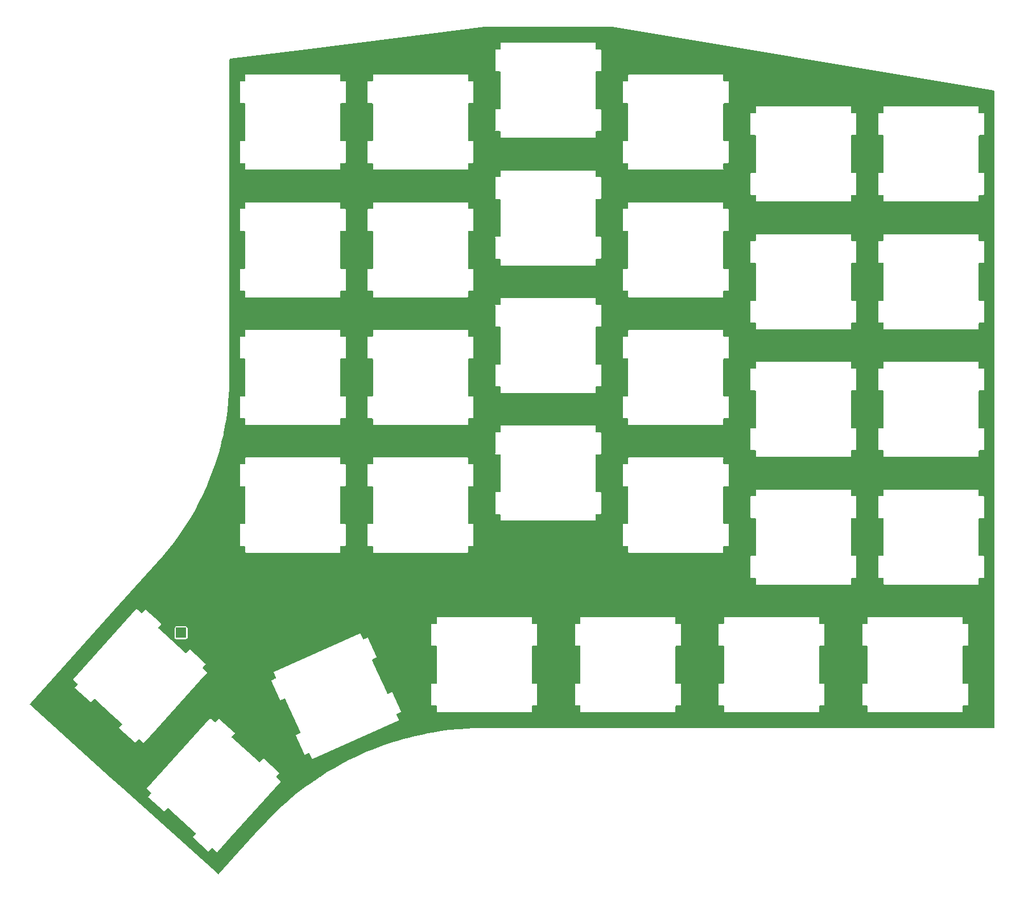
<source format=gtl>
G04 #@! TF.GenerationSoftware,KiCad,Pcbnew,(5.99.0-11247-g3f6811f413)*
G04 #@! TF.CreationDate,2021-07-10T09:42:11+02:00*
G04 #@! TF.ProjectId,blackwing,626c6163-6b77-4696-9e67-2e6b69636164,rev?*
G04 #@! TF.SameCoordinates,Original*
G04 #@! TF.FileFunction,Copper,L1,Top*
G04 #@! TF.FilePolarity,Positive*
%FSLAX46Y46*%
G04 Gerber Fmt 4.6, Leading zero omitted, Abs format (unit mm)*
G04 Created by KiCad (PCBNEW (5.99.0-11247-g3f6811f413)) date 2021-07-10 09:42:11*
%MOMM*%
%LPD*%
G01*
G04 APERTURE LIST*
G04 Aperture macros list*
%AMRoundRect*
0 Rectangle with rounded corners*
0 $1 Rounding radius*
0 $2 $3 $4 $5 $6 $7 $8 $9 X,Y pos of 4 corners*
0 Add a 4 corners polygon primitive as box body*
4,1,4,$2,$3,$4,$5,$6,$7,$8,$9,$2,$3,0*
0 Add four circle primitives for the rounded corners*
1,1,$1+$1,$2,$3*
1,1,$1+$1,$4,$5*
1,1,$1+$1,$6,$7*
1,1,$1+$1,$8,$9*
0 Add four rect primitives between the rounded corners*
20,1,$1+$1,$2,$3,$4,$5,0*
20,1,$1+$1,$4,$5,$6,$7,0*
20,1,$1+$1,$6,$7,$8,$9,0*
20,1,$1+$1,$8,$9,$2,$3,0*%
G04 Aperture macros list end*
G04 #@! TA.AperFunction,ComponentPad*
%ADD10RoundRect,0.250000X-0.550000X-0.550000X0.550000X-0.550000X0.550000X0.550000X-0.550000X0.550000X0*%
G04 #@! TD*
G04 APERTURE END LIST*
D10*
X18760072Y-82922437D03*
G04 #@! TA.AperFunction,NonConductor*
G36*
X82868453Y7252573D02*
G01*
X82889080Y7250859D01*
X139704787Y-2218425D01*
X139768692Y-2249353D01*
X139805731Y-2309922D01*
X139810072Y-2342710D01*
X139810072Y-96971437D01*
X139790070Y-97039558D01*
X139736414Y-97086051D01*
X139684072Y-97097437D01*
X68629870Y-97097438D01*
X63905329Y-97097438D01*
X63893015Y-97096159D01*
X63885071Y-97093578D01*
X63885071Y-97092789D01*
X63871066Y-97092991D01*
X63871065Y-97092991D01*
X63310068Y-97101095D01*
X62591821Y-97111470D01*
X62590899Y-97111510D01*
X62590898Y-97111510D01*
X62055331Y-97134732D01*
X61299650Y-97167498D01*
X60009636Y-97260826D01*
X58722857Y-97391376D01*
X57440385Y-97559039D01*
X56163291Y-97763675D01*
X55504009Y-97888946D01*
X54893560Y-98004938D01*
X54893547Y-98004941D01*
X54892640Y-98005113D01*
X53629494Y-98283153D01*
X52374905Y-98597562D01*
X52374025Y-98597810D01*
X52374009Y-98597814D01*
X51870582Y-98739550D01*
X51129922Y-98948077D01*
X50169462Y-99248686D01*
X49926862Y-99324616D01*
X49895582Y-99334406D01*
X49894774Y-99334685D01*
X49894755Y-99334691D01*
X48673782Y-99755928D01*
X48673768Y-99755933D01*
X48672916Y-99756227D01*
X47462944Y-100213187D01*
X47462095Y-100213536D01*
X46267478Y-100704577D01*
X46267458Y-100704586D01*
X46266676Y-100704907D01*
X46265912Y-100705247D01*
X46265889Y-100705257D01*
X45557083Y-101020838D01*
X45085110Y-101230974D01*
X45084269Y-101231378D01*
X44097484Y-101705335D01*
X43919232Y-101790950D01*
X43918404Y-101791377D01*
X43918381Y-101791389D01*
X42770841Y-102383941D01*
X42770815Y-102383955D01*
X42770015Y-102384368D01*
X42769223Y-102384807D01*
X42769220Y-102384808D01*
X41639229Y-103010282D01*
X41639201Y-103010298D01*
X41638417Y-103010732D01*
X40525384Y-103669521D01*
X40524608Y-103670011D01*
X40524600Y-103670016D01*
X39432637Y-104359683D01*
X39431844Y-104360184D01*
X39431083Y-104360696D01*
X39431063Y-104360709D01*
X38686972Y-104861303D01*
X38358710Y-105082144D01*
X38181153Y-105209198D01*
X37307592Y-105834287D01*
X37307563Y-105834308D01*
X37306876Y-105834800D01*
X36277221Y-106617524D01*
X36276531Y-106618080D01*
X36276514Y-106618094D01*
X35939677Y-106889854D01*
X35270604Y-107429661D01*
X34287865Y-108270535D01*
X33329824Y-109139444D01*
X33329141Y-109140101D01*
X33329135Y-109140106D01*
X32916356Y-109536806D01*
X32397280Y-110035662D01*
X32396665Y-110036288D01*
X32396647Y-110036306D01*
X32289303Y-110145606D01*
X31491012Y-110958442D01*
X30611776Y-111907015D01*
X30612363Y-111907543D01*
X30608206Y-111916880D01*
X30605292Y-111921162D01*
X27320480Y-115569316D01*
X24392984Y-118820629D01*
X24332538Y-118857869D01*
X24261554Y-118856517D01*
X24215038Y-118829955D01*
X24204681Y-118820629D01*
X10097809Y-106118744D01*
X13645191Y-106118744D01*
X13647964Y-106127277D01*
X13647964Y-106127279D01*
X13648207Y-106128027D01*
X13650372Y-106137403D01*
X13651948Y-106140884D01*
X13654469Y-106158823D01*
X13659763Y-106163589D01*
X13662102Y-106170789D01*
X13671077Y-106176398D01*
X13671238Y-106176498D01*
X13688773Y-106189711D01*
X14268733Y-106711909D01*
X14305971Y-106772354D01*
X14304619Y-106843338D01*
X14278057Y-106889853D01*
X13892570Y-107317980D01*
X13890227Y-107320030D01*
X13883730Y-107322142D01*
X13872178Y-107340629D01*
X13868055Y-107345208D01*
X13865746Y-107350922D01*
X13854731Y-107368550D01*
X13855736Y-107375698D01*
X13853031Y-107382391D01*
X13855804Y-107390924D01*
X13855804Y-107390926D01*
X13856047Y-107391674D01*
X13858212Y-107401050D01*
X13859788Y-107404531D01*
X13862309Y-107422470D01*
X13867603Y-107427236D01*
X13869942Y-107434436D01*
X13878917Y-107440045D01*
X13879078Y-107440145D01*
X13896618Y-107453362D01*
X16169525Y-109499898D01*
X16171586Y-109502252D01*
X16173695Y-109508745D01*
X16192178Y-109520295D01*
X16196761Y-109524421D01*
X16202479Y-109526731D01*
X16220103Y-109537744D01*
X16227250Y-109536740D01*
X16233944Y-109539444D01*
X16242493Y-109536666D01*
X16242495Y-109536666D01*
X16243227Y-109536428D01*
X16252603Y-109534263D01*
X16256084Y-109532687D01*
X16274023Y-109530166D01*
X16278789Y-109524872D01*
X16285989Y-109522533D01*
X16291698Y-109513397D01*
X16304916Y-109495856D01*
X16693282Y-109064532D01*
X16753728Y-109027292D01*
X16824712Y-109028644D01*
X16871227Y-109055206D01*
X17960850Y-110036306D01*
X20882720Y-112667170D01*
X20919960Y-112727616D01*
X20918608Y-112798600D01*
X20892046Y-112845117D01*
X20506566Y-113273235D01*
X20504210Y-113275296D01*
X20497719Y-113277405D01*
X20486169Y-113295889D01*
X20482044Y-113300470D01*
X20479734Y-113306187D01*
X20468720Y-113323813D01*
X20469725Y-113330960D01*
X20467020Y-113337654D01*
X20469795Y-113346194D01*
X20469795Y-113346196D01*
X20470036Y-113346937D01*
X20472201Y-113356313D01*
X20473777Y-113359794D01*
X20476298Y-113377733D01*
X20481592Y-113382499D01*
X20483931Y-113389699D01*
X20492906Y-113395308D01*
X20493067Y-113395408D01*
X20510607Y-113408625D01*
X22783510Y-115455157D01*
X22785571Y-115457511D01*
X22787680Y-115464004D01*
X22806163Y-115475554D01*
X22810745Y-115479679D01*
X22816462Y-115481989D01*
X22834088Y-115493003D01*
X22841235Y-115491998D01*
X22847929Y-115494703D01*
X22856469Y-115491928D01*
X22856471Y-115491928D01*
X22857212Y-115491687D01*
X22866588Y-115489522D01*
X22870069Y-115487946D01*
X22888008Y-115485425D01*
X22892774Y-115480131D01*
X22899974Y-115477792D01*
X22905683Y-115468656D01*
X22918901Y-115451115D01*
X23307267Y-115019791D01*
X23367713Y-114982551D01*
X23438697Y-114983903D01*
X23485212Y-115010465D01*
X24061960Y-115529771D01*
X24064021Y-115532126D01*
X24066130Y-115538618D01*
X24074005Y-115543539D01*
X24074006Y-115543540D01*
X24081325Y-115548113D01*
X24084614Y-115550168D01*
X24089195Y-115554293D01*
X24094911Y-115556602D01*
X24112538Y-115567617D01*
X24119686Y-115566612D01*
X24126378Y-115569316D01*
X24134919Y-115566541D01*
X24134920Y-115566541D01*
X24135662Y-115566300D01*
X24145046Y-115564133D01*
X24148519Y-115562560D01*
X24166458Y-115560039D01*
X24171225Y-115554745D01*
X24178424Y-115552406D01*
X24183344Y-115544531D01*
X24183346Y-115544530D01*
X24184132Y-115543271D01*
X24197351Y-115525729D01*
X26121024Y-113389273D01*
X33537404Y-105152549D01*
X33539758Y-105150488D01*
X33546251Y-105148379D01*
X33557801Y-105129896D01*
X33561927Y-105125313D01*
X33564237Y-105119595D01*
X33575250Y-105101971D01*
X33574246Y-105094824D01*
X33576950Y-105088130D01*
X33574172Y-105079581D01*
X33574172Y-105079579D01*
X33573934Y-105078847D01*
X33571769Y-105069471D01*
X33570193Y-105065990D01*
X33567672Y-105048051D01*
X33562378Y-105043285D01*
X33560039Y-105036085D01*
X33550903Y-105030376D01*
X33533368Y-105017163D01*
X32953408Y-104494965D01*
X32916170Y-104434520D01*
X32917522Y-104363536D01*
X32944084Y-104317020D01*
X33329563Y-103888903D01*
X33331917Y-103886842D01*
X33338410Y-103884733D01*
X33349960Y-103866250D01*
X33354085Y-103861668D01*
X33356394Y-103855952D01*
X33367409Y-103838325D01*
X33366404Y-103831176D01*
X33369108Y-103824484D01*
X33366092Y-103815202D01*
X33363926Y-103805817D01*
X33362352Y-103802342D01*
X33359831Y-103784405D01*
X33354537Y-103779638D01*
X33352198Y-103772439D01*
X33343062Y-103766730D01*
X33325521Y-103753512D01*
X33232240Y-103669521D01*
X31052612Y-101706975D01*
X31050562Y-101704632D01*
X31048450Y-101698135D01*
X31029963Y-101686583D01*
X31025384Y-101682460D01*
X31019670Y-101680151D01*
X31002042Y-101669136D01*
X30994894Y-101670141D01*
X30988201Y-101667436D01*
X30979668Y-101670209D01*
X30979666Y-101670209D01*
X30978918Y-101670452D01*
X30969542Y-101672617D01*
X30966061Y-101674193D01*
X30948122Y-101676714D01*
X30943356Y-101682008D01*
X30936156Y-101684347D01*
X30931236Y-101692221D01*
X30930447Y-101693483D01*
X30917229Y-101711024D01*
X30528864Y-102142347D01*
X30468418Y-102179587D01*
X30397434Y-102178235D01*
X30350918Y-102151673D01*
X30340561Y-102142347D01*
X27118041Y-99240777D01*
X26339426Y-98539709D01*
X26302186Y-98479263D01*
X26303538Y-98408279D01*
X26330100Y-98361763D01*
X26715574Y-97933651D01*
X26717936Y-97931584D01*
X26724426Y-97929476D01*
X26735977Y-97910990D01*
X26740101Y-97906410D01*
X26742410Y-97900695D01*
X26753425Y-97883067D01*
X26752420Y-97875920D01*
X26755125Y-97869226D01*
X26752350Y-97860686D01*
X26752350Y-97860684D01*
X26752109Y-97859943D01*
X26749944Y-97850567D01*
X26748368Y-97847086D01*
X26745847Y-97829147D01*
X26740553Y-97824381D01*
X26738214Y-97817181D01*
X26729078Y-97811472D01*
X26711537Y-97798254D01*
X26672976Y-97763533D01*
X24438637Y-95751727D01*
X24436569Y-95749363D01*
X24434460Y-95742872D01*
X24415973Y-95731320D01*
X24411394Y-95727197D01*
X24405680Y-95724888D01*
X24388052Y-95713873D01*
X24380904Y-95714878D01*
X24374211Y-95712173D01*
X24365676Y-95714946D01*
X24365674Y-95714946D01*
X24364917Y-95715192D01*
X24355544Y-95717356D01*
X24352070Y-95718929D01*
X24334131Y-95721451D01*
X24329364Y-95726745D01*
X24322166Y-95729084D01*
X24317245Y-95736960D01*
X24317242Y-95736962D01*
X24316453Y-95738225D01*
X24303237Y-95755762D01*
X23914876Y-96187083D01*
X23854430Y-96224323D01*
X23783447Y-96222971D01*
X23736930Y-96196409D01*
X23241221Y-95750072D01*
X23160189Y-95677111D01*
X23158121Y-95674747D01*
X23156012Y-95668256D01*
X23137525Y-95656704D01*
X23132946Y-95652581D01*
X23127232Y-95650272D01*
X23109604Y-95639257D01*
X23102456Y-95640262D01*
X23095763Y-95637557D01*
X23087230Y-95640330D01*
X23087228Y-95640330D01*
X23086480Y-95640573D01*
X23077104Y-95642738D01*
X23073623Y-95644314D01*
X23055684Y-95646835D01*
X23050918Y-95652129D01*
X23043718Y-95654468D01*
X23038798Y-95662342D01*
X23038009Y-95663604D01*
X23024792Y-95681144D01*
X13684730Y-106054333D01*
X13682387Y-106056383D01*
X13675890Y-106058495D01*
X13664338Y-106076982D01*
X13660215Y-106081561D01*
X13657906Y-106087275D01*
X13646891Y-106104903D01*
X13647896Y-106112051D01*
X13645191Y-106118744D01*
X10097809Y-106118744D01*
X8253655Y-104458260D01*
X-3725721Y-93671981D01*
X-3762961Y-93611535D01*
X-3761609Y-93540551D01*
X-3735047Y-93494035D01*
X-3555603Y-93294743D01*
X-477121Y-89875743D01*
X2704191Y-89875743D01*
X2706964Y-89884276D01*
X2706964Y-89884278D01*
X2707207Y-89885026D01*
X2709372Y-89894402D01*
X2710948Y-89897883D01*
X2713469Y-89915822D01*
X2718763Y-89920588D01*
X2721102Y-89927788D01*
X2730077Y-89933397D01*
X2730238Y-89933497D01*
X2747773Y-89946710D01*
X3327733Y-90468908D01*
X3364971Y-90529353D01*
X3363619Y-90600337D01*
X3337057Y-90646852D01*
X2951570Y-91074979D01*
X2949227Y-91077029D01*
X2942730Y-91079141D01*
X2931178Y-91097628D01*
X2927055Y-91102207D01*
X2924746Y-91107921D01*
X2913731Y-91125549D01*
X2914736Y-91132697D01*
X2912031Y-91139390D01*
X2914804Y-91147923D01*
X2914804Y-91147925D01*
X2915047Y-91148673D01*
X2917212Y-91158049D01*
X2918788Y-91161530D01*
X2921309Y-91179469D01*
X2926603Y-91184235D01*
X2928942Y-91191435D01*
X2937917Y-91197044D01*
X2938078Y-91197144D01*
X2955618Y-91210361D01*
X5228525Y-93256897D01*
X5230586Y-93259251D01*
X5232695Y-93265744D01*
X5251178Y-93277294D01*
X5255761Y-93281420D01*
X5261479Y-93283730D01*
X5279103Y-93294743D01*
X5286250Y-93293739D01*
X5292944Y-93296443D01*
X5301493Y-93293665D01*
X5301495Y-93293665D01*
X5302227Y-93293427D01*
X5311603Y-93291262D01*
X5315084Y-93289686D01*
X5333023Y-93287165D01*
X5337789Y-93281871D01*
X5344989Y-93279532D01*
X5350698Y-93270396D01*
X5363916Y-93252855D01*
X5752282Y-92821531D01*
X5812728Y-92784291D01*
X5883712Y-92785643D01*
X5930227Y-92812205D01*
X8442544Y-95074305D01*
X9941720Y-96424169D01*
X9978960Y-96484615D01*
X9977608Y-96555599D01*
X9951046Y-96602116D01*
X9565566Y-97030234D01*
X9563210Y-97032295D01*
X9556719Y-97034404D01*
X9545169Y-97052888D01*
X9541044Y-97057469D01*
X9538734Y-97063186D01*
X9527720Y-97080812D01*
X9528725Y-97087959D01*
X9526020Y-97094653D01*
X9528795Y-97103193D01*
X9528795Y-97103195D01*
X9529036Y-97103936D01*
X9531201Y-97113312D01*
X9532777Y-97116793D01*
X9535298Y-97134732D01*
X9540592Y-97139498D01*
X9542931Y-97146698D01*
X9551906Y-97152307D01*
X9552067Y-97152407D01*
X9569607Y-97165624D01*
X11842510Y-99212156D01*
X11844571Y-99214510D01*
X11846680Y-99221003D01*
X11865163Y-99232553D01*
X11869745Y-99236678D01*
X11875462Y-99238988D01*
X11893088Y-99250002D01*
X11900235Y-99248997D01*
X11906929Y-99251702D01*
X11915469Y-99248927D01*
X11915471Y-99248927D01*
X11916212Y-99248686D01*
X11925588Y-99246521D01*
X11929069Y-99244945D01*
X11947008Y-99242424D01*
X11951774Y-99237130D01*
X11958974Y-99234791D01*
X11964683Y-99225655D01*
X11977901Y-99208114D01*
X12366267Y-98776790D01*
X12426713Y-98739550D01*
X12497697Y-98740902D01*
X12544212Y-98767464D01*
X13120960Y-99286770D01*
X13123021Y-99289125D01*
X13125130Y-99295617D01*
X13133005Y-99300538D01*
X13133006Y-99300539D01*
X13140325Y-99305112D01*
X13143614Y-99307167D01*
X13148195Y-99311292D01*
X13153911Y-99313601D01*
X13171538Y-99324616D01*
X13178686Y-99323611D01*
X13185378Y-99326315D01*
X13193919Y-99323540D01*
X13193920Y-99323540D01*
X13194662Y-99323299D01*
X13204046Y-99321132D01*
X13207519Y-99319559D01*
X13225458Y-99317038D01*
X13230225Y-99311744D01*
X13237424Y-99309405D01*
X13242344Y-99301530D01*
X13242346Y-99301529D01*
X13243132Y-99300270D01*
X13256351Y-99282728D01*
X15090834Y-97245328D01*
X21565910Y-90054028D01*
X32196267Y-90054028D01*
X32199164Y-90060535D01*
X32198373Y-90068064D01*
X32203569Y-90075767D01*
X32203569Y-90075768D01*
X32204400Y-90077000D01*
X32215044Y-90096204D01*
X33459051Y-92890289D01*
X33459973Y-92893269D01*
X33459259Y-92900061D01*
X33471447Y-92918130D01*
X33473955Y-92923763D01*
X33478238Y-92928199D01*
X33489860Y-92945428D01*
X33496798Y-92947417D01*
X33501813Y-92952611D01*
X33510743Y-92953550D01*
X33510746Y-92953551D01*
X33511528Y-92953633D01*
X33520971Y-92955468D01*
X33524788Y-92955444D01*
X33542201Y-92960437D01*
X33548708Y-92957540D01*
X33556237Y-92958331D01*
X33565168Y-92952307D01*
X33584377Y-92941659D01*
X34114602Y-92705587D01*
X34184969Y-92696153D01*
X34249266Y-92726259D01*
X34280958Y-92769445D01*
X34506749Y-93276579D01*
X36476521Y-97700758D01*
X36485955Y-97771125D01*
X36455849Y-97835422D01*
X36412663Y-97867114D01*
X35886372Y-98101434D01*
X35883392Y-98102356D01*
X35876600Y-98101642D01*
X35858531Y-98113830D01*
X35852898Y-98116338D01*
X35848462Y-98120621D01*
X35831233Y-98132243D01*
X35829244Y-98139181D01*
X35824050Y-98144196D01*
X35823111Y-98153126D01*
X35823110Y-98153129D01*
X35823028Y-98153911D01*
X35821193Y-98163354D01*
X35821217Y-98167171D01*
X35816224Y-98184584D01*
X35819121Y-98191091D01*
X35818330Y-98198620D01*
X35823526Y-98206323D01*
X35823526Y-98206324D01*
X35824357Y-98207556D01*
X35835001Y-98226760D01*
X37079005Y-101020838D01*
X37079927Y-101023818D01*
X37079213Y-101030610D01*
X37091401Y-101048679D01*
X37093909Y-101054312D01*
X37098192Y-101058748D01*
X37109814Y-101075977D01*
X37116752Y-101077966D01*
X37121767Y-101083160D01*
X37130697Y-101084099D01*
X37130700Y-101084100D01*
X37131482Y-101084182D01*
X37140925Y-101086017D01*
X37144742Y-101085993D01*
X37162155Y-101090986D01*
X37168662Y-101088089D01*
X37176191Y-101088880D01*
X37185127Y-101082853D01*
X37204331Y-101072209D01*
X37734556Y-100836136D01*
X37804923Y-100826702D01*
X37869220Y-100856808D01*
X37900912Y-100899994D01*
X38216579Y-101608994D01*
X38217501Y-101611974D01*
X38216787Y-101618766D01*
X38228975Y-101636835D01*
X38231483Y-101642468D01*
X38235766Y-101646904D01*
X38247388Y-101664133D01*
X38254326Y-101666122D01*
X38259341Y-101671316D01*
X38268271Y-101672255D01*
X38268274Y-101672256D01*
X38269056Y-101672338D01*
X38278499Y-101674173D01*
X38282316Y-101674149D01*
X38299729Y-101679142D01*
X38306236Y-101676245D01*
X38313765Y-101677036D01*
X38322701Y-101671009D01*
X38341905Y-101660365D01*
X51093628Y-95982931D01*
X51096608Y-95982009D01*
X51103400Y-95982723D01*
X51121469Y-95970535D01*
X51127102Y-95968027D01*
X51131538Y-95963744D01*
X51148767Y-95952122D01*
X51150756Y-95945184D01*
X51155950Y-95940169D01*
X51156889Y-95931239D01*
X51156890Y-95931236D01*
X51156972Y-95930454D01*
X51158807Y-95921011D01*
X51158783Y-95917194D01*
X51163776Y-95899781D01*
X51160879Y-95893274D01*
X51161670Y-95885745D01*
X51155643Y-95876809D01*
X51144999Y-95857605D01*
X50827579Y-95144672D01*
X50818145Y-95074305D01*
X50848251Y-95010008D01*
X50891437Y-94978316D01*
X51417727Y-94743997D01*
X51420707Y-94743075D01*
X51427499Y-94743789D01*
X51445568Y-94731601D01*
X51451201Y-94729093D01*
X51455637Y-94724810D01*
X51472866Y-94713188D01*
X51474855Y-94706250D01*
X51480049Y-94701235D01*
X51480988Y-94692305D01*
X51480989Y-94692302D01*
X51481071Y-94691520D01*
X51482906Y-94682077D01*
X51482882Y-94678260D01*
X51487875Y-94660847D01*
X51484978Y-94654340D01*
X51485769Y-94646811D01*
X51479745Y-94637880D01*
X51469097Y-94618671D01*
X50225094Y-91824593D01*
X50224172Y-91821613D01*
X50224886Y-91814821D01*
X50212697Y-91796750D01*
X50210190Y-91791119D01*
X50205908Y-91786685D01*
X50194285Y-91769453D01*
X50187346Y-91767463D01*
X50182332Y-91762271D01*
X50173399Y-91761332D01*
X50173398Y-91761332D01*
X50172779Y-91761267D01*
X50172623Y-91761251D01*
X50163177Y-91759415D01*
X50159360Y-91759439D01*
X50141945Y-91754445D01*
X50135437Y-91757342D01*
X50127908Y-91756551D01*
X50120204Y-91761748D01*
X50118976Y-91762576D01*
X50099767Y-91773224D01*
X49569544Y-92009294D01*
X49499177Y-92018728D01*
X49434880Y-91988622D01*
X49403188Y-91945436D01*
X49345035Y-91814821D01*
X48039397Y-88882312D01*
X47207626Y-87014123D01*
X47198192Y-86943756D01*
X47228298Y-86879459D01*
X47271484Y-86847767D01*
X47797773Y-86613448D01*
X47800753Y-86612526D01*
X47807545Y-86613240D01*
X47825616Y-86601051D01*
X47831247Y-86598544D01*
X47835681Y-86594262D01*
X47852913Y-86582639D01*
X47854903Y-86575700D01*
X47860095Y-86570686D01*
X47861115Y-86560977D01*
X47862951Y-86551531D01*
X47862927Y-86547714D01*
X47867921Y-86530299D01*
X47865024Y-86523791D01*
X47865815Y-86516262D01*
X47860618Y-86508557D01*
X47860617Y-86508554D01*
X47859786Y-86507322D01*
X47849142Y-86488119D01*
X46605137Y-83694037D01*
X46604215Y-83691057D01*
X46604929Y-83684265D01*
X46592740Y-83666194D01*
X46590233Y-83660563D01*
X46585951Y-83656129D01*
X46574328Y-83638897D01*
X46567389Y-83636907D01*
X46562375Y-83631715D01*
X46553438Y-83630776D01*
X46553437Y-83630775D01*
X46552661Y-83630693D01*
X46543217Y-83628857D01*
X46539399Y-83628881D01*
X46521987Y-83623889D01*
X46515480Y-83626786D01*
X46507951Y-83625995D01*
X46500248Y-83631191D01*
X46500247Y-83631191D01*
X46499015Y-83632022D01*
X46479811Y-83642666D01*
X45949588Y-83878738D01*
X45879221Y-83888172D01*
X45814924Y-83858066D01*
X45783232Y-83814880D01*
X45467565Y-83105881D01*
X45466643Y-83102901D01*
X45467357Y-83096109D01*
X45455169Y-83078040D01*
X45452661Y-83072407D01*
X45448378Y-83067971D01*
X45436756Y-83050742D01*
X45429818Y-83048753D01*
X45424803Y-83043559D01*
X45415873Y-83042620D01*
X45415870Y-83042619D01*
X45415088Y-83042537D01*
X45405645Y-83040702D01*
X45401828Y-83040726D01*
X45384415Y-83035733D01*
X45377908Y-83038630D01*
X45370379Y-83037839D01*
X45362676Y-83043035D01*
X45362675Y-83043035D01*
X45361443Y-83043866D01*
X45342239Y-83054510D01*
X32590516Y-88731943D01*
X32587536Y-88732865D01*
X32580744Y-88732151D01*
X32562675Y-88744339D01*
X32557042Y-88746847D01*
X32552606Y-88751130D01*
X32535377Y-88762752D01*
X32533388Y-88769690D01*
X32528194Y-88774705D01*
X32527255Y-88783635D01*
X32527254Y-88783638D01*
X32527172Y-88784420D01*
X32525337Y-88793863D01*
X32525361Y-88797680D01*
X32520368Y-88815093D01*
X32523265Y-88821600D01*
X32522474Y-88829129D01*
X32527670Y-88836832D01*
X32527670Y-88836833D01*
X32528501Y-88838065D01*
X32539145Y-88857269D01*
X32856564Y-89570203D01*
X32865998Y-89640570D01*
X32835892Y-89704867D01*
X32792706Y-89736559D01*
X32716823Y-89770344D01*
X32266415Y-89970878D01*
X32263435Y-89971800D01*
X32256643Y-89971086D01*
X32248942Y-89976281D01*
X32248941Y-89976281D01*
X32245229Y-89978786D01*
X32238572Y-89983276D01*
X32232942Y-89985782D01*
X32228508Y-89990064D01*
X32211276Y-90001687D01*
X32209287Y-90008625D01*
X32204093Y-90013640D01*
X32203154Y-90022570D01*
X32203153Y-90022573D01*
X32203071Y-90023355D01*
X32201236Y-90032798D01*
X32201260Y-90036615D01*
X32196267Y-90054028D01*
X21565910Y-90054028D01*
X22596404Y-88909548D01*
X22598758Y-88907487D01*
X22605251Y-88905378D01*
X22616801Y-88886895D01*
X22620927Y-88882312D01*
X22623237Y-88876594D01*
X22634250Y-88858970D01*
X22633246Y-88851823D01*
X22635950Y-88845129D01*
X22633172Y-88836580D01*
X22633172Y-88836578D01*
X22632934Y-88835846D01*
X22630769Y-88826470D01*
X22629193Y-88822989D01*
X22626672Y-88805050D01*
X22621378Y-88800284D01*
X22619039Y-88793084D01*
X22609903Y-88787375D01*
X22592368Y-88774162D01*
X22012408Y-88251964D01*
X21975170Y-88191519D01*
X21976522Y-88120535D01*
X22003084Y-88074019D01*
X22388563Y-87645902D01*
X22390917Y-87643841D01*
X22397410Y-87641732D01*
X22408960Y-87623249D01*
X22413085Y-87618667D01*
X22415394Y-87612951D01*
X22426409Y-87595324D01*
X22425404Y-87588175D01*
X22428108Y-87581483D01*
X22425092Y-87572201D01*
X22422926Y-87562816D01*
X22421352Y-87559341D01*
X22418831Y-87541404D01*
X22413537Y-87536637D01*
X22411198Y-87529438D01*
X22402062Y-87523729D01*
X22384521Y-87510511D01*
X21684666Y-86880359D01*
X20111612Y-85463974D01*
X20109562Y-85461631D01*
X20107450Y-85455134D01*
X20088963Y-85443582D01*
X20084384Y-85439459D01*
X20078670Y-85437150D01*
X20061042Y-85426135D01*
X20053894Y-85427140D01*
X20047201Y-85424435D01*
X20038668Y-85427208D01*
X20038666Y-85427208D01*
X20037918Y-85427451D01*
X20028542Y-85429616D01*
X20025061Y-85431192D01*
X20007122Y-85433713D01*
X20002356Y-85439007D01*
X19995156Y-85441346D01*
X19990236Y-85449220D01*
X19989447Y-85450482D01*
X19976229Y-85468023D01*
X19587864Y-85899346D01*
X19527418Y-85936586D01*
X19456434Y-85935234D01*
X19409918Y-85908672D01*
X19399561Y-85899346D01*
X16240050Y-83054510D01*
X15425610Y-82321185D01*
X17759572Y-82321185D01*
X17759572Y-83505695D01*
X17774708Y-83606372D01*
X17833337Y-83728466D01*
X17925274Y-83827923D01*
X18042391Y-83895950D01*
X18158820Y-83922937D01*
X19343330Y-83922937D01*
X19347977Y-83922238D01*
X19347982Y-83922238D01*
X19434696Y-83909201D01*
X19434697Y-83909201D01*
X19444007Y-83907801D01*
X19538299Y-83862522D01*
X19557611Y-83853249D01*
X19557612Y-83853249D01*
X19566101Y-83849172D01*
X19665558Y-83757235D01*
X19733585Y-83640118D01*
X19760572Y-83523689D01*
X19760572Y-82339179D01*
X19751488Y-82278752D01*
X19746836Y-82247813D01*
X19746836Y-82247812D01*
X19745436Y-82238502D01*
X19686807Y-82116408D01*
X19594870Y-82016951D01*
X19477753Y-81948924D01*
X19361324Y-81921937D01*
X18176814Y-81921937D01*
X18172167Y-81922636D01*
X18172162Y-81922636D01*
X18085448Y-81935673D01*
X18085447Y-81935673D01*
X18076137Y-81937073D01*
X17954043Y-81995702D01*
X17854586Y-82087639D01*
X17786559Y-82204756D01*
X17759572Y-82321185D01*
X15425610Y-82321185D01*
X15398426Y-82296708D01*
X15361186Y-82236262D01*
X15362538Y-82165278D01*
X15389100Y-82118762D01*
X15774574Y-81690650D01*
X15776936Y-81688583D01*
X15783426Y-81686475D01*
X15794977Y-81667989D01*
X15799101Y-81663409D01*
X15801066Y-81658545D01*
X56006285Y-81658545D01*
X56007898Y-81667693D01*
X56007898Y-81667694D01*
X56008156Y-81669156D01*
X56010070Y-81691036D01*
X56010070Y-84749534D01*
X56009699Y-84752638D01*
X56006285Y-84758551D01*
X56010070Y-84780016D01*
X56010070Y-84786181D01*
X56012179Y-84791975D01*
X56015788Y-84812443D01*
X56021317Y-84817082D01*
X56023786Y-84823866D01*
X56031561Y-84828355D01*
X56031564Y-84828358D01*
X56032246Y-84828751D01*
X56040125Y-84834268D01*
X56043621Y-84835798D01*
X56057499Y-84847443D01*
X56064622Y-84847443D01*
X56071178Y-84851228D01*
X56080326Y-84849615D01*
X56080327Y-84849615D01*
X56081789Y-84849357D01*
X56103669Y-84847443D01*
X56684071Y-84847443D01*
X56752192Y-84867445D01*
X56798685Y-84921101D01*
X56810071Y-84973443D01*
X56810071Y-90371438D01*
X56790069Y-90439559D01*
X56736413Y-90486052D01*
X56684071Y-90497438D01*
X56107979Y-90497438D01*
X56104875Y-90497067D01*
X56098962Y-90493653D01*
X56089814Y-90495266D01*
X56089813Y-90495266D01*
X56081317Y-90496764D01*
X56081315Y-90496765D01*
X56077497Y-90497438D01*
X56071332Y-90497438D01*
X56065538Y-90499547D01*
X56045070Y-90503156D01*
X56040431Y-90508685D01*
X56033647Y-90511154D01*
X56029158Y-90518929D01*
X56029155Y-90518932D01*
X56028762Y-90519614D01*
X56023245Y-90527493D01*
X56021715Y-90530989D01*
X56010070Y-90544867D01*
X56010070Y-90551990D01*
X56006285Y-90558546D01*
X56007898Y-90567694D01*
X56007898Y-90567695D01*
X56008156Y-90569157D01*
X56010070Y-90591037D01*
X56010070Y-93649528D01*
X56009699Y-93652632D01*
X56006285Y-93658545D01*
X56010070Y-93680010D01*
X56010070Y-93686175D01*
X56012179Y-93691969D01*
X56015788Y-93712437D01*
X56021317Y-93717076D01*
X56023786Y-93723860D01*
X56031561Y-93728349D01*
X56031564Y-93728352D01*
X56032246Y-93728745D01*
X56040125Y-93734262D01*
X56043621Y-93735792D01*
X56057499Y-93747437D01*
X56064622Y-93747437D01*
X56071178Y-93751222D01*
X56080326Y-93749609D01*
X56080327Y-93749609D01*
X56081789Y-93749351D01*
X56103669Y-93747437D01*
X56684071Y-93747437D01*
X56752192Y-93767439D01*
X56798685Y-93821095D01*
X56810071Y-93873437D01*
X56810071Y-94649528D01*
X56809700Y-94652632D01*
X56806286Y-94658545D01*
X56807899Y-94667693D01*
X56807899Y-94667694D01*
X56807980Y-94668149D01*
X56810071Y-94680010D01*
X56810071Y-94686175D01*
X56812180Y-94691969D01*
X56815789Y-94712437D01*
X56821318Y-94717076D01*
X56823787Y-94723860D01*
X56831562Y-94728349D01*
X56831565Y-94728352D01*
X56832247Y-94728745D01*
X56840126Y-94734262D01*
X56843622Y-94735792D01*
X56857500Y-94747437D01*
X56864623Y-94747437D01*
X56871179Y-94751222D01*
X56880327Y-94749609D01*
X56880328Y-94749609D01*
X56881790Y-94749351D01*
X56903670Y-94747437D01*
X70862161Y-94747437D01*
X70865265Y-94747808D01*
X70871178Y-94751222D01*
X70880326Y-94749609D01*
X70880327Y-94749609D01*
X70888823Y-94748111D01*
X70888825Y-94748110D01*
X70892643Y-94747437D01*
X70898808Y-94747437D01*
X70904602Y-94745328D01*
X70925070Y-94741719D01*
X70929709Y-94736190D01*
X70936493Y-94733721D01*
X70940982Y-94725946D01*
X70940985Y-94725943D01*
X70941378Y-94725261D01*
X70946895Y-94717382D01*
X70948425Y-94713886D01*
X70960070Y-94700008D01*
X70960070Y-94692885D01*
X70963855Y-94686329D01*
X70961984Y-94675718D01*
X70960070Y-94653838D01*
X70960070Y-93873437D01*
X70980072Y-93805316D01*
X71033728Y-93758823D01*
X71086070Y-93747437D01*
X71662160Y-93747437D01*
X71665264Y-93747808D01*
X71671177Y-93751222D01*
X71680325Y-93749609D01*
X71680326Y-93749609D01*
X71688822Y-93748111D01*
X71688824Y-93748110D01*
X71692642Y-93747437D01*
X71698807Y-93747437D01*
X71704601Y-93745328D01*
X71725069Y-93741719D01*
X71729708Y-93736190D01*
X71736492Y-93733721D01*
X71740981Y-93725946D01*
X71740984Y-93725943D01*
X71741377Y-93725261D01*
X71746894Y-93717382D01*
X71748424Y-93713886D01*
X71760069Y-93700008D01*
X71760069Y-93692885D01*
X71763854Y-93686329D01*
X71761983Y-93675718D01*
X71760069Y-93653838D01*
X71760069Y-90595347D01*
X71760440Y-90592243D01*
X71763854Y-90586330D01*
X71760069Y-90564865D01*
X71760069Y-90558700D01*
X71757960Y-90552906D01*
X71754351Y-90532438D01*
X71748822Y-90527799D01*
X71746353Y-90521015D01*
X71738578Y-90516526D01*
X71738575Y-90516523D01*
X71737893Y-90516130D01*
X71730014Y-90510613D01*
X71726518Y-90509083D01*
X71712640Y-90497438D01*
X71705517Y-90497438D01*
X71698961Y-90493653D01*
X71689813Y-90495266D01*
X71689812Y-90495266D01*
X71688350Y-90495524D01*
X71666470Y-90497438D01*
X71086070Y-90497438D01*
X71017949Y-90477436D01*
X70971456Y-90423780D01*
X70960070Y-90371438D01*
X70960070Y-84973443D01*
X70980072Y-84905322D01*
X71033728Y-84858829D01*
X71086070Y-84847443D01*
X71662160Y-84847443D01*
X71665264Y-84847814D01*
X71671177Y-84851228D01*
X71680325Y-84849615D01*
X71680326Y-84849615D01*
X71688822Y-84848117D01*
X71688824Y-84848116D01*
X71692642Y-84847443D01*
X71698807Y-84847443D01*
X71704601Y-84845334D01*
X71725069Y-84841725D01*
X71729708Y-84836196D01*
X71736492Y-84833727D01*
X71740981Y-84825952D01*
X71740984Y-84825949D01*
X71741377Y-84825267D01*
X71746894Y-84817388D01*
X71748424Y-84813892D01*
X71760069Y-84800014D01*
X71760069Y-84792891D01*
X71763854Y-84786335D01*
X71761983Y-84775724D01*
X71760069Y-84753844D01*
X71760069Y-81695346D01*
X71760440Y-81692242D01*
X71763854Y-81686329D01*
X71760069Y-81664864D01*
X71760069Y-81658699D01*
X71760013Y-81658545D01*
X77381285Y-81658545D01*
X77382898Y-81667693D01*
X77382898Y-81667694D01*
X77383156Y-81669156D01*
X77385070Y-81691036D01*
X77385070Y-84749534D01*
X77384699Y-84752638D01*
X77381285Y-84758551D01*
X77385070Y-84780016D01*
X77385070Y-84786181D01*
X77387179Y-84791975D01*
X77390788Y-84812443D01*
X77396317Y-84817082D01*
X77398786Y-84823866D01*
X77406561Y-84828355D01*
X77406564Y-84828358D01*
X77407246Y-84828751D01*
X77415125Y-84834268D01*
X77418621Y-84835798D01*
X77432499Y-84847443D01*
X77439622Y-84847443D01*
X77446178Y-84851228D01*
X77455326Y-84849615D01*
X77455327Y-84849615D01*
X77456789Y-84849357D01*
X77478669Y-84847443D01*
X78059071Y-84847443D01*
X78127192Y-84867445D01*
X78173685Y-84921101D01*
X78185071Y-84973443D01*
X78185071Y-90371438D01*
X78165069Y-90439559D01*
X78111413Y-90486052D01*
X78059071Y-90497438D01*
X77482979Y-90497438D01*
X77479875Y-90497067D01*
X77473962Y-90493653D01*
X77464814Y-90495266D01*
X77464813Y-90495266D01*
X77456317Y-90496764D01*
X77456315Y-90496765D01*
X77452497Y-90497438D01*
X77446332Y-90497438D01*
X77440538Y-90499547D01*
X77420070Y-90503156D01*
X77415431Y-90508685D01*
X77408647Y-90511154D01*
X77404158Y-90518929D01*
X77404155Y-90518932D01*
X77403762Y-90519614D01*
X77398245Y-90527493D01*
X77396715Y-90530989D01*
X77385070Y-90544867D01*
X77385070Y-90551990D01*
X77381285Y-90558546D01*
X77382898Y-90567694D01*
X77382898Y-90567695D01*
X77383156Y-90569157D01*
X77385070Y-90591037D01*
X77385070Y-93649528D01*
X77384699Y-93652632D01*
X77381285Y-93658545D01*
X77385070Y-93680010D01*
X77385070Y-93686175D01*
X77387179Y-93691969D01*
X77390788Y-93712437D01*
X77396317Y-93717076D01*
X77398786Y-93723860D01*
X77406561Y-93728349D01*
X77406564Y-93728352D01*
X77407246Y-93728745D01*
X77415125Y-93734262D01*
X77418621Y-93735792D01*
X77432499Y-93747437D01*
X77439622Y-93747437D01*
X77446178Y-93751222D01*
X77455326Y-93749609D01*
X77455327Y-93749609D01*
X77456789Y-93749351D01*
X77478669Y-93747437D01*
X78059071Y-93747437D01*
X78127192Y-93767439D01*
X78173685Y-93821095D01*
X78185071Y-93873437D01*
X78185071Y-94649528D01*
X78184700Y-94652632D01*
X78181286Y-94658545D01*
X78182899Y-94667693D01*
X78182899Y-94667694D01*
X78182980Y-94668149D01*
X78185071Y-94680010D01*
X78185071Y-94686175D01*
X78187180Y-94691969D01*
X78190789Y-94712437D01*
X78196318Y-94717076D01*
X78198787Y-94723860D01*
X78206562Y-94728349D01*
X78206565Y-94728352D01*
X78207247Y-94728745D01*
X78215126Y-94734262D01*
X78218622Y-94735792D01*
X78232500Y-94747437D01*
X78239623Y-94747437D01*
X78246179Y-94751222D01*
X78255327Y-94749609D01*
X78255328Y-94749609D01*
X78256790Y-94749351D01*
X78278670Y-94747437D01*
X92237161Y-94747437D01*
X92240265Y-94747808D01*
X92246178Y-94751222D01*
X92255326Y-94749609D01*
X92255327Y-94749609D01*
X92263823Y-94748111D01*
X92263825Y-94748110D01*
X92267643Y-94747437D01*
X92273808Y-94747437D01*
X92279602Y-94745328D01*
X92300070Y-94741719D01*
X92304709Y-94736190D01*
X92311493Y-94733721D01*
X92315982Y-94725946D01*
X92315985Y-94725943D01*
X92316378Y-94725261D01*
X92321895Y-94717382D01*
X92323425Y-94713886D01*
X92335070Y-94700008D01*
X92335070Y-94692885D01*
X92338855Y-94686329D01*
X92336984Y-94675718D01*
X92335070Y-94653838D01*
X92335070Y-93873437D01*
X92355072Y-93805316D01*
X92408728Y-93758823D01*
X92461070Y-93747437D01*
X93037160Y-93747437D01*
X93040264Y-93747808D01*
X93046177Y-93751222D01*
X93055325Y-93749609D01*
X93055326Y-93749609D01*
X93063822Y-93748111D01*
X93063824Y-93748110D01*
X93067642Y-93747437D01*
X93073807Y-93747437D01*
X93079601Y-93745328D01*
X93100069Y-93741719D01*
X93104708Y-93736190D01*
X93111492Y-93733721D01*
X93115981Y-93725946D01*
X93115984Y-93725943D01*
X93116377Y-93725261D01*
X93121894Y-93717382D01*
X93123424Y-93713886D01*
X93135069Y-93700008D01*
X93135069Y-93692885D01*
X93138854Y-93686329D01*
X93136983Y-93675718D01*
X93135069Y-93653838D01*
X93135069Y-90595347D01*
X93135440Y-90592243D01*
X93138854Y-90586330D01*
X93135069Y-90564865D01*
X93135069Y-90558700D01*
X93132960Y-90552906D01*
X93129351Y-90532438D01*
X93123822Y-90527799D01*
X93121353Y-90521015D01*
X93113578Y-90516526D01*
X93113575Y-90516523D01*
X93112893Y-90516130D01*
X93105014Y-90510613D01*
X93101518Y-90509083D01*
X93087640Y-90497438D01*
X93080517Y-90497438D01*
X93073961Y-90493653D01*
X93064813Y-90495266D01*
X93064812Y-90495266D01*
X93063350Y-90495524D01*
X93041470Y-90497438D01*
X92461070Y-90497438D01*
X92392949Y-90477436D01*
X92346456Y-90423780D01*
X92335070Y-90371438D01*
X92335070Y-84973443D01*
X92355072Y-84905322D01*
X92408728Y-84858829D01*
X92461070Y-84847443D01*
X93037160Y-84847443D01*
X93040264Y-84847814D01*
X93046177Y-84851228D01*
X93055325Y-84849615D01*
X93055326Y-84849615D01*
X93063822Y-84848117D01*
X93063824Y-84848116D01*
X93067642Y-84847443D01*
X93073807Y-84847443D01*
X93079601Y-84845334D01*
X93100069Y-84841725D01*
X93104708Y-84836196D01*
X93111492Y-84833727D01*
X93115981Y-84825952D01*
X93115984Y-84825949D01*
X93116377Y-84825267D01*
X93121894Y-84817388D01*
X93123424Y-84813892D01*
X93135069Y-84800014D01*
X93135069Y-84792891D01*
X93138854Y-84786335D01*
X93136983Y-84775724D01*
X93135069Y-84753844D01*
X93135069Y-81695346D01*
X93135440Y-81692242D01*
X93138854Y-81686329D01*
X93135069Y-81664864D01*
X93135069Y-81658699D01*
X93135013Y-81658545D01*
X98756285Y-81658545D01*
X98757898Y-81667693D01*
X98757898Y-81667694D01*
X98758156Y-81669156D01*
X98760070Y-81691036D01*
X98760070Y-84749534D01*
X98759699Y-84752638D01*
X98756285Y-84758551D01*
X98760070Y-84780016D01*
X98760070Y-84786181D01*
X98762179Y-84791975D01*
X98765788Y-84812443D01*
X98771317Y-84817082D01*
X98773786Y-84823866D01*
X98781561Y-84828355D01*
X98781564Y-84828358D01*
X98782246Y-84828751D01*
X98790125Y-84834268D01*
X98793621Y-84835798D01*
X98807499Y-84847443D01*
X98814622Y-84847443D01*
X98821178Y-84851228D01*
X98830326Y-84849615D01*
X98830327Y-84849615D01*
X98831789Y-84849357D01*
X98853669Y-84847443D01*
X99434071Y-84847443D01*
X99502192Y-84867445D01*
X99548685Y-84921101D01*
X99560071Y-84973443D01*
X99560071Y-90371438D01*
X99540069Y-90439559D01*
X99486413Y-90486052D01*
X99434071Y-90497438D01*
X98857979Y-90497438D01*
X98854875Y-90497067D01*
X98848962Y-90493653D01*
X98839814Y-90495266D01*
X98839813Y-90495266D01*
X98831317Y-90496764D01*
X98831315Y-90496765D01*
X98827497Y-90497438D01*
X98821332Y-90497438D01*
X98815538Y-90499547D01*
X98795070Y-90503156D01*
X98790431Y-90508685D01*
X98783647Y-90511154D01*
X98779158Y-90518929D01*
X98779155Y-90518932D01*
X98778762Y-90519614D01*
X98773245Y-90527493D01*
X98771715Y-90530989D01*
X98760070Y-90544867D01*
X98760070Y-90551990D01*
X98756285Y-90558546D01*
X98757898Y-90567694D01*
X98757898Y-90567695D01*
X98758156Y-90569157D01*
X98760070Y-90591037D01*
X98760070Y-93649528D01*
X98759699Y-93652632D01*
X98756285Y-93658545D01*
X98760070Y-93680010D01*
X98760070Y-93686175D01*
X98762179Y-93691969D01*
X98765788Y-93712437D01*
X98771317Y-93717076D01*
X98773786Y-93723860D01*
X98781561Y-93728349D01*
X98781564Y-93728352D01*
X98782246Y-93728745D01*
X98790125Y-93734262D01*
X98793621Y-93735792D01*
X98807499Y-93747437D01*
X98814622Y-93747437D01*
X98821178Y-93751222D01*
X98830326Y-93749609D01*
X98830327Y-93749609D01*
X98831789Y-93749351D01*
X98853669Y-93747437D01*
X99434071Y-93747437D01*
X99502192Y-93767439D01*
X99548685Y-93821095D01*
X99560071Y-93873437D01*
X99560071Y-94649528D01*
X99559700Y-94652632D01*
X99556286Y-94658545D01*
X99557899Y-94667693D01*
X99557899Y-94667694D01*
X99557980Y-94668149D01*
X99560071Y-94680010D01*
X99560071Y-94686175D01*
X99562180Y-94691969D01*
X99565789Y-94712437D01*
X99571318Y-94717076D01*
X99573787Y-94723860D01*
X99581562Y-94728349D01*
X99581565Y-94728352D01*
X99582247Y-94728745D01*
X99590126Y-94734262D01*
X99593622Y-94735792D01*
X99607500Y-94747437D01*
X99614623Y-94747437D01*
X99621179Y-94751222D01*
X99630327Y-94749609D01*
X99630328Y-94749609D01*
X99631790Y-94749351D01*
X99653670Y-94747437D01*
X113612161Y-94747437D01*
X113615265Y-94747808D01*
X113621178Y-94751222D01*
X113630326Y-94749609D01*
X113630327Y-94749609D01*
X113638823Y-94748111D01*
X113638825Y-94748110D01*
X113642643Y-94747437D01*
X113648808Y-94747437D01*
X113654602Y-94745328D01*
X113675070Y-94741719D01*
X113679709Y-94736190D01*
X113686493Y-94733721D01*
X113690982Y-94725946D01*
X113690985Y-94725943D01*
X113691378Y-94725261D01*
X113696895Y-94717382D01*
X113698425Y-94713886D01*
X113710070Y-94700008D01*
X113710070Y-94692885D01*
X113713855Y-94686329D01*
X113711984Y-94675718D01*
X113710070Y-94653838D01*
X113710070Y-93873437D01*
X113730072Y-93805316D01*
X113783728Y-93758823D01*
X113836070Y-93747437D01*
X114412160Y-93747437D01*
X114415264Y-93747808D01*
X114421177Y-93751222D01*
X114430325Y-93749609D01*
X114430326Y-93749609D01*
X114438822Y-93748111D01*
X114438824Y-93748110D01*
X114442642Y-93747437D01*
X114448807Y-93747437D01*
X114454601Y-93745328D01*
X114475069Y-93741719D01*
X114479708Y-93736190D01*
X114486492Y-93733721D01*
X114490981Y-93725946D01*
X114490984Y-93725943D01*
X114491377Y-93725261D01*
X114496894Y-93717382D01*
X114498424Y-93713886D01*
X114510069Y-93700008D01*
X114510069Y-93692885D01*
X114513854Y-93686329D01*
X114511983Y-93675718D01*
X114510069Y-93653838D01*
X114510069Y-90595347D01*
X114510440Y-90592243D01*
X114513854Y-90586330D01*
X114510069Y-90564865D01*
X114510069Y-90558700D01*
X114507960Y-90552906D01*
X114504351Y-90532438D01*
X114498822Y-90527799D01*
X114496353Y-90521015D01*
X114488578Y-90516526D01*
X114488575Y-90516523D01*
X114487893Y-90516130D01*
X114480014Y-90510613D01*
X114476518Y-90509083D01*
X114462640Y-90497438D01*
X114455517Y-90497438D01*
X114448961Y-90493653D01*
X114439813Y-90495266D01*
X114439812Y-90495266D01*
X114438350Y-90495524D01*
X114416470Y-90497438D01*
X113836070Y-90497438D01*
X113767949Y-90477436D01*
X113721456Y-90423780D01*
X113710070Y-90371438D01*
X113710070Y-84973443D01*
X113730072Y-84905322D01*
X113783728Y-84858829D01*
X113836070Y-84847443D01*
X114412160Y-84847443D01*
X114415264Y-84847814D01*
X114421177Y-84851228D01*
X114430325Y-84849615D01*
X114430326Y-84849615D01*
X114438822Y-84848117D01*
X114438824Y-84848116D01*
X114442642Y-84847443D01*
X114448807Y-84847443D01*
X114454601Y-84845334D01*
X114475069Y-84841725D01*
X114479708Y-84836196D01*
X114486492Y-84833727D01*
X114490981Y-84825952D01*
X114490984Y-84825949D01*
X114491377Y-84825267D01*
X114496894Y-84817388D01*
X114498424Y-84813892D01*
X114510069Y-84800014D01*
X114510069Y-84792891D01*
X114513854Y-84786335D01*
X114511983Y-84775724D01*
X114510069Y-84753844D01*
X114510069Y-81695346D01*
X114510440Y-81692242D01*
X114513854Y-81686329D01*
X114510069Y-81664864D01*
X114510069Y-81658699D01*
X114510013Y-81658545D01*
X120131286Y-81658545D01*
X120132899Y-81667693D01*
X120132899Y-81667694D01*
X120133157Y-81669156D01*
X120135071Y-81691036D01*
X120135071Y-84749534D01*
X120134700Y-84752638D01*
X120131286Y-84758551D01*
X120135071Y-84780016D01*
X120135071Y-84786181D01*
X120137180Y-84791975D01*
X120140789Y-84812443D01*
X120146318Y-84817082D01*
X120148787Y-84823866D01*
X120156562Y-84828355D01*
X120156565Y-84828358D01*
X120157247Y-84828751D01*
X120165126Y-84834268D01*
X120168622Y-84835798D01*
X120182500Y-84847443D01*
X120189623Y-84847443D01*
X120196179Y-84851228D01*
X120205327Y-84849615D01*
X120205328Y-84849615D01*
X120206790Y-84849357D01*
X120228670Y-84847443D01*
X120809072Y-84847443D01*
X120877193Y-84867445D01*
X120923686Y-84921101D01*
X120935072Y-84973443D01*
X120935072Y-90371438D01*
X120915070Y-90439559D01*
X120861414Y-90486052D01*
X120809072Y-90497438D01*
X120232980Y-90497438D01*
X120229876Y-90497067D01*
X120223963Y-90493653D01*
X120214815Y-90495266D01*
X120214814Y-90495266D01*
X120206318Y-90496764D01*
X120206316Y-90496765D01*
X120202498Y-90497438D01*
X120196333Y-90497438D01*
X120190539Y-90499547D01*
X120170071Y-90503156D01*
X120165432Y-90508685D01*
X120158648Y-90511154D01*
X120154159Y-90518929D01*
X120154156Y-90518932D01*
X120153763Y-90519614D01*
X120148246Y-90527493D01*
X120146716Y-90530989D01*
X120135071Y-90544867D01*
X120135071Y-90551990D01*
X120131286Y-90558546D01*
X120132899Y-90567694D01*
X120132899Y-90567695D01*
X120133157Y-90569157D01*
X120135071Y-90591037D01*
X120135071Y-93649528D01*
X120134700Y-93652632D01*
X120131286Y-93658545D01*
X120135071Y-93680010D01*
X120135071Y-93686175D01*
X120137180Y-93691969D01*
X120140789Y-93712437D01*
X120146318Y-93717076D01*
X120148787Y-93723860D01*
X120156562Y-93728349D01*
X120156565Y-93728352D01*
X120157247Y-93728745D01*
X120165126Y-93734262D01*
X120168622Y-93735792D01*
X120182500Y-93747437D01*
X120189623Y-93747437D01*
X120196179Y-93751222D01*
X120205327Y-93749609D01*
X120205328Y-93749609D01*
X120206790Y-93749351D01*
X120228670Y-93747437D01*
X120809072Y-93747437D01*
X120877193Y-93767439D01*
X120923686Y-93821095D01*
X120935072Y-93873437D01*
X120935072Y-94649528D01*
X120934701Y-94652632D01*
X120931287Y-94658545D01*
X120932900Y-94667693D01*
X120932900Y-94667694D01*
X120932981Y-94668149D01*
X120935072Y-94680010D01*
X120935072Y-94686175D01*
X120937181Y-94691969D01*
X120940790Y-94712437D01*
X120946319Y-94717076D01*
X120948788Y-94723860D01*
X120956563Y-94728349D01*
X120956566Y-94728352D01*
X120957248Y-94728745D01*
X120965127Y-94734262D01*
X120968623Y-94735792D01*
X120982501Y-94747437D01*
X120989624Y-94747437D01*
X120996180Y-94751222D01*
X121005328Y-94749609D01*
X121005329Y-94749609D01*
X121006791Y-94749351D01*
X121028671Y-94747437D01*
X134987162Y-94747437D01*
X134990266Y-94747808D01*
X134996179Y-94751222D01*
X135005327Y-94749609D01*
X135005328Y-94749609D01*
X135013824Y-94748111D01*
X135013826Y-94748110D01*
X135017644Y-94747437D01*
X135023809Y-94747437D01*
X135029603Y-94745328D01*
X135050071Y-94741719D01*
X135054710Y-94736190D01*
X135061494Y-94733721D01*
X135065983Y-94725946D01*
X135065986Y-94725943D01*
X135066379Y-94725261D01*
X135071896Y-94717382D01*
X135073426Y-94713886D01*
X135085071Y-94700008D01*
X135085071Y-94692885D01*
X135088856Y-94686329D01*
X135086985Y-94675718D01*
X135085071Y-94653838D01*
X135085071Y-93873437D01*
X135105073Y-93805316D01*
X135158729Y-93758823D01*
X135211071Y-93747437D01*
X135787161Y-93747437D01*
X135790265Y-93747808D01*
X135796178Y-93751222D01*
X135805326Y-93749609D01*
X135805327Y-93749609D01*
X135813823Y-93748111D01*
X135813825Y-93748110D01*
X135817643Y-93747437D01*
X135823808Y-93747437D01*
X135829602Y-93745328D01*
X135850070Y-93741719D01*
X135854709Y-93736190D01*
X135861493Y-93733721D01*
X135865982Y-93725946D01*
X135865985Y-93725943D01*
X135866378Y-93725261D01*
X135871895Y-93717382D01*
X135873425Y-93713886D01*
X135885070Y-93700008D01*
X135885070Y-93692885D01*
X135888855Y-93686329D01*
X135886984Y-93675718D01*
X135885070Y-93653838D01*
X135885070Y-90595347D01*
X135885441Y-90592243D01*
X135888855Y-90586330D01*
X135885070Y-90564865D01*
X135885070Y-90558700D01*
X135882961Y-90552906D01*
X135879352Y-90532438D01*
X135873823Y-90527799D01*
X135871354Y-90521015D01*
X135863579Y-90516526D01*
X135863576Y-90516523D01*
X135862894Y-90516130D01*
X135855015Y-90510613D01*
X135851519Y-90509083D01*
X135837641Y-90497438D01*
X135830518Y-90497438D01*
X135823962Y-90493653D01*
X135814814Y-90495266D01*
X135814813Y-90495266D01*
X135813351Y-90495524D01*
X135791471Y-90497438D01*
X135211071Y-90497438D01*
X135142950Y-90477436D01*
X135096457Y-90423780D01*
X135085071Y-90371438D01*
X135085071Y-84973443D01*
X135105073Y-84905322D01*
X135158729Y-84858829D01*
X135211071Y-84847443D01*
X135787161Y-84847443D01*
X135790265Y-84847814D01*
X135796178Y-84851228D01*
X135805326Y-84849615D01*
X135805327Y-84849615D01*
X135813823Y-84848117D01*
X135813825Y-84848116D01*
X135817643Y-84847443D01*
X135823808Y-84847443D01*
X135829602Y-84845334D01*
X135850070Y-84841725D01*
X135854709Y-84836196D01*
X135861493Y-84833727D01*
X135865982Y-84825952D01*
X135865985Y-84825949D01*
X135866378Y-84825267D01*
X135871895Y-84817388D01*
X135873425Y-84813892D01*
X135885070Y-84800014D01*
X135885070Y-84792891D01*
X135888855Y-84786335D01*
X135886984Y-84775724D01*
X135885070Y-84753844D01*
X135885070Y-81695346D01*
X135885441Y-81692242D01*
X135888855Y-81686329D01*
X135885070Y-81664864D01*
X135885070Y-81658699D01*
X135882961Y-81652905D01*
X135879352Y-81632437D01*
X135873823Y-81627798D01*
X135871354Y-81621014D01*
X135863579Y-81616525D01*
X135863576Y-81616522D01*
X135862894Y-81616129D01*
X135855015Y-81610612D01*
X135851519Y-81609082D01*
X135837641Y-81597437D01*
X135830518Y-81597437D01*
X135823962Y-81593652D01*
X135814814Y-81595265D01*
X135814813Y-81595265D01*
X135813351Y-81595523D01*
X135791471Y-81597437D01*
X135211071Y-81597437D01*
X135142950Y-81577435D01*
X135096457Y-81523779D01*
X135085071Y-81471437D01*
X135085071Y-80695346D01*
X135085442Y-80692242D01*
X135088856Y-80686329D01*
X135085071Y-80664864D01*
X135085071Y-80658699D01*
X135082962Y-80652905D01*
X135079353Y-80632437D01*
X135073824Y-80627798D01*
X135071355Y-80621014D01*
X135063580Y-80616525D01*
X135063577Y-80616522D01*
X135062895Y-80616129D01*
X135055016Y-80610612D01*
X135051520Y-80609082D01*
X135037642Y-80597437D01*
X135030519Y-80597437D01*
X135023963Y-80593652D01*
X135014815Y-80595265D01*
X135014814Y-80595265D01*
X135013352Y-80595523D01*
X134991472Y-80597437D01*
X121032981Y-80597437D01*
X121029877Y-80597066D01*
X121023964Y-80593652D01*
X121014816Y-80595265D01*
X121014815Y-80595265D01*
X121006319Y-80596763D01*
X121006317Y-80596764D01*
X121002499Y-80597437D01*
X120996334Y-80597437D01*
X120990540Y-80599546D01*
X120970072Y-80603155D01*
X120965433Y-80608684D01*
X120958649Y-80611153D01*
X120954160Y-80618928D01*
X120954157Y-80618931D01*
X120953764Y-80619613D01*
X120948247Y-80627492D01*
X120946717Y-80630988D01*
X120935072Y-80644866D01*
X120935072Y-80651989D01*
X120931287Y-80658545D01*
X120932900Y-80667693D01*
X120932900Y-80667694D01*
X120933158Y-80669156D01*
X120935072Y-80691036D01*
X120935072Y-81471437D01*
X120915070Y-81539558D01*
X120861414Y-81586051D01*
X120809072Y-81597437D01*
X120232980Y-81597437D01*
X120229876Y-81597066D01*
X120223963Y-81593652D01*
X120214815Y-81595265D01*
X120214814Y-81595265D01*
X120206318Y-81596763D01*
X120206316Y-81596764D01*
X120202498Y-81597437D01*
X120196333Y-81597437D01*
X120190539Y-81599546D01*
X120170071Y-81603155D01*
X120165432Y-81608684D01*
X120158648Y-81611153D01*
X120154159Y-81618928D01*
X120154156Y-81618931D01*
X120153763Y-81619613D01*
X120148246Y-81627492D01*
X120146716Y-81630988D01*
X120135071Y-81644866D01*
X120135071Y-81651989D01*
X120131286Y-81658545D01*
X114510013Y-81658545D01*
X114507960Y-81652905D01*
X114504351Y-81632437D01*
X114498822Y-81627798D01*
X114496353Y-81621014D01*
X114488578Y-81616525D01*
X114488575Y-81616522D01*
X114487893Y-81616129D01*
X114480014Y-81610612D01*
X114476518Y-81609082D01*
X114462640Y-81597437D01*
X114455517Y-81597437D01*
X114448961Y-81593652D01*
X114439813Y-81595265D01*
X114439812Y-81595265D01*
X114438350Y-81595523D01*
X114416470Y-81597437D01*
X113836070Y-81597437D01*
X113767949Y-81577435D01*
X113721456Y-81523779D01*
X113710070Y-81471437D01*
X113710070Y-80695346D01*
X113710441Y-80692242D01*
X113713855Y-80686329D01*
X113710070Y-80664864D01*
X113710070Y-80658699D01*
X113707961Y-80652905D01*
X113704352Y-80632437D01*
X113698823Y-80627798D01*
X113696354Y-80621014D01*
X113688579Y-80616525D01*
X113688576Y-80616522D01*
X113687894Y-80616129D01*
X113680015Y-80610612D01*
X113676519Y-80609082D01*
X113662641Y-80597437D01*
X113655518Y-80597437D01*
X113648962Y-80593652D01*
X113639814Y-80595265D01*
X113639813Y-80595265D01*
X113638351Y-80595523D01*
X113616471Y-80597437D01*
X99657980Y-80597437D01*
X99654876Y-80597066D01*
X99648963Y-80593652D01*
X99639815Y-80595265D01*
X99639814Y-80595265D01*
X99631318Y-80596763D01*
X99631316Y-80596764D01*
X99627498Y-80597437D01*
X99621333Y-80597437D01*
X99615539Y-80599546D01*
X99595071Y-80603155D01*
X99590432Y-80608684D01*
X99583648Y-80611153D01*
X99579159Y-80618928D01*
X99579156Y-80618931D01*
X99578763Y-80619613D01*
X99573246Y-80627492D01*
X99571716Y-80630988D01*
X99560071Y-80644866D01*
X99560071Y-80651989D01*
X99556286Y-80658545D01*
X99557899Y-80667693D01*
X99557899Y-80667694D01*
X99558157Y-80669156D01*
X99560071Y-80691036D01*
X99560071Y-81471437D01*
X99540069Y-81539558D01*
X99486413Y-81586051D01*
X99434071Y-81597437D01*
X98857979Y-81597437D01*
X98854875Y-81597066D01*
X98848962Y-81593652D01*
X98839814Y-81595265D01*
X98839813Y-81595265D01*
X98831317Y-81596763D01*
X98831315Y-81596764D01*
X98827497Y-81597437D01*
X98821332Y-81597437D01*
X98815538Y-81599546D01*
X98795070Y-81603155D01*
X98790431Y-81608684D01*
X98783647Y-81611153D01*
X98779158Y-81618928D01*
X98779155Y-81618931D01*
X98778762Y-81619613D01*
X98773245Y-81627492D01*
X98771715Y-81630988D01*
X98760070Y-81644866D01*
X98760070Y-81651989D01*
X98756285Y-81658545D01*
X93135013Y-81658545D01*
X93132960Y-81652905D01*
X93129351Y-81632437D01*
X93123822Y-81627798D01*
X93121353Y-81621014D01*
X93113578Y-81616525D01*
X93113575Y-81616522D01*
X93112893Y-81616129D01*
X93105014Y-81610612D01*
X93101518Y-81609082D01*
X93087640Y-81597437D01*
X93080517Y-81597437D01*
X93073961Y-81593652D01*
X93064813Y-81595265D01*
X93064812Y-81595265D01*
X93063350Y-81595523D01*
X93041470Y-81597437D01*
X92461070Y-81597437D01*
X92392949Y-81577435D01*
X92346456Y-81523779D01*
X92335070Y-81471437D01*
X92335070Y-80695346D01*
X92335441Y-80692242D01*
X92338855Y-80686329D01*
X92335070Y-80664864D01*
X92335070Y-80658699D01*
X92332961Y-80652905D01*
X92329352Y-80632437D01*
X92323823Y-80627798D01*
X92321354Y-80621014D01*
X92313579Y-80616525D01*
X92313576Y-80616522D01*
X92312894Y-80616129D01*
X92305015Y-80610612D01*
X92301519Y-80609082D01*
X92287641Y-80597437D01*
X92280518Y-80597437D01*
X92273962Y-80593652D01*
X92264814Y-80595265D01*
X92264813Y-80595265D01*
X92263351Y-80595523D01*
X92241471Y-80597437D01*
X78282980Y-80597437D01*
X78279876Y-80597066D01*
X78273963Y-80593652D01*
X78264815Y-80595265D01*
X78264814Y-80595265D01*
X78256318Y-80596763D01*
X78256316Y-80596764D01*
X78252498Y-80597437D01*
X78246333Y-80597437D01*
X78240539Y-80599546D01*
X78220071Y-80603155D01*
X78215432Y-80608684D01*
X78208648Y-80611153D01*
X78204159Y-80618928D01*
X78204156Y-80618931D01*
X78203763Y-80619613D01*
X78198246Y-80627492D01*
X78196716Y-80630988D01*
X78185071Y-80644866D01*
X78185071Y-80651989D01*
X78181286Y-80658545D01*
X78182899Y-80667693D01*
X78182899Y-80667694D01*
X78183157Y-80669156D01*
X78185071Y-80691036D01*
X78185071Y-81471437D01*
X78165069Y-81539558D01*
X78111413Y-81586051D01*
X78059071Y-81597437D01*
X77482979Y-81597437D01*
X77479875Y-81597066D01*
X77473962Y-81593652D01*
X77464814Y-81595265D01*
X77464813Y-81595265D01*
X77456317Y-81596763D01*
X77456315Y-81596764D01*
X77452497Y-81597437D01*
X77446332Y-81597437D01*
X77440538Y-81599546D01*
X77420070Y-81603155D01*
X77415431Y-81608684D01*
X77408647Y-81611153D01*
X77404158Y-81618928D01*
X77404155Y-81618931D01*
X77403762Y-81619613D01*
X77398245Y-81627492D01*
X77396715Y-81630988D01*
X77385070Y-81644866D01*
X77385070Y-81651989D01*
X77381285Y-81658545D01*
X71760013Y-81658545D01*
X71757960Y-81652905D01*
X71754351Y-81632437D01*
X71748822Y-81627798D01*
X71746353Y-81621014D01*
X71738578Y-81616525D01*
X71738575Y-81616522D01*
X71737893Y-81616129D01*
X71730014Y-81610612D01*
X71726518Y-81609082D01*
X71712640Y-81597437D01*
X71705517Y-81597437D01*
X71698961Y-81593652D01*
X71689813Y-81595265D01*
X71689812Y-81595265D01*
X71688350Y-81595523D01*
X71666470Y-81597437D01*
X71086070Y-81597437D01*
X71017949Y-81577435D01*
X70971456Y-81523779D01*
X70960070Y-81471437D01*
X70960070Y-80695346D01*
X70960441Y-80692242D01*
X70963855Y-80686329D01*
X70960070Y-80664864D01*
X70960070Y-80658699D01*
X70957961Y-80652905D01*
X70954352Y-80632437D01*
X70948823Y-80627798D01*
X70946354Y-80621014D01*
X70938579Y-80616525D01*
X70938576Y-80616522D01*
X70937894Y-80616129D01*
X70930015Y-80610612D01*
X70926519Y-80609082D01*
X70912641Y-80597437D01*
X70905518Y-80597437D01*
X70898962Y-80593652D01*
X70889814Y-80595265D01*
X70889813Y-80595265D01*
X70888351Y-80595523D01*
X70866471Y-80597437D01*
X56907980Y-80597437D01*
X56904876Y-80597066D01*
X56898963Y-80593652D01*
X56889815Y-80595265D01*
X56889814Y-80595265D01*
X56881318Y-80596763D01*
X56881316Y-80596764D01*
X56877498Y-80597437D01*
X56871333Y-80597437D01*
X56865539Y-80599546D01*
X56845071Y-80603155D01*
X56840432Y-80608684D01*
X56833648Y-80611153D01*
X56829159Y-80618928D01*
X56829156Y-80618931D01*
X56828763Y-80619613D01*
X56823246Y-80627492D01*
X56821716Y-80630988D01*
X56810071Y-80644866D01*
X56810071Y-80651989D01*
X56806286Y-80658545D01*
X56807899Y-80667693D01*
X56807899Y-80667694D01*
X56808157Y-80669156D01*
X56810071Y-80691036D01*
X56810071Y-81471437D01*
X56790069Y-81539558D01*
X56736413Y-81586051D01*
X56684071Y-81597437D01*
X56107979Y-81597437D01*
X56104875Y-81597066D01*
X56098962Y-81593652D01*
X56089814Y-81595265D01*
X56089813Y-81595265D01*
X56081317Y-81596763D01*
X56081315Y-81596764D01*
X56077497Y-81597437D01*
X56071332Y-81597437D01*
X56065538Y-81599546D01*
X56045070Y-81603155D01*
X56040431Y-81608684D01*
X56033647Y-81611153D01*
X56029158Y-81618928D01*
X56029155Y-81618931D01*
X56028762Y-81619613D01*
X56023245Y-81627492D01*
X56021715Y-81630988D01*
X56010070Y-81644866D01*
X56010070Y-81651989D01*
X56006285Y-81658545D01*
X15801066Y-81658545D01*
X15801410Y-81657694D01*
X15812425Y-81640066D01*
X15811420Y-81632919D01*
X15814125Y-81626225D01*
X15811350Y-81617685D01*
X15811350Y-81617683D01*
X15811109Y-81616942D01*
X15808944Y-81607566D01*
X15807368Y-81604085D01*
X15804847Y-81586146D01*
X15799553Y-81581380D01*
X15797214Y-81574180D01*
X15788078Y-81568471D01*
X15770537Y-81555253D01*
X14805499Y-80686329D01*
X13497637Y-79508726D01*
X13495569Y-79506362D01*
X13493460Y-79499871D01*
X13474973Y-79488319D01*
X13470394Y-79484196D01*
X13464680Y-79481887D01*
X13447052Y-79470872D01*
X13439904Y-79471877D01*
X13433211Y-79469172D01*
X13424676Y-79471945D01*
X13424674Y-79471945D01*
X13423917Y-79472191D01*
X13414544Y-79474355D01*
X13411070Y-79475928D01*
X13393131Y-79478450D01*
X13388364Y-79483744D01*
X13381166Y-79486083D01*
X13376245Y-79493959D01*
X13376242Y-79493961D01*
X13375453Y-79495224D01*
X13362237Y-79512761D01*
X12973876Y-79944082D01*
X12913430Y-79981322D01*
X12842447Y-79979970D01*
X12795930Y-79953408D01*
X12300221Y-79507071D01*
X12219189Y-79434110D01*
X12217121Y-79431746D01*
X12215012Y-79425255D01*
X12196525Y-79413703D01*
X12191946Y-79409580D01*
X12186232Y-79407271D01*
X12168604Y-79396256D01*
X12161456Y-79397261D01*
X12154763Y-79394556D01*
X12146230Y-79397329D01*
X12146228Y-79397329D01*
X12145480Y-79397572D01*
X12136104Y-79399737D01*
X12132623Y-79401313D01*
X12114684Y-79403834D01*
X12109918Y-79409128D01*
X12102718Y-79411467D01*
X12097798Y-79419341D01*
X12097009Y-79420603D01*
X12083792Y-79438143D01*
X2743730Y-89811332D01*
X2741387Y-89813382D01*
X2734890Y-89815494D01*
X2723338Y-89833981D01*
X2719215Y-89838560D01*
X2716906Y-89844274D01*
X2705891Y-89861902D01*
X2706896Y-89869050D01*
X2704191Y-89875743D01*
X-477121Y-89875743D01*
X8857383Y-79508726D01*
X15187302Y-72478640D01*
X15195973Y-72470865D01*
X15203178Y-72466773D01*
X15203601Y-72467159D01*
X15935510Y-71641720D01*
X16003273Y-71565298D01*
X16003287Y-71565282D01*
X16003911Y-71564578D01*
X16004517Y-71563853D01*
X16776844Y-70639609D01*
X16776852Y-70639599D01*
X16777417Y-70638923D01*
X17523452Y-69690988D01*
X18241376Y-68721589D01*
X18930570Y-67731559D01*
X19590444Y-66721749D01*
X19610157Y-66689560D01*
X19878593Y-66251222D01*
X20220429Y-65693027D01*
X20220888Y-65692226D01*
X20220905Y-65692197D01*
X20819509Y-64647108D01*
X20819520Y-64647087D01*
X20819984Y-64646278D01*
X21388593Y-63582402D01*
X21925768Y-62502313D01*
X21926141Y-62501503D01*
X21926157Y-62501471D01*
X22430652Y-61407794D01*
X22431046Y-61406940D01*
X22509250Y-61223443D01*
X22903635Y-60298068D01*
X22903651Y-60298028D01*
X22903994Y-60297224D01*
X23344205Y-59174119D01*
X23344507Y-59173277D01*
X23344520Y-59173242D01*
X23750977Y-58039492D01*
X23751300Y-58038592D01*
X23793663Y-57908545D01*
X27506286Y-57908545D01*
X27507899Y-57917693D01*
X27507899Y-57917694D01*
X27508157Y-57919156D01*
X27510071Y-57941036D01*
X27510071Y-60999534D01*
X27509700Y-61002638D01*
X27506286Y-61008551D01*
X27507899Y-61017699D01*
X27507899Y-61017700D01*
X27509397Y-61026196D01*
X27509398Y-61026198D01*
X27510071Y-61030016D01*
X27510071Y-61036181D01*
X27512180Y-61041975D01*
X27515789Y-61062443D01*
X27521318Y-61067082D01*
X27523787Y-61073866D01*
X27531562Y-61078355D01*
X27531565Y-61078358D01*
X27532247Y-61078751D01*
X27540126Y-61084268D01*
X27543622Y-61085798D01*
X27557500Y-61097443D01*
X27564623Y-61097443D01*
X27571179Y-61101228D01*
X27580327Y-61099615D01*
X27580328Y-61099615D01*
X27581790Y-61099357D01*
X27603670Y-61097443D01*
X28184072Y-61097443D01*
X28252193Y-61117445D01*
X28298686Y-61171101D01*
X28310072Y-61223443D01*
X28310072Y-66621438D01*
X28290070Y-66689559D01*
X28236414Y-66736052D01*
X28184072Y-66747438D01*
X27607980Y-66747438D01*
X27604876Y-66747067D01*
X27598963Y-66743653D01*
X27589815Y-66745266D01*
X27589814Y-66745266D01*
X27581318Y-66746764D01*
X27581316Y-66746765D01*
X27577498Y-66747438D01*
X27571333Y-66747438D01*
X27565539Y-66749547D01*
X27545071Y-66753156D01*
X27540432Y-66758685D01*
X27533648Y-66761154D01*
X27529159Y-66768929D01*
X27529156Y-66768932D01*
X27528763Y-66769614D01*
X27523246Y-66777493D01*
X27521716Y-66780989D01*
X27510071Y-66794867D01*
X27510071Y-66801990D01*
X27506286Y-66808546D01*
X27507899Y-66817694D01*
X27507899Y-66817695D01*
X27508157Y-66819157D01*
X27510071Y-66841037D01*
X27510071Y-69899528D01*
X27509700Y-69902632D01*
X27506286Y-69908545D01*
X27507899Y-69917693D01*
X27507899Y-69917694D01*
X27509397Y-69926190D01*
X27509398Y-69926192D01*
X27510071Y-69930010D01*
X27510071Y-69936175D01*
X27512180Y-69941969D01*
X27515789Y-69962437D01*
X27521318Y-69967076D01*
X27523787Y-69973860D01*
X27531562Y-69978349D01*
X27531565Y-69978352D01*
X27532247Y-69978745D01*
X27540126Y-69984262D01*
X27543622Y-69985792D01*
X27557500Y-69997437D01*
X27564623Y-69997437D01*
X27571179Y-70001222D01*
X27580327Y-69999609D01*
X27580328Y-69999609D01*
X27581790Y-69999351D01*
X27603670Y-69997437D01*
X28184072Y-69997437D01*
X28252193Y-70017439D01*
X28298686Y-70071095D01*
X28310072Y-70123437D01*
X28310072Y-70899528D01*
X28309701Y-70902632D01*
X28306287Y-70908545D01*
X28307900Y-70917693D01*
X28307900Y-70917694D01*
X28309398Y-70926190D01*
X28309399Y-70926192D01*
X28310072Y-70930010D01*
X28310072Y-70936175D01*
X28312181Y-70941969D01*
X28315790Y-70962437D01*
X28321319Y-70967076D01*
X28323788Y-70973860D01*
X28331563Y-70978349D01*
X28331566Y-70978352D01*
X28332248Y-70978745D01*
X28340127Y-70984262D01*
X28343623Y-70985792D01*
X28357501Y-70997437D01*
X28364624Y-70997437D01*
X28371180Y-71001222D01*
X28380328Y-70999609D01*
X28380329Y-70999609D01*
X28381791Y-70999351D01*
X28403671Y-70997437D01*
X42362162Y-70997437D01*
X42365266Y-70997808D01*
X42371179Y-71001222D01*
X42380327Y-70999609D01*
X42380328Y-70999609D01*
X42388824Y-70998111D01*
X42388826Y-70998110D01*
X42392644Y-70997437D01*
X42398809Y-70997437D01*
X42404603Y-70995328D01*
X42425071Y-70991719D01*
X42429710Y-70986190D01*
X42436494Y-70983721D01*
X42440983Y-70975946D01*
X42440986Y-70975943D01*
X42441379Y-70975261D01*
X42446896Y-70967382D01*
X42448426Y-70963886D01*
X42460071Y-70950008D01*
X42460071Y-70942885D01*
X42463856Y-70936329D01*
X42461985Y-70925718D01*
X42460071Y-70903838D01*
X42460071Y-70123437D01*
X42480073Y-70055316D01*
X42533729Y-70008823D01*
X42586071Y-69997437D01*
X43162161Y-69997437D01*
X43165265Y-69997808D01*
X43171178Y-70001222D01*
X43180326Y-69999609D01*
X43180327Y-69999609D01*
X43188823Y-69998111D01*
X43188825Y-69998110D01*
X43192643Y-69997437D01*
X43198808Y-69997437D01*
X43204602Y-69995328D01*
X43225070Y-69991719D01*
X43229709Y-69986190D01*
X43236493Y-69983721D01*
X43240982Y-69975946D01*
X43240985Y-69975943D01*
X43241378Y-69975261D01*
X43246895Y-69967382D01*
X43248425Y-69963886D01*
X43260070Y-69950008D01*
X43260070Y-69942885D01*
X43263855Y-69936329D01*
X43261984Y-69925718D01*
X43260070Y-69903838D01*
X43260070Y-66845347D01*
X43260441Y-66842243D01*
X43263855Y-66836330D01*
X43260070Y-66814865D01*
X43260070Y-66808700D01*
X43257961Y-66802906D01*
X43254352Y-66782438D01*
X43248823Y-66777799D01*
X43246354Y-66771015D01*
X43238579Y-66766526D01*
X43238576Y-66766523D01*
X43237894Y-66766130D01*
X43230015Y-66760613D01*
X43226519Y-66759083D01*
X43212641Y-66747438D01*
X43205518Y-66747438D01*
X43198962Y-66743653D01*
X43189814Y-66745266D01*
X43189813Y-66745266D01*
X43188351Y-66745524D01*
X43166471Y-66747438D01*
X42586071Y-66747438D01*
X42517950Y-66727436D01*
X42471457Y-66673780D01*
X42460071Y-66621438D01*
X42460071Y-61223443D01*
X42480073Y-61155322D01*
X42533729Y-61108829D01*
X42586071Y-61097443D01*
X43162161Y-61097443D01*
X43165265Y-61097814D01*
X43171178Y-61101228D01*
X43180326Y-61099615D01*
X43180327Y-61099615D01*
X43188823Y-61098117D01*
X43188825Y-61098116D01*
X43192643Y-61097443D01*
X43198808Y-61097443D01*
X43204602Y-61095334D01*
X43225070Y-61091725D01*
X43229709Y-61086196D01*
X43236493Y-61083727D01*
X43240982Y-61075952D01*
X43240985Y-61075949D01*
X43241378Y-61075267D01*
X43246895Y-61067388D01*
X43248425Y-61063892D01*
X43260070Y-61050014D01*
X43260070Y-61042891D01*
X43263855Y-61036335D01*
X43261984Y-61025724D01*
X43260070Y-61003844D01*
X43260070Y-57945346D01*
X43260441Y-57942242D01*
X43263855Y-57936329D01*
X43260070Y-57914864D01*
X43260070Y-57908699D01*
X43260014Y-57908546D01*
X46506285Y-57908546D01*
X46507898Y-57917694D01*
X46507898Y-57917695D01*
X46508156Y-57919157D01*
X46510070Y-57941037D01*
X46510070Y-60999535D01*
X46509699Y-61002639D01*
X46506285Y-61008552D01*
X46510070Y-61030017D01*
X46510070Y-61036182D01*
X46512179Y-61041976D01*
X46515788Y-61062444D01*
X46521317Y-61067083D01*
X46523786Y-61073867D01*
X46531561Y-61078356D01*
X46531564Y-61078359D01*
X46532246Y-61078752D01*
X46540125Y-61084269D01*
X46543621Y-61085799D01*
X46557499Y-61097444D01*
X46564622Y-61097444D01*
X46571178Y-61101229D01*
X46580326Y-61099616D01*
X46580327Y-61099616D01*
X46581789Y-61099358D01*
X46603669Y-61097444D01*
X47184071Y-61097444D01*
X47252192Y-61117446D01*
X47298685Y-61171102D01*
X47310071Y-61223444D01*
X47310071Y-66621439D01*
X47290069Y-66689560D01*
X47236413Y-66736053D01*
X47184071Y-66747439D01*
X46607979Y-66747439D01*
X46604875Y-66747068D01*
X46598962Y-66743654D01*
X46589814Y-66745267D01*
X46589813Y-66745267D01*
X46581317Y-66746765D01*
X46581315Y-66746766D01*
X46577497Y-66747439D01*
X46571332Y-66747439D01*
X46565538Y-66749548D01*
X46545070Y-66753157D01*
X46540431Y-66758686D01*
X46533647Y-66761155D01*
X46529158Y-66768930D01*
X46529155Y-66768933D01*
X46528762Y-66769615D01*
X46523245Y-66777494D01*
X46521715Y-66780990D01*
X46510070Y-66794868D01*
X46510070Y-66801991D01*
X46506285Y-66808547D01*
X46507898Y-66817695D01*
X46507898Y-66817696D01*
X46508156Y-66819158D01*
X46510070Y-66841038D01*
X46510070Y-69899529D01*
X46509699Y-69902633D01*
X46506285Y-69908546D01*
X46510070Y-69930011D01*
X46510070Y-69936176D01*
X46512179Y-69941970D01*
X46515788Y-69962438D01*
X46521317Y-69967077D01*
X46523786Y-69973861D01*
X46531561Y-69978350D01*
X46531564Y-69978353D01*
X46532246Y-69978746D01*
X46540125Y-69984263D01*
X46543621Y-69985793D01*
X46557499Y-69997438D01*
X46564622Y-69997438D01*
X46571178Y-70001223D01*
X46580326Y-69999610D01*
X46580327Y-69999610D01*
X46581789Y-69999352D01*
X46603669Y-69997438D01*
X47184071Y-69997438D01*
X47252192Y-70017440D01*
X47298685Y-70071096D01*
X47310071Y-70123438D01*
X47310071Y-70899529D01*
X47309700Y-70902633D01*
X47306286Y-70908546D01*
X47310071Y-70930011D01*
X47310071Y-70936176D01*
X47312180Y-70941970D01*
X47315789Y-70962438D01*
X47321318Y-70967077D01*
X47323787Y-70973861D01*
X47331562Y-70978350D01*
X47331565Y-70978353D01*
X47332247Y-70978746D01*
X47340126Y-70984263D01*
X47343622Y-70985793D01*
X47357500Y-70997438D01*
X47364623Y-70997438D01*
X47371179Y-71001223D01*
X47380327Y-70999610D01*
X47380328Y-70999610D01*
X47381790Y-70999352D01*
X47403670Y-70997438D01*
X61362161Y-70997438D01*
X61365265Y-70997809D01*
X61371178Y-71001223D01*
X61380326Y-70999610D01*
X61380327Y-70999610D01*
X61388823Y-70998112D01*
X61388825Y-70998111D01*
X61392643Y-70997438D01*
X61398808Y-70997438D01*
X61404602Y-70995329D01*
X61425070Y-70991720D01*
X61429709Y-70986191D01*
X61436493Y-70983722D01*
X61440982Y-70975947D01*
X61440985Y-70975944D01*
X61441378Y-70975262D01*
X61446895Y-70967383D01*
X61448425Y-70963887D01*
X61460070Y-70950009D01*
X61460070Y-70942886D01*
X61463855Y-70936330D01*
X61461984Y-70925718D01*
X61460070Y-70903839D01*
X61460070Y-70123438D01*
X61480072Y-70055317D01*
X61533728Y-70008824D01*
X61586070Y-69997438D01*
X62162160Y-69997438D01*
X62165264Y-69997809D01*
X62171177Y-70001223D01*
X62180325Y-69999610D01*
X62180326Y-69999610D01*
X62188822Y-69998112D01*
X62188824Y-69998111D01*
X62192642Y-69997438D01*
X62198807Y-69997438D01*
X62204601Y-69995329D01*
X62225069Y-69991720D01*
X62229708Y-69986191D01*
X62236492Y-69983722D01*
X62240981Y-69975947D01*
X62240984Y-69975944D01*
X62241377Y-69975262D01*
X62246894Y-69967383D01*
X62248424Y-69963887D01*
X62260069Y-69950009D01*
X62260069Y-69942886D01*
X62263854Y-69936330D01*
X62261983Y-69925718D01*
X62260069Y-69903839D01*
X62260069Y-66845348D01*
X62260440Y-66842244D01*
X62263854Y-66836331D01*
X62260743Y-66818685D01*
X62260742Y-66818684D01*
X62260069Y-66814866D01*
X62260069Y-66808701D01*
X62257960Y-66802907D01*
X62254351Y-66782439D01*
X62248822Y-66777800D01*
X62246353Y-66771016D01*
X62238578Y-66766527D01*
X62238575Y-66766524D01*
X62237893Y-66766131D01*
X62230014Y-66760614D01*
X62226518Y-66759084D01*
X62212640Y-66747439D01*
X62205517Y-66747439D01*
X62198961Y-66743654D01*
X62189813Y-66745267D01*
X62189812Y-66745267D01*
X62188350Y-66745525D01*
X62166470Y-66747439D01*
X61586070Y-66747439D01*
X61517949Y-66727437D01*
X61471456Y-66673781D01*
X61460070Y-66621439D01*
X61460070Y-61223444D01*
X61480072Y-61155323D01*
X61533728Y-61108830D01*
X61586070Y-61097444D01*
X62162160Y-61097444D01*
X62165264Y-61097815D01*
X62171177Y-61101229D01*
X62180325Y-61099616D01*
X62180326Y-61099616D01*
X62188822Y-61098118D01*
X62188824Y-61098117D01*
X62192642Y-61097444D01*
X62198807Y-61097444D01*
X62204601Y-61095335D01*
X62225069Y-61091726D01*
X62229708Y-61086197D01*
X62236492Y-61083728D01*
X62240981Y-61075953D01*
X62240984Y-61075950D01*
X62241377Y-61075268D01*
X62246894Y-61067389D01*
X62248424Y-61063893D01*
X62260069Y-61050015D01*
X62260069Y-61042892D01*
X62263854Y-61036336D01*
X62261983Y-61025724D01*
X62260069Y-61003845D01*
X62260069Y-57945347D01*
X62260440Y-57942243D01*
X62263854Y-57936330D01*
X62260743Y-57918684D01*
X62260742Y-57918683D01*
X62260069Y-57914865D01*
X62260069Y-57908700D01*
X62257960Y-57902906D01*
X62254351Y-57882438D01*
X62248822Y-57877799D01*
X62246353Y-57871015D01*
X62238578Y-57866526D01*
X62238575Y-57866523D01*
X62237893Y-57866130D01*
X62230014Y-57860613D01*
X62226518Y-57859083D01*
X62212640Y-57847438D01*
X62205517Y-57847438D01*
X62198961Y-57843653D01*
X62189813Y-57845266D01*
X62189812Y-57845266D01*
X62188350Y-57845524D01*
X62166470Y-57847438D01*
X61586070Y-57847438D01*
X61517949Y-57827436D01*
X61471456Y-57773780D01*
X61460070Y-57721438D01*
X61460070Y-56945347D01*
X61460441Y-56942243D01*
X61463855Y-56936330D01*
X61460744Y-56918684D01*
X61460743Y-56918683D01*
X61460070Y-56914865D01*
X61460070Y-56908700D01*
X61457961Y-56902906D01*
X61454352Y-56882438D01*
X61448823Y-56877799D01*
X61446354Y-56871015D01*
X61438579Y-56866526D01*
X61438576Y-56866523D01*
X61437894Y-56866130D01*
X61430015Y-56860613D01*
X61426519Y-56859083D01*
X61412641Y-56847438D01*
X61405518Y-56847438D01*
X61398962Y-56843653D01*
X61389814Y-56845266D01*
X61389813Y-56845266D01*
X61388351Y-56845524D01*
X61366471Y-56847438D01*
X47407980Y-56847438D01*
X47404876Y-56847067D01*
X47398963Y-56843653D01*
X47389815Y-56845266D01*
X47389814Y-56845266D01*
X47381318Y-56846764D01*
X47381316Y-56846765D01*
X47377498Y-56847438D01*
X47371333Y-56847438D01*
X47365539Y-56849547D01*
X47345071Y-56853156D01*
X47340432Y-56858685D01*
X47333648Y-56861154D01*
X47329159Y-56868929D01*
X47329156Y-56868932D01*
X47328763Y-56869614D01*
X47323246Y-56877493D01*
X47321716Y-56880989D01*
X47310071Y-56894867D01*
X47310071Y-56901990D01*
X47306286Y-56908546D01*
X47307899Y-56917694D01*
X47307899Y-56917695D01*
X47308157Y-56919157D01*
X47310071Y-56941037D01*
X47310071Y-57721438D01*
X47290069Y-57789559D01*
X47236413Y-57836052D01*
X47184071Y-57847438D01*
X46607979Y-57847438D01*
X46604875Y-57847067D01*
X46598962Y-57843653D01*
X46589814Y-57845266D01*
X46589813Y-57845266D01*
X46581317Y-57846764D01*
X46581315Y-57846765D01*
X46577497Y-57847438D01*
X46571332Y-57847438D01*
X46565538Y-57849547D01*
X46545070Y-57853156D01*
X46540431Y-57858685D01*
X46533647Y-57861154D01*
X46529158Y-57868929D01*
X46529155Y-57868932D01*
X46528762Y-57869614D01*
X46523245Y-57877493D01*
X46521715Y-57880989D01*
X46510070Y-57894867D01*
X46510070Y-57901990D01*
X46506285Y-57908546D01*
X43260014Y-57908546D01*
X43257961Y-57902905D01*
X43254352Y-57882437D01*
X43248823Y-57877798D01*
X43246354Y-57871014D01*
X43238579Y-57866525D01*
X43238576Y-57866522D01*
X43237894Y-57866129D01*
X43230015Y-57860612D01*
X43226519Y-57859082D01*
X43212641Y-57847437D01*
X43205518Y-57847437D01*
X43198962Y-57843652D01*
X43189814Y-57845265D01*
X43189813Y-57845265D01*
X43188351Y-57845523D01*
X43166471Y-57847437D01*
X42586071Y-57847437D01*
X42517950Y-57827435D01*
X42471457Y-57773779D01*
X42460071Y-57721437D01*
X42460071Y-56945346D01*
X42460442Y-56942242D01*
X42463856Y-56936329D01*
X42460071Y-56914864D01*
X42460071Y-56908699D01*
X42457962Y-56902905D01*
X42454353Y-56882437D01*
X42448824Y-56877798D01*
X42446355Y-56871014D01*
X42438580Y-56866525D01*
X42438577Y-56866522D01*
X42437895Y-56866129D01*
X42430016Y-56860612D01*
X42426520Y-56859082D01*
X42412642Y-56847437D01*
X42405519Y-56847437D01*
X42398963Y-56843652D01*
X42389815Y-56845265D01*
X42389814Y-56845265D01*
X42388352Y-56845523D01*
X42366472Y-56847437D01*
X28407981Y-56847437D01*
X28404877Y-56847066D01*
X28398964Y-56843652D01*
X28389816Y-56845265D01*
X28389815Y-56845265D01*
X28381319Y-56846763D01*
X28381317Y-56846764D01*
X28377499Y-56847437D01*
X28371334Y-56847437D01*
X28365540Y-56849546D01*
X28345072Y-56853155D01*
X28340433Y-56858684D01*
X28333649Y-56861153D01*
X28329160Y-56868928D01*
X28329157Y-56868931D01*
X28328764Y-56869613D01*
X28323247Y-56877492D01*
X28321717Y-56880988D01*
X28310072Y-56894866D01*
X28310072Y-56901989D01*
X28306287Y-56908545D01*
X28307900Y-56917693D01*
X28307900Y-56917694D01*
X28308158Y-56919156D01*
X28310072Y-56941036D01*
X28310072Y-57721437D01*
X28290070Y-57789558D01*
X28236414Y-57836051D01*
X28184072Y-57847437D01*
X27607980Y-57847437D01*
X27604876Y-57847066D01*
X27598963Y-57843652D01*
X27589815Y-57845265D01*
X27589814Y-57845265D01*
X27581318Y-57846763D01*
X27581316Y-57846764D01*
X27577498Y-57847437D01*
X27571333Y-57847437D01*
X27565539Y-57849546D01*
X27545071Y-57853155D01*
X27540432Y-57858684D01*
X27533648Y-57861153D01*
X27529159Y-57868928D01*
X27529156Y-57868931D01*
X27528763Y-57869613D01*
X27523246Y-57877492D01*
X27521716Y-57880988D01*
X27510071Y-57894866D01*
X27510071Y-57901989D01*
X27506286Y-57908545D01*
X23793663Y-57908545D01*
X24124929Y-56891618D01*
X24457537Y-55758823D01*
X24464504Y-55735095D01*
X24464505Y-55735090D01*
X24464772Y-55734182D01*
X24632212Y-55095173D01*
X24770294Y-54568203D01*
X24770299Y-54568182D01*
X24770535Y-54567282D01*
X25041957Y-53391918D01*
X25081319Y-53195346D01*
X25088688Y-53158545D01*
X65506285Y-53158545D01*
X65507898Y-53167693D01*
X65507898Y-53167694D01*
X65508156Y-53169156D01*
X65510070Y-53191036D01*
X65510070Y-56249534D01*
X65509699Y-56252638D01*
X65506285Y-56258551D01*
X65510070Y-56280016D01*
X65510070Y-56286181D01*
X65512179Y-56291975D01*
X65515788Y-56312443D01*
X65521317Y-56317082D01*
X65523786Y-56323866D01*
X65531561Y-56328355D01*
X65531564Y-56328358D01*
X65532246Y-56328751D01*
X65540125Y-56334268D01*
X65543621Y-56335798D01*
X65557499Y-56347443D01*
X65564622Y-56347443D01*
X65571178Y-56351228D01*
X65580326Y-56349615D01*
X65580327Y-56349615D01*
X65581789Y-56349357D01*
X65603669Y-56347443D01*
X66184071Y-56347443D01*
X66252192Y-56367445D01*
X66298685Y-56421101D01*
X66310071Y-56473443D01*
X66310071Y-61871438D01*
X66290069Y-61939559D01*
X66236413Y-61986052D01*
X66184071Y-61997438D01*
X65607979Y-61997438D01*
X65604875Y-61997067D01*
X65598962Y-61993653D01*
X65589814Y-61995266D01*
X65589813Y-61995266D01*
X65581317Y-61996764D01*
X65581315Y-61996765D01*
X65577497Y-61997438D01*
X65571332Y-61997438D01*
X65565538Y-61999547D01*
X65545070Y-62003156D01*
X65540431Y-62008685D01*
X65533647Y-62011154D01*
X65529158Y-62018929D01*
X65529155Y-62018932D01*
X65528762Y-62019614D01*
X65523245Y-62027493D01*
X65521715Y-62030989D01*
X65510070Y-62044867D01*
X65510070Y-62051990D01*
X65506285Y-62058546D01*
X65507898Y-62067694D01*
X65507898Y-62067695D01*
X65508156Y-62069157D01*
X65510070Y-62091037D01*
X65510070Y-65149528D01*
X65509699Y-65152632D01*
X65506285Y-65158545D01*
X65510070Y-65180010D01*
X65510070Y-65186175D01*
X65512179Y-65191969D01*
X65515788Y-65212437D01*
X65521317Y-65217076D01*
X65523786Y-65223860D01*
X65531561Y-65228349D01*
X65531564Y-65228352D01*
X65532246Y-65228745D01*
X65540125Y-65234262D01*
X65543621Y-65235792D01*
X65557499Y-65247437D01*
X65564622Y-65247437D01*
X65571178Y-65251222D01*
X65580326Y-65249609D01*
X65580327Y-65249609D01*
X65581789Y-65249351D01*
X65603669Y-65247437D01*
X66184071Y-65247437D01*
X66252192Y-65267439D01*
X66298685Y-65321095D01*
X66310071Y-65373437D01*
X66310071Y-66149528D01*
X66309700Y-66152632D01*
X66306286Y-66158545D01*
X66310071Y-66180010D01*
X66310071Y-66186175D01*
X66312180Y-66191969D01*
X66315789Y-66212437D01*
X66321318Y-66217076D01*
X66323787Y-66223860D01*
X66331562Y-66228349D01*
X66331565Y-66228352D01*
X66332247Y-66228745D01*
X66340126Y-66234262D01*
X66343622Y-66235792D01*
X66357500Y-66247437D01*
X66364623Y-66247437D01*
X66371179Y-66251222D01*
X66380327Y-66249609D01*
X66380328Y-66249609D01*
X66381790Y-66249351D01*
X66403670Y-66247437D01*
X80362161Y-66247437D01*
X80365265Y-66247808D01*
X80371178Y-66251222D01*
X80380326Y-66249609D01*
X80380327Y-66249609D01*
X80388823Y-66248111D01*
X80388825Y-66248110D01*
X80392643Y-66247437D01*
X80398808Y-66247437D01*
X80404602Y-66245328D01*
X80425070Y-66241719D01*
X80429709Y-66236190D01*
X80436493Y-66233721D01*
X80440982Y-66225946D01*
X80440985Y-66225943D01*
X80441378Y-66225261D01*
X80446895Y-66217382D01*
X80448425Y-66213886D01*
X80460070Y-66200008D01*
X80460070Y-66192885D01*
X80463855Y-66186329D01*
X80461984Y-66175718D01*
X80460070Y-66153838D01*
X80460070Y-65373437D01*
X80480072Y-65305316D01*
X80533728Y-65258823D01*
X80586070Y-65247437D01*
X81162160Y-65247437D01*
X81165264Y-65247808D01*
X81171177Y-65251222D01*
X81180325Y-65249609D01*
X81180326Y-65249609D01*
X81188822Y-65248111D01*
X81188824Y-65248110D01*
X81192642Y-65247437D01*
X81198807Y-65247437D01*
X81204601Y-65245328D01*
X81225069Y-65241719D01*
X81229708Y-65236190D01*
X81236492Y-65233721D01*
X81240981Y-65225946D01*
X81240984Y-65225943D01*
X81241377Y-65225261D01*
X81246894Y-65217382D01*
X81248424Y-65213886D01*
X81260069Y-65200008D01*
X81260069Y-65192885D01*
X81263854Y-65186329D01*
X81261983Y-65175718D01*
X81260069Y-65153838D01*
X81260069Y-62095347D01*
X81260440Y-62092243D01*
X81263854Y-62086330D01*
X81260069Y-62064865D01*
X81260069Y-62058700D01*
X81257960Y-62052906D01*
X81254351Y-62032438D01*
X81248822Y-62027799D01*
X81246353Y-62021015D01*
X81238578Y-62016526D01*
X81238575Y-62016523D01*
X81237893Y-62016130D01*
X81230014Y-62010613D01*
X81226518Y-62009083D01*
X81212640Y-61997438D01*
X81205517Y-61997438D01*
X81198961Y-61993653D01*
X81189813Y-61995266D01*
X81189812Y-61995266D01*
X81188350Y-61995524D01*
X81166470Y-61997438D01*
X80586070Y-61997438D01*
X80517949Y-61977436D01*
X80471456Y-61923780D01*
X80460070Y-61871438D01*
X80460070Y-57908545D01*
X84506285Y-57908545D01*
X84507898Y-57917693D01*
X84507898Y-57917694D01*
X84508156Y-57919156D01*
X84510070Y-57941036D01*
X84510070Y-60999534D01*
X84509699Y-61002638D01*
X84506285Y-61008551D01*
X84507898Y-61017699D01*
X84507898Y-61017700D01*
X84509396Y-61026196D01*
X84509397Y-61026198D01*
X84510070Y-61030016D01*
X84510070Y-61036181D01*
X84512179Y-61041975D01*
X84515788Y-61062443D01*
X84521317Y-61067082D01*
X84523786Y-61073866D01*
X84531561Y-61078355D01*
X84531564Y-61078358D01*
X84532246Y-61078751D01*
X84540125Y-61084268D01*
X84543621Y-61085798D01*
X84557499Y-61097443D01*
X84564622Y-61097443D01*
X84571178Y-61101228D01*
X84580326Y-61099615D01*
X84580327Y-61099615D01*
X84581789Y-61099357D01*
X84603669Y-61097443D01*
X85184071Y-61097443D01*
X85252192Y-61117445D01*
X85298685Y-61171101D01*
X85310071Y-61223443D01*
X85310071Y-66621438D01*
X85290069Y-66689559D01*
X85236413Y-66736052D01*
X85184071Y-66747438D01*
X84607979Y-66747438D01*
X84604875Y-66747067D01*
X84598962Y-66743653D01*
X84589814Y-66745266D01*
X84589813Y-66745266D01*
X84581317Y-66746764D01*
X84581315Y-66746765D01*
X84577497Y-66747438D01*
X84571332Y-66747438D01*
X84565538Y-66749547D01*
X84545070Y-66753156D01*
X84540431Y-66758685D01*
X84533647Y-66761154D01*
X84529158Y-66768929D01*
X84529155Y-66768932D01*
X84528762Y-66769614D01*
X84523245Y-66777493D01*
X84521715Y-66780989D01*
X84510070Y-66794867D01*
X84510070Y-66801990D01*
X84506285Y-66808546D01*
X84507898Y-66817694D01*
X84507898Y-66817695D01*
X84508156Y-66819157D01*
X84510070Y-66841037D01*
X84510070Y-69899528D01*
X84509699Y-69902632D01*
X84506285Y-69908545D01*
X84507898Y-69917693D01*
X84507898Y-69917694D01*
X84509396Y-69926190D01*
X84509397Y-69926192D01*
X84510070Y-69930010D01*
X84510070Y-69936175D01*
X84512179Y-69941969D01*
X84515788Y-69962437D01*
X84521317Y-69967076D01*
X84523786Y-69973860D01*
X84531561Y-69978349D01*
X84531564Y-69978352D01*
X84532246Y-69978745D01*
X84540125Y-69984262D01*
X84543621Y-69985792D01*
X84557499Y-69997437D01*
X84564622Y-69997437D01*
X84571178Y-70001222D01*
X84580326Y-69999609D01*
X84580327Y-69999609D01*
X84581789Y-69999351D01*
X84603669Y-69997437D01*
X85184071Y-69997437D01*
X85252192Y-70017439D01*
X85298685Y-70071095D01*
X85310071Y-70123437D01*
X85310071Y-70899528D01*
X85309700Y-70902632D01*
X85306286Y-70908545D01*
X85307899Y-70917693D01*
X85307899Y-70917694D01*
X85309397Y-70926190D01*
X85309398Y-70926192D01*
X85310071Y-70930010D01*
X85310071Y-70936175D01*
X85312180Y-70941969D01*
X85315789Y-70962437D01*
X85321318Y-70967076D01*
X85323787Y-70973860D01*
X85331562Y-70978349D01*
X85331565Y-70978352D01*
X85332247Y-70978745D01*
X85340126Y-70984262D01*
X85343622Y-70985792D01*
X85357500Y-70997437D01*
X85364623Y-70997437D01*
X85371179Y-71001222D01*
X85380327Y-70999609D01*
X85380328Y-70999609D01*
X85381790Y-70999351D01*
X85403670Y-70997437D01*
X99362161Y-70997437D01*
X99365265Y-70997808D01*
X99371178Y-71001222D01*
X99380326Y-70999609D01*
X99380327Y-70999609D01*
X99388823Y-70998111D01*
X99388825Y-70998110D01*
X99392643Y-70997437D01*
X99398808Y-70997437D01*
X99404602Y-70995328D01*
X99425070Y-70991719D01*
X99429709Y-70986190D01*
X99436493Y-70983721D01*
X99440982Y-70975946D01*
X99440985Y-70975943D01*
X99441378Y-70975261D01*
X99446895Y-70967382D01*
X99448425Y-70963886D01*
X99460070Y-70950008D01*
X99460070Y-70942885D01*
X99463855Y-70936329D01*
X99461984Y-70925718D01*
X99460070Y-70903838D01*
X99460070Y-70123437D01*
X99480072Y-70055316D01*
X99533728Y-70008823D01*
X99586070Y-69997437D01*
X100162160Y-69997437D01*
X100165264Y-69997808D01*
X100171177Y-70001222D01*
X100180325Y-69999609D01*
X100180326Y-69999609D01*
X100188822Y-69998111D01*
X100188824Y-69998110D01*
X100192642Y-69997437D01*
X100198807Y-69997437D01*
X100204601Y-69995328D01*
X100225069Y-69991719D01*
X100229708Y-69986190D01*
X100236492Y-69983721D01*
X100240981Y-69975946D01*
X100240984Y-69975943D01*
X100241377Y-69975261D01*
X100246894Y-69967382D01*
X100248424Y-69963886D01*
X100260069Y-69950008D01*
X100260069Y-69942885D01*
X100263854Y-69936329D01*
X100261983Y-69925718D01*
X100260069Y-69903838D01*
X100260069Y-66845347D01*
X100260440Y-66842243D01*
X100263854Y-66836330D01*
X100260069Y-66814865D01*
X100260069Y-66808700D01*
X100257960Y-66802906D01*
X100254351Y-66782438D01*
X100248822Y-66777799D01*
X100246353Y-66771015D01*
X100238578Y-66766526D01*
X100238575Y-66766523D01*
X100237893Y-66766130D01*
X100230014Y-66760613D01*
X100226518Y-66759083D01*
X100212640Y-66747438D01*
X100205517Y-66747438D01*
X100198961Y-66743653D01*
X100189813Y-66745266D01*
X100189812Y-66745266D01*
X100188350Y-66745524D01*
X100166470Y-66747438D01*
X99586070Y-66747438D01*
X99517949Y-66727436D01*
X99471456Y-66673780D01*
X99460070Y-66621438D01*
X99460070Y-62658545D01*
X103506285Y-62658545D01*
X103507898Y-62667693D01*
X103507898Y-62667694D01*
X103508156Y-62669156D01*
X103510070Y-62691036D01*
X103510070Y-65749534D01*
X103509699Y-65752638D01*
X103506285Y-65758551D01*
X103510070Y-65780016D01*
X103510070Y-65786181D01*
X103512179Y-65791975D01*
X103515788Y-65812443D01*
X103521317Y-65817082D01*
X103523786Y-65823866D01*
X103531561Y-65828355D01*
X103531564Y-65828358D01*
X103532246Y-65828751D01*
X103540125Y-65834268D01*
X103543621Y-65835798D01*
X103557499Y-65847443D01*
X103564622Y-65847443D01*
X103571178Y-65851228D01*
X103580326Y-65849615D01*
X103580327Y-65849615D01*
X103581789Y-65849357D01*
X103603669Y-65847443D01*
X104184071Y-65847443D01*
X104252192Y-65867445D01*
X104298685Y-65921101D01*
X104310071Y-65973443D01*
X104310071Y-71371438D01*
X104290069Y-71439559D01*
X104236413Y-71486052D01*
X104184071Y-71497438D01*
X103607979Y-71497438D01*
X103604875Y-71497067D01*
X103598962Y-71493653D01*
X103589814Y-71495266D01*
X103589813Y-71495266D01*
X103581317Y-71496764D01*
X103581315Y-71496765D01*
X103577497Y-71497438D01*
X103571332Y-71497438D01*
X103565538Y-71499547D01*
X103545070Y-71503156D01*
X103540431Y-71508685D01*
X103533647Y-71511154D01*
X103529158Y-71518929D01*
X103529155Y-71518932D01*
X103528762Y-71519614D01*
X103523245Y-71527493D01*
X103521715Y-71530989D01*
X103510070Y-71544867D01*
X103510070Y-71551990D01*
X103506285Y-71558546D01*
X103507898Y-71567694D01*
X103507898Y-71567695D01*
X103508156Y-71569157D01*
X103510070Y-71591037D01*
X103510070Y-74649528D01*
X103509699Y-74652632D01*
X103506285Y-74658545D01*
X103510070Y-74680010D01*
X103510070Y-74686175D01*
X103512179Y-74691969D01*
X103515788Y-74712437D01*
X103521317Y-74717076D01*
X103523786Y-74723860D01*
X103531561Y-74728349D01*
X103531564Y-74728352D01*
X103532246Y-74728745D01*
X103540125Y-74734262D01*
X103543621Y-74735792D01*
X103557499Y-74747437D01*
X103564622Y-74747437D01*
X103571178Y-74751222D01*
X103580326Y-74749609D01*
X103580327Y-74749609D01*
X103581789Y-74749351D01*
X103603669Y-74747437D01*
X104184071Y-74747437D01*
X104252192Y-74767439D01*
X104298685Y-74821095D01*
X104310071Y-74873437D01*
X104310071Y-75649528D01*
X104309700Y-75652632D01*
X104306286Y-75658545D01*
X104310071Y-75680010D01*
X104310071Y-75686175D01*
X104312180Y-75691969D01*
X104315789Y-75712437D01*
X104321318Y-75717076D01*
X104323787Y-75723860D01*
X104331562Y-75728349D01*
X104331565Y-75728352D01*
X104332247Y-75728745D01*
X104340126Y-75734262D01*
X104343622Y-75735792D01*
X104357500Y-75747437D01*
X104364623Y-75747437D01*
X104371179Y-75751222D01*
X104380327Y-75749609D01*
X104380328Y-75749609D01*
X104381790Y-75749351D01*
X104403670Y-75747437D01*
X118362161Y-75747437D01*
X118365265Y-75747808D01*
X118371178Y-75751222D01*
X118380326Y-75749609D01*
X118380327Y-75749609D01*
X118388823Y-75748111D01*
X118388825Y-75748110D01*
X118392643Y-75747437D01*
X118398808Y-75747437D01*
X118404602Y-75745328D01*
X118425070Y-75741719D01*
X118429709Y-75736190D01*
X118436493Y-75733721D01*
X118440982Y-75725946D01*
X118440985Y-75725943D01*
X118441378Y-75725261D01*
X118446895Y-75717382D01*
X118448425Y-75713886D01*
X118460070Y-75700008D01*
X118460070Y-75692885D01*
X118463855Y-75686329D01*
X118461984Y-75675718D01*
X118460070Y-75653838D01*
X118460070Y-74873437D01*
X118480072Y-74805316D01*
X118533728Y-74758823D01*
X118586070Y-74747437D01*
X119162160Y-74747437D01*
X119165264Y-74747808D01*
X119171177Y-74751222D01*
X119180325Y-74749609D01*
X119180326Y-74749609D01*
X119188822Y-74748111D01*
X119188824Y-74748110D01*
X119192642Y-74747437D01*
X119198807Y-74747437D01*
X119204601Y-74745328D01*
X119225069Y-74741719D01*
X119229708Y-74736190D01*
X119236492Y-74733721D01*
X119240981Y-74725946D01*
X119240984Y-74725943D01*
X119241377Y-74725261D01*
X119246894Y-74717382D01*
X119248424Y-74713886D01*
X119260069Y-74700008D01*
X119260069Y-74692885D01*
X119263854Y-74686329D01*
X119261983Y-74675718D01*
X119260069Y-74653838D01*
X119260069Y-71595347D01*
X119260440Y-71592243D01*
X119263854Y-71586330D01*
X119260069Y-71564865D01*
X119260069Y-71558700D01*
X119257960Y-71552906D01*
X119254351Y-71532438D01*
X119248822Y-71527799D01*
X119246353Y-71521015D01*
X119238578Y-71516526D01*
X119238575Y-71516523D01*
X119237893Y-71516130D01*
X119230014Y-71510613D01*
X119226518Y-71509083D01*
X119212640Y-71497438D01*
X119205517Y-71497438D01*
X119198961Y-71493653D01*
X119189813Y-71495266D01*
X119189812Y-71495266D01*
X119188350Y-71495524D01*
X119166470Y-71497438D01*
X118586070Y-71497438D01*
X118517949Y-71477436D01*
X118471456Y-71423780D01*
X118460070Y-71371438D01*
X118460070Y-65973443D01*
X118480072Y-65905322D01*
X118533728Y-65858829D01*
X118586070Y-65847443D01*
X119162160Y-65847443D01*
X119165264Y-65847814D01*
X119171177Y-65851228D01*
X119180325Y-65849615D01*
X119180326Y-65849615D01*
X119188822Y-65848117D01*
X119188824Y-65848116D01*
X119192642Y-65847443D01*
X119198807Y-65847443D01*
X119204601Y-65845334D01*
X119225069Y-65841725D01*
X119229708Y-65836196D01*
X119236492Y-65833727D01*
X119240981Y-65825952D01*
X119240984Y-65825949D01*
X119241377Y-65825267D01*
X119246894Y-65817388D01*
X119248424Y-65813892D01*
X119260069Y-65800014D01*
X119260069Y-65792891D01*
X119263854Y-65786335D01*
X119261983Y-65775724D01*
X119260069Y-65753844D01*
X119260069Y-62695346D01*
X119260440Y-62692242D01*
X119263854Y-62686329D01*
X119260069Y-62664864D01*
X119260069Y-62658699D01*
X119260013Y-62658545D01*
X122506285Y-62658545D01*
X122507898Y-62667693D01*
X122507898Y-62667694D01*
X122508156Y-62669156D01*
X122510070Y-62691036D01*
X122510070Y-65749534D01*
X122509699Y-65752638D01*
X122506285Y-65758551D01*
X122510070Y-65780016D01*
X122510070Y-65786181D01*
X122512179Y-65791975D01*
X122515788Y-65812443D01*
X122521317Y-65817082D01*
X122523786Y-65823866D01*
X122531561Y-65828355D01*
X122531564Y-65828358D01*
X122532246Y-65828751D01*
X122540125Y-65834268D01*
X122543621Y-65835798D01*
X122557499Y-65847443D01*
X122564622Y-65847443D01*
X122571178Y-65851228D01*
X122580326Y-65849615D01*
X122580327Y-65849615D01*
X122581789Y-65849357D01*
X122603669Y-65847443D01*
X123184071Y-65847443D01*
X123252192Y-65867445D01*
X123298685Y-65921101D01*
X123310071Y-65973443D01*
X123310071Y-71371438D01*
X123290069Y-71439559D01*
X123236413Y-71486052D01*
X123184071Y-71497438D01*
X122607979Y-71497438D01*
X122604875Y-71497067D01*
X122598962Y-71493653D01*
X122589814Y-71495266D01*
X122589813Y-71495266D01*
X122581317Y-71496764D01*
X122581315Y-71496765D01*
X122577497Y-71497438D01*
X122571332Y-71497438D01*
X122565538Y-71499547D01*
X122545070Y-71503156D01*
X122540431Y-71508685D01*
X122533647Y-71511154D01*
X122529158Y-71518929D01*
X122529155Y-71518932D01*
X122528762Y-71519614D01*
X122523245Y-71527493D01*
X122521715Y-71530989D01*
X122510070Y-71544867D01*
X122510070Y-71551990D01*
X122506285Y-71558546D01*
X122507898Y-71567694D01*
X122507898Y-71567695D01*
X122508156Y-71569157D01*
X122510070Y-71591037D01*
X122510070Y-74649528D01*
X122509699Y-74652632D01*
X122506285Y-74658545D01*
X122510070Y-74680010D01*
X122510070Y-74686175D01*
X122512179Y-74691969D01*
X122515788Y-74712437D01*
X122521317Y-74717076D01*
X122523786Y-74723860D01*
X122531561Y-74728349D01*
X122531564Y-74728352D01*
X122532246Y-74728745D01*
X122540125Y-74734262D01*
X122543621Y-74735792D01*
X122557499Y-74747437D01*
X122564622Y-74747437D01*
X122571178Y-74751222D01*
X122580326Y-74749609D01*
X122580327Y-74749609D01*
X122581789Y-74749351D01*
X122603669Y-74747437D01*
X123184071Y-74747437D01*
X123252192Y-74767439D01*
X123298685Y-74821095D01*
X123310071Y-74873437D01*
X123310071Y-75649528D01*
X123309700Y-75652632D01*
X123306286Y-75658545D01*
X123310071Y-75680010D01*
X123310071Y-75686175D01*
X123312180Y-75691969D01*
X123315789Y-75712437D01*
X123321318Y-75717076D01*
X123323787Y-75723860D01*
X123331562Y-75728349D01*
X123331565Y-75728352D01*
X123332247Y-75728745D01*
X123340126Y-75734262D01*
X123343622Y-75735792D01*
X123357500Y-75747437D01*
X123364623Y-75747437D01*
X123371179Y-75751222D01*
X123380327Y-75749609D01*
X123380328Y-75749609D01*
X123381790Y-75749351D01*
X123403670Y-75747437D01*
X137362161Y-75747437D01*
X137365265Y-75747808D01*
X137371178Y-75751222D01*
X137380326Y-75749609D01*
X137380327Y-75749609D01*
X137388823Y-75748111D01*
X137388825Y-75748110D01*
X137392643Y-75747437D01*
X137398808Y-75747437D01*
X137404602Y-75745328D01*
X137425070Y-75741719D01*
X137429709Y-75736190D01*
X137436493Y-75733721D01*
X137440982Y-75725946D01*
X137440985Y-75725943D01*
X137441378Y-75725261D01*
X137446895Y-75717382D01*
X137448425Y-75713886D01*
X137460070Y-75700008D01*
X137460070Y-75692885D01*
X137463855Y-75686329D01*
X137461984Y-75675718D01*
X137460070Y-75653838D01*
X137460070Y-74873437D01*
X137480072Y-74805316D01*
X137533728Y-74758823D01*
X137586070Y-74747437D01*
X138162160Y-74747437D01*
X138165264Y-74747808D01*
X138171177Y-74751222D01*
X138180325Y-74749609D01*
X138180326Y-74749609D01*
X138188822Y-74748111D01*
X138188824Y-74748110D01*
X138192642Y-74747437D01*
X138198807Y-74747437D01*
X138204601Y-74745328D01*
X138225069Y-74741719D01*
X138229708Y-74736190D01*
X138236492Y-74733721D01*
X138240981Y-74725946D01*
X138240984Y-74725943D01*
X138241377Y-74725261D01*
X138246894Y-74717382D01*
X138248424Y-74713886D01*
X138260069Y-74700008D01*
X138260069Y-74692885D01*
X138263854Y-74686329D01*
X138261983Y-74675718D01*
X138260069Y-74653838D01*
X138260069Y-71595347D01*
X138260440Y-71592243D01*
X138263854Y-71586330D01*
X138260069Y-71564865D01*
X138260069Y-71558700D01*
X138257960Y-71552906D01*
X138254351Y-71532438D01*
X138248822Y-71527799D01*
X138246353Y-71521015D01*
X138238578Y-71516526D01*
X138238575Y-71516523D01*
X138237893Y-71516130D01*
X138230014Y-71510613D01*
X138226518Y-71509083D01*
X138212640Y-71497438D01*
X138205517Y-71497438D01*
X138198961Y-71493653D01*
X138189813Y-71495266D01*
X138189812Y-71495266D01*
X138188350Y-71495524D01*
X138166470Y-71497438D01*
X137586070Y-71497438D01*
X137517949Y-71477436D01*
X137471456Y-71423780D01*
X137460070Y-71371438D01*
X137460070Y-65973443D01*
X137480072Y-65905322D01*
X137533728Y-65858829D01*
X137586070Y-65847443D01*
X138162160Y-65847443D01*
X138165264Y-65847814D01*
X138171177Y-65851228D01*
X138180325Y-65849615D01*
X138180326Y-65849615D01*
X138188822Y-65848117D01*
X138188824Y-65848116D01*
X138192642Y-65847443D01*
X138198807Y-65847443D01*
X138204601Y-65845334D01*
X138225069Y-65841725D01*
X138229708Y-65836196D01*
X138236492Y-65833727D01*
X138240981Y-65825952D01*
X138240984Y-65825949D01*
X138241377Y-65825267D01*
X138246894Y-65817388D01*
X138248424Y-65813892D01*
X138260069Y-65800014D01*
X138260069Y-65792891D01*
X138263854Y-65786335D01*
X138261983Y-65775724D01*
X138260069Y-65753844D01*
X138260069Y-62695346D01*
X138260440Y-62692242D01*
X138263854Y-62686329D01*
X138260069Y-62664864D01*
X138260069Y-62658699D01*
X138257960Y-62652905D01*
X138254351Y-62632437D01*
X138248822Y-62627798D01*
X138246353Y-62621014D01*
X138238578Y-62616525D01*
X138238575Y-62616522D01*
X138237893Y-62616129D01*
X138230014Y-62610612D01*
X138226518Y-62609082D01*
X138212640Y-62597437D01*
X138205517Y-62597437D01*
X138198961Y-62593652D01*
X138189813Y-62595265D01*
X138189812Y-62595265D01*
X138188350Y-62595523D01*
X138166470Y-62597437D01*
X137586070Y-62597437D01*
X137517949Y-62577435D01*
X137471456Y-62523779D01*
X137460070Y-62471437D01*
X137460070Y-61695346D01*
X137460441Y-61692242D01*
X137463855Y-61686329D01*
X137460070Y-61664864D01*
X137460070Y-61658699D01*
X137457961Y-61652905D01*
X137454352Y-61632437D01*
X137448823Y-61627798D01*
X137446354Y-61621014D01*
X137438579Y-61616525D01*
X137438576Y-61616522D01*
X137437894Y-61616129D01*
X137430015Y-61610612D01*
X137426519Y-61609082D01*
X137412641Y-61597437D01*
X137405518Y-61597437D01*
X137398962Y-61593652D01*
X137389814Y-61595265D01*
X137389813Y-61595265D01*
X137388351Y-61595523D01*
X137366471Y-61597437D01*
X123407980Y-61597437D01*
X123404876Y-61597066D01*
X123398963Y-61593652D01*
X123389815Y-61595265D01*
X123389814Y-61595265D01*
X123381318Y-61596763D01*
X123381316Y-61596764D01*
X123377498Y-61597437D01*
X123371333Y-61597437D01*
X123365539Y-61599546D01*
X123345071Y-61603155D01*
X123340432Y-61608684D01*
X123333648Y-61611153D01*
X123329159Y-61618928D01*
X123329156Y-61618931D01*
X123328763Y-61619613D01*
X123323246Y-61627492D01*
X123321716Y-61630988D01*
X123310071Y-61644866D01*
X123310071Y-61651989D01*
X123306286Y-61658545D01*
X123307899Y-61667693D01*
X123307899Y-61667694D01*
X123308157Y-61669156D01*
X123310071Y-61691036D01*
X123310071Y-62471437D01*
X123290069Y-62539558D01*
X123236413Y-62586051D01*
X123184071Y-62597437D01*
X122607979Y-62597437D01*
X122604875Y-62597066D01*
X122598962Y-62593652D01*
X122589814Y-62595265D01*
X122589813Y-62595265D01*
X122581317Y-62596763D01*
X122581315Y-62596764D01*
X122577497Y-62597437D01*
X122571332Y-62597437D01*
X122565538Y-62599546D01*
X122545070Y-62603155D01*
X122540431Y-62608684D01*
X122533647Y-62611153D01*
X122529158Y-62618928D01*
X122529155Y-62618931D01*
X122528762Y-62619613D01*
X122523245Y-62627492D01*
X122521715Y-62630988D01*
X122510070Y-62644866D01*
X122510070Y-62651989D01*
X122506285Y-62658545D01*
X119260013Y-62658545D01*
X119257960Y-62652905D01*
X119254351Y-62632437D01*
X119248822Y-62627798D01*
X119246353Y-62621014D01*
X119238578Y-62616525D01*
X119238575Y-62616522D01*
X119237893Y-62616129D01*
X119230014Y-62610612D01*
X119226518Y-62609082D01*
X119212640Y-62597437D01*
X119205517Y-62597437D01*
X119198961Y-62593652D01*
X119189813Y-62595265D01*
X119189812Y-62595265D01*
X119188350Y-62595523D01*
X119166470Y-62597437D01*
X118586070Y-62597437D01*
X118517949Y-62577435D01*
X118471456Y-62523779D01*
X118460070Y-62471437D01*
X118460070Y-61695346D01*
X118460441Y-61692242D01*
X118463855Y-61686329D01*
X118460070Y-61664864D01*
X118460070Y-61658699D01*
X118457961Y-61652905D01*
X118454352Y-61632437D01*
X118448823Y-61627798D01*
X118446354Y-61621014D01*
X118438579Y-61616525D01*
X118438576Y-61616522D01*
X118437894Y-61616129D01*
X118430015Y-61610612D01*
X118426519Y-61609082D01*
X118412641Y-61597437D01*
X118405518Y-61597437D01*
X118398962Y-61593652D01*
X118389814Y-61595265D01*
X118389813Y-61595265D01*
X118388351Y-61595523D01*
X118366471Y-61597437D01*
X104407980Y-61597437D01*
X104404876Y-61597066D01*
X104398963Y-61593652D01*
X104389815Y-61595265D01*
X104389814Y-61595265D01*
X104381318Y-61596763D01*
X104381316Y-61596764D01*
X104377498Y-61597437D01*
X104371333Y-61597437D01*
X104365539Y-61599546D01*
X104345071Y-61603155D01*
X104340432Y-61608684D01*
X104333648Y-61611153D01*
X104329159Y-61618928D01*
X104329156Y-61618931D01*
X104328763Y-61619613D01*
X104323246Y-61627492D01*
X104321716Y-61630988D01*
X104310071Y-61644866D01*
X104310071Y-61651989D01*
X104306286Y-61658545D01*
X104307899Y-61667693D01*
X104307899Y-61667694D01*
X104308157Y-61669156D01*
X104310071Y-61691036D01*
X104310071Y-62471437D01*
X104290069Y-62539558D01*
X104236413Y-62586051D01*
X104184071Y-62597437D01*
X103607979Y-62597437D01*
X103604875Y-62597066D01*
X103598962Y-62593652D01*
X103589814Y-62595265D01*
X103589813Y-62595265D01*
X103581317Y-62596763D01*
X103581315Y-62596764D01*
X103577497Y-62597437D01*
X103571332Y-62597437D01*
X103565538Y-62599546D01*
X103545070Y-62603155D01*
X103540431Y-62608684D01*
X103533647Y-62611153D01*
X103529158Y-62618928D01*
X103529155Y-62618931D01*
X103528762Y-62619613D01*
X103523245Y-62627492D01*
X103521715Y-62630988D01*
X103510070Y-62644866D01*
X103510070Y-62651989D01*
X103506285Y-62658545D01*
X99460070Y-62658545D01*
X99460070Y-61223443D01*
X99480072Y-61155322D01*
X99533728Y-61108829D01*
X99586070Y-61097443D01*
X100162160Y-61097443D01*
X100165264Y-61097814D01*
X100171177Y-61101228D01*
X100180325Y-61099615D01*
X100180326Y-61099615D01*
X100188822Y-61098117D01*
X100188824Y-61098116D01*
X100192642Y-61097443D01*
X100198807Y-61097443D01*
X100204601Y-61095334D01*
X100225069Y-61091725D01*
X100229708Y-61086196D01*
X100236492Y-61083727D01*
X100240981Y-61075952D01*
X100240984Y-61075949D01*
X100241377Y-61075267D01*
X100246894Y-61067388D01*
X100248424Y-61063892D01*
X100260069Y-61050014D01*
X100260069Y-61042891D01*
X100263854Y-61036335D01*
X100261983Y-61025724D01*
X100260069Y-61003844D01*
X100260069Y-57945346D01*
X100260440Y-57942242D01*
X100263854Y-57936329D01*
X100260069Y-57914864D01*
X100260069Y-57908699D01*
X100257960Y-57902905D01*
X100254351Y-57882437D01*
X100248822Y-57877798D01*
X100246353Y-57871014D01*
X100238578Y-57866525D01*
X100238575Y-57866522D01*
X100237893Y-57866129D01*
X100230014Y-57860612D01*
X100226518Y-57859082D01*
X100212640Y-57847437D01*
X100205517Y-57847437D01*
X100198961Y-57843652D01*
X100189813Y-57845265D01*
X100189812Y-57845265D01*
X100188350Y-57845523D01*
X100166470Y-57847437D01*
X99586070Y-57847437D01*
X99517949Y-57827435D01*
X99471456Y-57773779D01*
X99460070Y-57721437D01*
X99460070Y-56945346D01*
X99460441Y-56942242D01*
X99463855Y-56936329D01*
X99460070Y-56914864D01*
X99460070Y-56908699D01*
X99457961Y-56902905D01*
X99454352Y-56882437D01*
X99448823Y-56877798D01*
X99446354Y-56871014D01*
X99438579Y-56866525D01*
X99438576Y-56866522D01*
X99437894Y-56866129D01*
X99430015Y-56860612D01*
X99426519Y-56859082D01*
X99412641Y-56847437D01*
X99405518Y-56847437D01*
X99398962Y-56843652D01*
X99389814Y-56845265D01*
X99389813Y-56845265D01*
X99388351Y-56845523D01*
X99366471Y-56847437D01*
X85407980Y-56847437D01*
X85404876Y-56847066D01*
X85398963Y-56843652D01*
X85389815Y-56845265D01*
X85389814Y-56845265D01*
X85381318Y-56846763D01*
X85381316Y-56846764D01*
X85377498Y-56847437D01*
X85371333Y-56847437D01*
X85365539Y-56849546D01*
X85345071Y-56853155D01*
X85340432Y-56858684D01*
X85333648Y-56861153D01*
X85329159Y-56868928D01*
X85329156Y-56868931D01*
X85328763Y-56869613D01*
X85323246Y-56877492D01*
X85321716Y-56880988D01*
X85310071Y-56894866D01*
X85310071Y-56901989D01*
X85306286Y-56908545D01*
X85307899Y-56917693D01*
X85307899Y-56917694D01*
X85308157Y-56919156D01*
X85310071Y-56941036D01*
X85310071Y-57721437D01*
X85290069Y-57789558D01*
X85236413Y-57836051D01*
X85184071Y-57847437D01*
X84607979Y-57847437D01*
X84604875Y-57847066D01*
X84598962Y-57843652D01*
X84589814Y-57845265D01*
X84589813Y-57845265D01*
X84581317Y-57846763D01*
X84581315Y-57846764D01*
X84577497Y-57847437D01*
X84571332Y-57847437D01*
X84565538Y-57849546D01*
X84545070Y-57853155D01*
X84540431Y-57858684D01*
X84533647Y-57861153D01*
X84529158Y-57868928D01*
X84529155Y-57868931D01*
X84528762Y-57869613D01*
X84523245Y-57877492D01*
X84521715Y-57880988D01*
X84510070Y-57894866D01*
X84510070Y-57901989D01*
X84506285Y-57908545D01*
X80460070Y-57908545D01*
X80460070Y-56473443D01*
X80480072Y-56405322D01*
X80533728Y-56358829D01*
X80586070Y-56347443D01*
X81162160Y-56347443D01*
X81165264Y-56347814D01*
X81171177Y-56351228D01*
X81180325Y-56349615D01*
X81180326Y-56349615D01*
X81188822Y-56348117D01*
X81188824Y-56348116D01*
X81192642Y-56347443D01*
X81198807Y-56347443D01*
X81204601Y-56345334D01*
X81225069Y-56341725D01*
X81229708Y-56336196D01*
X81236492Y-56333727D01*
X81240981Y-56325952D01*
X81240984Y-56325949D01*
X81241377Y-56325267D01*
X81246894Y-56317388D01*
X81248424Y-56313892D01*
X81260069Y-56300014D01*
X81260069Y-56292891D01*
X81263854Y-56286335D01*
X81261983Y-56275724D01*
X81260069Y-56253844D01*
X81260069Y-53195346D01*
X81260440Y-53192242D01*
X81263854Y-53186329D01*
X81260069Y-53164864D01*
X81260069Y-53158699D01*
X81257960Y-53152905D01*
X81254351Y-53132437D01*
X81248822Y-53127798D01*
X81246353Y-53121014D01*
X81238578Y-53116525D01*
X81238575Y-53116522D01*
X81237893Y-53116129D01*
X81230014Y-53110612D01*
X81226518Y-53109082D01*
X81212640Y-53097437D01*
X81205517Y-53097437D01*
X81198961Y-53093652D01*
X81189813Y-53095265D01*
X81189812Y-53095265D01*
X81188350Y-53095523D01*
X81166470Y-53097437D01*
X80586070Y-53097437D01*
X80517949Y-53077435D01*
X80471456Y-53023779D01*
X80460070Y-52971437D01*
X80460070Y-52195346D01*
X80460441Y-52192242D01*
X80463855Y-52186329D01*
X80460070Y-52164864D01*
X80460070Y-52158699D01*
X80457961Y-52152905D01*
X80454352Y-52132437D01*
X80448823Y-52127798D01*
X80446354Y-52121014D01*
X80438579Y-52116525D01*
X80438576Y-52116522D01*
X80437894Y-52116129D01*
X80430015Y-52110612D01*
X80426519Y-52109082D01*
X80412641Y-52097437D01*
X80405518Y-52097437D01*
X80398962Y-52093652D01*
X80389814Y-52095265D01*
X80389813Y-52095265D01*
X80388351Y-52095523D01*
X80366471Y-52097437D01*
X66407980Y-52097437D01*
X66404876Y-52097066D01*
X66398963Y-52093652D01*
X66389815Y-52095265D01*
X66389814Y-52095265D01*
X66381318Y-52096763D01*
X66381316Y-52096764D01*
X66377498Y-52097437D01*
X66371333Y-52097437D01*
X66365539Y-52099546D01*
X66345071Y-52103155D01*
X66340432Y-52108684D01*
X66333648Y-52111153D01*
X66329159Y-52118928D01*
X66329156Y-52118931D01*
X66328763Y-52119613D01*
X66323246Y-52127492D01*
X66321716Y-52130988D01*
X66310071Y-52144866D01*
X66310071Y-52151989D01*
X66306286Y-52158545D01*
X66307899Y-52167693D01*
X66307899Y-52167694D01*
X66308157Y-52169156D01*
X66310071Y-52191036D01*
X66310071Y-52971437D01*
X66290069Y-53039558D01*
X66236413Y-53086051D01*
X66184071Y-53097437D01*
X65607979Y-53097437D01*
X65604875Y-53097066D01*
X65598962Y-53093652D01*
X65589814Y-53095265D01*
X65589813Y-53095265D01*
X65581317Y-53096763D01*
X65581315Y-53096764D01*
X65577497Y-53097437D01*
X65571332Y-53097437D01*
X65565538Y-53099546D01*
X65545070Y-53103155D01*
X65540431Y-53108684D01*
X65533647Y-53111153D01*
X65529158Y-53118928D01*
X65529155Y-53118931D01*
X65528762Y-53119613D01*
X65523245Y-53127492D01*
X65521715Y-53130988D01*
X65510070Y-53144866D01*
X65510070Y-53151989D01*
X65506285Y-53158545D01*
X25088688Y-53158545D01*
X25278619Y-52210022D01*
X25278619Y-52210021D01*
X25278803Y-52209103D01*
X25281141Y-52195346D01*
X25463270Y-51123438D01*
X25480871Y-51019852D01*
X25647986Y-49825188D01*
X25780005Y-48626138D01*
X25876815Y-47423734D01*
X25906914Y-46834269D01*
X25938284Y-46219936D01*
X25938285Y-46219911D01*
X25938331Y-46219008D01*
X25964502Y-45012996D01*
X25963929Y-45012992D01*
X25960387Y-45001824D01*
X25960071Y-44999442D01*
X25960071Y-38908545D01*
X27506286Y-38908545D01*
X27507899Y-38917693D01*
X27507899Y-38917694D01*
X27508157Y-38919156D01*
X27510071Y-38941036D01*
X27510071Y-41999534D01*
X27509700Y-42002638D01*
X27506286Y-42008551D01*
X27507899Y-42017699D01*
X27507899Y-42017700D01*
X27509397Y-42026196D01*
X27509398Y-42026198D01*
X27510071Y-42030016D01*
X27510071Y-42036181D01*
X27512180Y-42041975D01*
X27515789Y-42062443D01*
X27521318Y-42067082D01*
X27523787Y-42073866D01*
X27531562Y-42078355D01*
X27531565Y-42078358D01*
X27532247Y-42078751D01*
X27540126Y-42084268D01*
X27543622Y-42085798D01*
X27557500Y-42097443D01*
X27564623Y-42097443D01*
X27571179Y-42101228D01*
X27580327Y-42099615D01*
X27580328Y-42099615D01*
X27581790Y-42099357D01*
X27603670Y-42097443D01*
X28184072Y-42097443D01*
X28252193Y-42117445D01*
X28298686Y-42171101D01*
X28310072Y-42223443D01*
X28310072Y-47621438D01*
X28290070Y-47689559D01*
X28236414Y-47736052D01*
X28184072Y-47747438D01*
X27607980Y-47747438D01*
X27604876Y-47747067D01*
X27598963Y-47743653D01*
X27589815Y-47745266D01*
X27589814Y-47745266D01*
X27581318Y-47746764D01*
X27581316Y-47746765D01*
X27577498Y-47747438D01*
X27571333Y-47747438D01*
X27565539Y-47749547D01*
X27545071Y-47753156D01*
X27540432Y-47758685D01*
X27533648Y-47761154D01*
X27529159Y-47768929D01*
X27529156Y-47768932D01*
X27528763Y-47769614D01*
X27523246Y-47777493D01*
X27521716Y-47780989D01*
X27510071Y-47794867D01*
X27510071Y-47801990D01*
X27506286Y-47808546D01*
X27507899Y-47817694D01*
X27507899Y-47817695D01*
X27508157Y-47819157D01*
X27510071Y-47841037D01*
X27510071Y-50899528D01*
X27509700Y-50902632D01*
X27506286Y-50908545D01*
X27507899Y-50917693D01*
X27507899Y-50917694D01*
X27509397Y-50926190D01*
X27509398Y-50926192D01*
X27510071Y-50930010D01*
X27510071Y-50936175D01*
X27512180Y-50941969D01*
X27515789Y-50962437D01*
X27521318Y-50967076D01*
X27523787Y-50973860D01*
X27531562Y-50978349D01*
X27531565Y-50978352D01*
X27532247Y-50978745D01*
X27540126Y-50984262D01*
X27543622Y-50985792D01*
X27557500Y-50997437D01*
X27564623Y-50997437D01*
X27571179Y-51001222D01*
X27580327Y-50999609D01*
X27580328Y-50999609D01*
X27581790Y-50999351D01*
X27603670Y-50997437D01*
X28184072Y-50997437D01*
X28252193Y-51017439D01*
X28298686Y-51071095D01*
X28310072Y-51123437D01*
X28310072Y-51899528D01*
X28309701Y-51902632D01*
X28306287Y-51908545D01*
X28307900Y-51917693D01*
X28307900Y-51917694D01*
X28309398Y-51926190D01*
X28309399Y-51926192D01*
X28310072Y-51930010D01*
X28310072Y-51936175D01*
X28312181Y-51941969D01*
X28315790Y-51962437D01*
X28321319Y-51967076D01*
X28323788Y-51973860D01*
X28331563Y-51978349D01*
X28331566Y-51978352D01*
X28332248Y-51978745D01*
X28340127Y-51984262D01*
X28343623Y-51985792D01*
X28357501Y-51997437D01*
X28364624Y-51997437D01*
X28371180Y-52001222D01*
X28380328Y-51999609D01*
X28380329Y-51999609D01*
X28381791Y-51999351D01*
X28403671Y-51997437D01*
X42362162Y-51997437D01*
X42365266Y-51997808D01*
X42371179Y-52001222D01*
X42380327Y-51999609D01*
X42380328Y-51999609D01*
X42388824Y-51998111D01*
X42388826Y-51998110D01*
X42392644Y-51997437D01*
X42398809Y-51997437D01*
X42404603Y-51995328D01*
X42425071Y-51991719D01*
X42429710Y-51986190D01*
X42436494Y-51983721D01*
X42440983Y-51975946D01*
X42440986Y-51975943D01*
X42441379Y-51975261D01*
X42446896Y-51967382D01*
X42448426Y-51963886D01*
X42460071Y-51950008D01*
X42460071Y-51942885D01*
X42463856Y-51936329D01*
X42461985Y-51925718D01*
X42460071Y-51903838D01*
X42460071Y-51123437D01*
X42480073Y-51055316D01*
X42533729Y-51008823D01*
X42586071Y-50997437D01*
X43162161Y-50997437D01*
X43165265Y-50997808D01*
X43171178Y-51001222D01*
X43180326Y-50999609D01*
X43180327Y-50999609D01*
X43188823Y-50998111D01*
X43188825Y-50998110D01*
X43192643Y-50997437D01*
X43198808Y-50997437D01*
X43204602Y-50995328D01*
X43225070Y-50991719D01*
X43229709Y-50986190D01*
X43236493Y-50983721D01*
X43240982Y-50975946D01*
X43240985Y-50975943D01*
X43241378Y-50975261D01*
X43246895Y-50967382D01*
X43248425Y-50963886D01*
X43260070Y-50950008D01*
X43260070Y-50942885D01*
X43263855Y-50936329D01*
X43261984Y-50925718D01*
X43260070Y-50903838D01*
X43260070Y-47845347D01*
X43260441Y-47842243D01*
X43263855Y-47836330D01*
X43260070Y-47814865D01*
X43260070Y-47808700D01*
X43257961Y-47802906D01*
X43254352Y-47782438D01*
X43248823Y-47777799D01*
X43246354Y-47771015D01*
X43238579Y-47766526D01*
X43238576Y-47766523D01*
X43237894Y-47766130D01*
X43230015Y-47760613D01*
X43226519Y-47759083D01*
X43212641Y-47747438D01*
X43205518Y-47747438D01*
X43198962Y-47743653D01*
X43189814Y-47745266D01*
X43189813Y-47745266D01*
X43188351Y-47745524D01*
X43166471Y-47747438D01*
X42586071Y-47747438D01*
X42517950Y-47727436D01*
X42471457Y-47673780D01*
X42460071Y-47621438D01*
X42460071Y-42223443D01*
X42480073Y-42155322D01*
X42533729Y-42108829D01*
X42586071Y-42097443D01*
X43162161Y-42097443D01*
X43165265Y-42097814D01*
X43171178Y-42101228D01*
X43180326Y-42099615D01*
X43180327Y-42099615D01*
X43188823Y-42098117D01*
X43188825Y-42098116D01*
X43192643Y-42097443D01*
X43198808Y-42097443D01*
X43204602Y-42095334D01*
X43225070Y-42091725D01*
X43229709Y-42086196D01*
X43236493Y-42083727D01*
X43240982Y-42075952D01*
X43240985Y-42075949D01*
X43241378Y-42075267D01*
X43246895Y-42067388D01*
X43248425Y-42063892D01*
X43260070Y-42050014D01*
X43260070Y-42042891D01*
X43263855Y-42036335D01*
X43261984Y-42025724D01*
X43260070Y-42003844D01*
X43260070Y-38945346D01*
X43260441Y-38942242D01*
X43263855Y-38936329D01*
X43260070Y-38914864D01*
X43260070Y-38908699D01*
X43260014Y-38908546D01*
X46506286Y-38908546D01*
X46507899Y-38917694D01*
X46507899Y-38917695D01*
X46508157Y-38919157D01*
X46510071Y-38941037D01*
X46510071Y-41999535D01*
X46509700Y-42002639D01*
X46506286Y-42008552D01*
X46510071Y-42030017D01*
X46510071Y-42036182D01*
X46512180Y-42041976D01*
X46515789Y-42062444D01*
X46521318Y-42067083D01*
X46523787Y-42073867D01*
X46531562Y-42078356D01*
X46531565Y-42078359D01*
X46532247Y-42078752D01*
X46540126Y-42084269D01*
X46543622Y-42085799D01*
X46557500Y-42097444D01*
X46564623Y-42097444D01*
X46571179Y-42101229D01*
X46580327Y-42099616D01*
X46580328Y-42099616D01*
X46581790Y-42099358D01*
X46603670Y-42097444D01*
X47184072Y-42097444D01*
X47252193Y-42117446D01*
X47298686Y-42171102D01*
X47310072Y-42223444D01*
X47310072Y-47621439D01*
X47290070Y-47689560D01*
X47236414Y-47736053D01*
X47184072Y-47747439D01*
X46607980Y-47747439D01*
X46604876Y-47747068D01*
X46598963Y-47743654D01*
X46589815Y-47745267D01*
X46589814Y-47745267D01*
X46581318Y-47746765D01*
X46581316Y-47746766D01*
X46577498Y-47747439D01*
X46571333Y-47747439D01*
X46565539Y-47749548D01*
X46545071Y-47753157D01*
X46540432Y-47758686D01*
X46533648Y-47761155D01*
X46529159Y-47768930D01*
X46529156Y-47768933D01*
X46528763Y-47769615D01*
X46523246Y-47777494D01*
X46521716Y-47780990D01*
X46510071Y-47794868D01*
X46510071Y-47801991D01*
X46506286Y-47808547D01*
X46507899Y-47817695D01*
X46507899Y-47817696D01*
X46508157Y-47819158D01*
X46510071Y-47841038D01*
X46510071Y-50899529D01*
X46509700Y-50902633D01*
X46506286Y-50908546D01*
X46510071Y-50930011D01*
X46510071Y-50936176D01*
X46512180Y-50941970D01*
X46515789Y-50962438D01*
X46521318Y-50967077D01*
X46523787Y-50973861D01*
X46531562Y-50978350D01*
X46531565Y-50978353D01*
X46532247Y-50978746D01*
X46540126Y-50984263D01*
X46543622Y-50985793D01*
X46557500Y-50997438D01*
X46564623Y-50997438D01*
X46571179Y-51001223D01*
X46580327Y-50999610D01*
X46580328Y-50999610D01*
X46581790Y-50999352D01*
X46603670Y-50997438D01*
X47184072Y-50997438D01*
X47252193Y-51017440D01*
X47298686Y-51071096D01*
X47310072Y-51123438D01*
X47310072Y-51899529D01*
X47309701Y-51902633D01*
X47306287Y-51908546D01*
X47310072Y-51930011D01*
X47310072Y-51936176D01*
X47312181Y-51941970D01*
X47315790Y-51962438D01*
X47321319Y-51967077D01*
X47323788Y-51973861D01*
X47331563Y-51978350D01*
X47331566Y-51978353D01*
X47332248Y-51978746D01*
X47340127Y-51984263D01*
X47343623Y-51985793D01*
X47357501Y-51997438D01*
X47364624Y-51997438D01*
X47371180Y-52001223D01*
X47380328Y-51999610D01*
X47380329Y-51999610D01*
X47381791Y-51999352D01*
X47403671Y-51997438D01*
X61362162Y-51997438D01*
X61365266Y-51997809D01*
X61371179Y-52001223D01*
X61380327Y-51999610D01*
X61380328Y-51999610D01*
X61388824Y-51998112D01*
X61388826Y-51998111D01*
X61392644Y-51997438D01*
X61398809Y-51997438D01*
X61404603Y-51995329D01*
X61425071Y-51991720D01*
X61429710Y-51986191D01*
X61436494Y-51983722D01*
X61440983Y-51975947D01*
X61440986Y-51975944D01*
X61441379Y-51975262D01*
X61446896Y-51967383D01*
X61448426Y-51963887D01*
X61460071Y-51950009D01*
X61460071Y-51942886D01*
X61463856Y-51936330D01*
X61461985Y-51925718D01*
X61460071Y-51903839D01*
X61460071Y-51123438D01*
X61480073Y-51055317D01*
X61533729Y-51008824D01*
X61586071Y-50997438D01*
X62162161Y-50997438D01*
X62165265Y-50997809D01*
X62171178Y-51001223D01*
X62180326Y-50999610D01*
X62180327Y-50999610D01*
X62188823Y-50998112D01*
X62188825Y-50998111D01*
X62192643Y-50997438D01*
X62198808Y-50997438D01*
X62204602Y-50995329D01*
X62225070Y-50991720D01*
X62229709Y-50986191D01*
X62236493Y-50983722D01*
X62240982Y-50975947D01*
X62240985Y-50975944D01*
X62241378Y-50975262D01*
X62246895Y-50967383D01*
X62248425Y-50963887D01*
X62260070Y-50950009D01*
X62260070Y-50942886D01*
X62263855Y-50936330D01*
X62261984Y-50925718D01*
X62260070Y-50903839D01*
X62260070Y-47845348D01*
X62260441Y-47842244D01*
X62263855Y-47836331D01*
X62260744Y-47818685D01*
X62260743Y-47818684D01*
X62260070Y-47814866D01*
X62260070Y-47808701D01*
X62257961Y-47802907D01*
X62254352Y-47782439D01*
X62248823Y-47777800D01*
X62246354Y-47771016D01*
X62238579Y-47766527D01*
X62238576Y-47766524D01*
X62237894Y-47766131D01*
X62230015Y-47760614D01*
X62226519Y-47759084D01*
X62212641Y-47747439D01*
X62205518Y-47747439D01*
X62198962Y-47743654D01*
X62189814Y-47745267D01*
X62189813Y-47745267D01*
X62188351Y-47745525D01*
X62166471Y-47747439D01*
X61586071Y-47747439D01*
X61517950Y-47727437D01*
X61471457Y-47673781D01*
X61460071Y-47621439D01*
X61460071Y-42223444D01*
X61480073Y-42155323D01*
X61533729Y-42108830D01*
X61586071Y-42097444D01*
X62162161Y-42097444D01*
X62165265Y-42097815D01*
X62171178Y-42101229D01*
X62180326Y-42099616D01*
X62180327Y-42099616D01*
X62188823Y-42098118D01*
X62188825Y-42098117D01*
X62192643Y-42097444D01*
X62198808Y-42097444D01*
X62204602Y-42095335D01*
X62225070Y-42091726D01*
X62229709Y-42086197D01*
X62236493Y-42083728D01*
X62240982Y-42075953D01*
X62240985Y-42075950D01*
X62241378Y-42075268D01*
X62246895Y-42067389D01*
X62248425Y-42063893D01*
X62260070Y-42050015D01*
X62260070Y-42042892D01*
X62263855Y-42036336D01*
X62261984Y-42025724D01*
X62260070Y-42003845D01*
X62260070Y-38945347D01*
X62260441Y-38942243D01*
X62263855Y-38936330D01*
X62260744Y-38918684D01*
X62260743Y-38918683D01*
X62260070Y-38914865D01*
X62260070Y-38908700D01*
X62257961Y-38902906D01*
X62254352Y-38882438D01*
X62248823Y-38877799D01*
X62246354Y-38871015D01*
X62238579Y-38866526D01*
X62238576Y-38866523D01*
X62237894Y-38866130D01*
X62230015Y-38860613D01*
X62226519Y-38859083D01*
X62212641Y-38847438D01*
X62205518Y-38847438D01*
X62198962Y-38843653D01*
X62189814Y-38845266D01*
X62189813Y-38845266D01*
X62188351Y-38845524D01*
X62166471Y-38847438D01*
X61586071Y-38847438D01*
X61517950Y-38827436D01*
X61471457Y-38773780D01*
X61460071Y-38721438D01*
X61460071Y-37945347D01*
X61460442Y-37942243D01*
X61463856Y-37936330D01*
X61460745Y-37918684D01*
X61460744Y-37918683D01*
X61460071Y-37914865D01*
X61460071Y-37908700D01*
X61457962Y-37902906D01*
X61454353Y-37882438D01*
X61448824Y-37877799D01*
X61446355Y-37871015D01*
X61438580Y-37866526D01*
X61438577Y-37866523D01*
X61437895Y-37866130D01*
X61430016Y-37860613D01*
X61426520Y-37859083D01*
X61412642Y-37847438D01*
X61405519Y-37847438D01*
X61398963Y-37843653D01*
X61389815Y-37845266D01*
X61389814Y-37845266D01*
X61388352Y-37845524D01*
X61366472Y-37847438D01*
X47407981Y-37847438D01*
X47404877Y-37847067D01*
X47398964Y-37843653D01*
X47389816Y-37845266D01*
X47389815Y-37845266D01*
X47381319Y-37846764D01*
X47381317Y-37846765D01*
X47377499Y-37847438D01*
X47371334Y-37847438D01*
X47365540Y-37849547D01*
X47345072Y-37853156D01*
X47340433Y-37858685D01*
X47333649Y-37861154D01*
X47329160Y-37868929D01*
X47329157Y-37868932D01*
X47328764Y-37869614D01*
X47323247Y-37877493D01*
X47321717Y-37880989D01*
X47310072Y-37894867D01*
X47310072Y-37901990D01*
X47306287Y-37908546D01*
X47307900Y-37917694D01*
X47307900Y-37917695D01*
X47308158Y-37919157D01*
X47310072Y-37941037D01*
X47310072Y-38721438D01*
X47290070Y-38789559D01*
X47236414Y-38836052D01*
X47184072Y-38847438D01*
X46607980Y-38847438D01*
X46604876Y-38847067D01*
X46598963Y-38843653D01*
X46589815Y-38845266D01*
X46589814Y-38845266D01*
X46581318Y-38846764D01*
X46581316Y-38846765D01*
X46577498Y-38847438D01*
X46571333Y-38847438D01*
X46565539Y-38849547D01*
X46545071Y-38853156D01*
X46540432Y-38858685D01*
X46533648Y-38861154D01*
X46529159Y-38868929D01*
X46529156Y-38868932D01*
X46528763Y-38869614D01*
X46523246Y-38877493D01*
X46521716Y-38880989D01*
X46510071Y-38894867D01*
X46510071Y-38901990D01*
X46506286Y-38908546D01*
X43260014Y-38908546D01*
X43257961Y-38902905D01*
X43254352Y-38882437D01*
X43248823Y-38877798D01*
X43246354Y-38871014D01*
X43238579Y-38866525D01*
X43238576Y-38866522D01*
X43237894Y-38866129D01*
X43230015Y-38860612D01*
X43226519Y-38859082D01*
X43212641Y-38847437D01*
X43205518Y-38847437D01*
X43198962Y-38843652D01*
X43189814Y-38845265D01*
X43189813Y-38845265D01*
X43188351Y-38845523D01*
X43166471Y-38847437D01*
X42586071Y-38847437D01*
X42517950Y-38827435D01*
X42471457Y-38773779D01*
X42460071Y-38721437D01*
X42460071Y-37945346D01*
X42460442Y-37942242D01*
X42463856Y-37936329D01*
X42460071Y-37914864D01*
X42460071Y-37908699D01*
X42457962Y-37902905D01*
X42454353Y-37882437D01*
X42448824Y-37877798D01*
X42446355Y-37871014D01*
X42438580Y-37866525D01*
X42438577Y-37866522D01*
X42437895Y-37866129D01*
X42430016Y-37860612D01*
X42426520Y-37859082D01*
X42412642Y-37847437D01*
X42405519Y-37847437D01*
X42398963Y-37843652D01*
X42389815Y-37845265D01*
X42389814Y-37845265D01*
X42388352Y-37845523D01*
X42366472Y-37847437D01*
X28407981Y-37847437D01*
X28404877Y-37847066D01*
X28398964Y-37843652D01*
X28389816Y-37845265D01*
X28389815Y-37845265D01*
X28381319Y-37846763D01*
X28381317Y-37846764D01*
X28377499Y-37847437D01*
X28371334Y-37847437D01*
X28365540Y-37849546D01*
X28345072Y-37853155D01*
X28340433Y-37858684D01*
X28333649Y-37861153D01*
X28329160Y-37868928D01*
X28329157Y-37868931D01*
X28328764Y-37869613D01*
X28323247Y-37877492D01*
X28321717Y-37880988D01*
X28310072Y-37894866D01*
X28310072Y-37901989D01*
X28306287Y-37908545D01*
X28307900Y-37917693D01*
X28307900Y-37917694D01*
X28308158Y-37919156D01*
X28310072Y-37941036D01*
X28310072Y-38721437D01*
X28290070Y-38789558D01*
X28236414Y-38836051D01*
X28184072Y-38847437D01*
X27607980Y-38847437D01*
X27604876Y-38847066D01*
X27598963Y-38843652D01*
X27589815Y-38845265D01*
X27589814Y-38845265D01*
X27581318Y-38846763D01*
X27581316Y-38846764D01*
X27577498Y-38847437D01*
X27571333Y-38847437D01*
X27565539Y-38849546D01*
X27545071Y-38853155D01*
X27540432Y-38858684D01*
X27533648Y-38861153D01*
X27529159Y-38868928D01*
X27529156Y-38868931D01*
X27528763Y-38869613D01*
X27523246Y-38877492D01*
X27521716Y-38880988D01*
X27510071Y-38894866D01*
X27510071Y-38901989D01*
X27506286Y-38908545D01*
X25960071Y-38908545D01*
X25960071Y-34158546D01*
X65506285Y-34158546D01*
X65507898Y-34167694D01*
X65507898Y-34167695D01*
X65508156Y-34169157D01*
X65510070Y-34191037D01*
X65510070Y-37249535D01*
X65509699Y-37252639D01*
X65506285Y-37258552D01*
X65510070Y-37280017D01*
X65510070Y-37286182D01*
X65512179Y-37291976D01*
X65515788Y-37312444D01*
X65521317Y-37317083D01*
X65523786Y-37323867D01*
X65531561Y-37328356D01*
X65531564Y-37328359D01*
X65532246Y-37328752D01*
X65540125Y-37334269D01*
X65543621Y-37335799D01*
X65557499Y-37347444D01*
X65564622Y-37347444D01*
X65571178Y-37351229D01*
X65580326Y-37349616D01*
X65580327Y-37349616D01*
X65581789Y-37349358D01*
X65603669Y-37347444D01*
X66184071Y-37347444D01*
X66252192Y-37367446D01*
X66298685Y-37421102D01*
X66310071Y-37473444D01*
X66310071Y-42871439D01*
X66290069Y-42939560D01*
X66236413Y-42986053D01*
X66184071Y-42997439D01*
X65607979Y-42997439D01*
X65604875Y-42997068D01*
X65598962Y-42993654D01*
X65589814Y-42995267D01*
X65589813Y-42995267D01*
X65581317Y-42996765D01*
X65581315Y-42996766D01*
X65577497Y-42997439D01*
X65571332Y-42997439D01*
X65565538Y-42999548D01*
X65545070Y-43003157D01*
X65540431Y-43008686D01*
X65533647Y-43011155D01*
X65529158Y-43018930D01*
X65529155Y-43018933D01*
X65528762Y-43019615D01*
X65523245Y-43027494D01*
X65521715Y-43030990D01*
X65510070Y-43044868D01*
X65510070Y-43051991D01*
X65506285Y-43058547D01*
X65507898Y-43067695D01*
X65507898Y-43067696D01*
X65508156Y-43069158D01*
X65510070Y-43091038D01*
X65510070Y-46149529D01*
X65509699Y-46152633D01*
X65506285Y-46158546D01*
X65510070Y-46180011D01*
X65510070Y-46186176D01*
X65512179Y-46191970D01*
X65515788Y-46212438D01*
X65521317Y-46217077D01*
X65523786Y-46223861D01*
X65531561Y-46228350D01*
X65531564Y-46228353D01*
X65532246Y-46228746D01*
X65540125Y-46234263D01*
X65543621Y-46235793D01*
X65557499Y-46247438D01*
X65564622Y-46247438D01*
X65571178Y-46251223D01*
X65580326Y-46249610D01*
X65580327Y-46249610D01*
X65581789Y-46249352D01*
X65603669Y-46247438D01*
X66184071Y-46247438D01*
X66252192Y-46267440D01*
X66298685Y-46321096D01*
X66310071Y-46373438D01*
X66310071Y-47149529D01*
X66309700Y-47152633D01*
X66306286Y-47158546D01*
X66310071Y-47180011D01*
X66310071Y-47186176D01*
X66312180Y-47191970D01*
X66315789Y-47212438D01*
X66321318Y-47217077D01*
X66323787Y-47223861D01*
X66331562Y-47228350D01*
X66331565Y-47228353D01*
X66332247Y-47228746D01*
X66340126Y-47234263D01*
X66343622Y-47235793D01*
X66357500Y-47247438D01*
X66364623Y-47247438D01*
X66371179Y-47251223D01*
X66380327Y-47249610D01*
X66380328Y-47249610D01*
X66381790Y-47249352D01*
X66403670Y-47247438D01*
X80362161Y-47247438D01*
X80365265Y-47247809D01*
X80371178Y-47251223D01*
X80380326Y-47249610D01*
X80380327Y-47249610D01*
X80388823Y-47248112D01*
X80388825Y-47248111D01*
X80392643Y-47247438D01*
X80398808Y-47247438D01*
X80404602Y-47245329D01*
X80425070Y-47241720D01*
X80429709Y-47236191D01*
X80436493Y-47233722D01*
X80440982Y-47225947D01*
X80440985Y-47225944D01*
X80441378Y-47225262D01*
X80446895Y-47217383D01*
X80448425Y-47213887D01*
X80460070Y-47200009D01*
X80460070Y-47192886D01*
X80463855Y-47186330D01*
X80461984Y-47175719D01*
X80460070Y-47153839D01*
X80460070Y-46373438D01*
X80480072Y-46305317D01*
X80533728Y-46258824D01*
X80586070Y-46247438D01*
X81162160Y-46247438D01*
X81165264Y-46247809D01*
X81171177Y-46251223D01*
X81180325Y-46249610D01*
X81180326Y-46249610D01*
X81188822Y-46248112D01*
X81188824Y-46248111D01*
X81192642Y-46247438D01*
X81198807Y-46247438D01*
X81204601Y-46245329D01*
X81225069Y-46241720D01*
X81229708Y-46236191D01*
X81236492Y-46233722D01*
X81240981Y-46225947D01*
X81240984Y-46225944D01*
X81241377Y-46225262D01*
X81246894Y-46217383D01*
X81248424Y-46213887D01*
X81260069Y-46200009D01*
X81260069Y-46192886D01*
X81263854Y-46186330D01*
X81261983Y-46175719D01*
X81260069Y-46153839D01*
X81260069Y-43095348D01*
X81260440Y-43092244D01*
X81263854Y-43086331D01*
X81260069Y-43064866D01*
X81260069Y-43058701D01*
X81257960Y-43052907D01*
X81254351Y-43032439D01*
X81248822Y-43027800D01*
X81246353Y-43021016D01*
X81238578Y-43016527D01*
X81238575Y-43016524D01*
X81237893Y-43016131D01*
X81230014Y-43010614D01*
X81226518Y-43009084D01*
X81212640Y-42997439D01*
X81205517Y-42997439D01*
X81198961Y-42993654D01*
X81189813Y-42995267D01*
X81189812Y-42995267D01*
X81188350Y-42995525D01*
X81166470Y-42997439D01*
X80586070Y-42997439D01*
X80517949Y-42977437D01*
X80471456Y-42923781D01*
X80460070Y-42871439D01*
X80460070Y-38908545D01*
X84506286Y-38908545D01*
X84507899Y-38917693D01*
X84507899Y-38917694D01*
X84508157Y-38919156D01*
X84510071Y-38941036D01*
X84510071Y-41999534D01*
X84509700Y-42002638D01*
X84506286Y-42008551D01*
X84507899Y-42017699D01*
X84507899Y-42017700D01*
X84509397Y-42026196D01*
X84509398Y-42026198D01*
X84510071Y-42030016D01*
X84510071Y-42036181D01*
X84512180Y-42041975D01*
X84515789Y-42062443D01*
X84521318Y-42067082D01*
X84523787Y-42073866D01*
X84531562Y-42078355D01*
X84531565Y-42078358D01*
X84532247Y-42078751D01*
X84540126Y-42084268D01*
X84543622Y-42085798D01*
X84557500Y-42097443D01*
X84564623Y-42097443D01*
X84571179Y-42101228D01*
X84580327Y-42099615D01*
X84580328Y-42099615D01*
X84581790Y-42099357D01*
X84603670Y-42097443D01*
X85184072Y-42097443D01*
X85252193Y-42117445D01*
X85298686Y-42171101D01*
X85310072Y-42223443D01*
X85310072Y-47621438D01*
X85290070Y-47689559D01*
X85236414Y-47736052D01*
X85184072Y-47747438D01*
X84607980Y-47747438D01*
X84604876Y-47747067D01*
X84598963Y-47743653D01*
X84589815Y-47745266D01*
X84589814Y-47745266D01*
X84581318Y-47746764D01*
X84581316Y-47746765D01*
X84577498Y-47747438D01*
X84571333Y-47747438D01*
X84565539Y-47749547D01*
X84545071Y-47753156D01*
X84540432Y-47758685D01*
X84533648Y-47761154D01*
X84529159Y-47768929D01*
X84529156Y-47768932D01*
X84528763Y-47769614D01*
X84523246Y-47777493D01*
X84521716Y-47780989D01*
X84510071Y-47794867D01*
X84510071Y-47801990D01*
X84506286Y-47808546D01*
X84507899Y-47817694D01*
X84507899Y-47817695D01*
X84508157Y-47819157D01*
X84510071Y-47841037D01*
X84510071Y-50899528D01*
X84509700Y-50902632D01*
X84506286Y-50908545D01*
X84507899Y-50917693D01*
X84507899Y-50917694D01*
X84509397Y-50926190D01*
X84509398Y-50926192D01*
X84510071Y-50930010D01*
X84510071Y-50936175D01*
X84512180Y-50941969D01*
X84515789Y-50962437D01*
X84521318Y-50967076D01*
X84523787Y-50973860D01*
X84531562Y-50978349D01*
X84531565Y-50978352D01*
X84532247Y-50978745D01*
X84540126Y-50984262D01*
X84543622Y-50985792D01*
X84557500Y-50997437D01*
X84564623Y-50997437D01*
X84571179Y-51001222D01*
X84580327Y-50999609D01*
X84580328Y-50999609D01*
X84581790Y-50999351D01*
X84603670Y-50997437D01*
X85184072Y-50997437D01*
X85252193Y-51017439D01*
X85298686Y-51071095D01*
X85310072Y-51123437D01*
X85310072Y-51899528D01*
X85309701Y-51902632D01*
X85306287Y-51908545D01*
X85307900Y-51917693D01*
X85307900Y-51917694D01*
X85309398Y-51926190D01*
X85309399Y-51926192D01*
X85310072Y-51930010D01*
X85310072Y-51936175D01*
X85312181Y-51941969D01*
X85315790Y-51962437D01*
X85321319Y-51967076D01*
X85323788Y-51973860D01*
X85331563Y-51978349D01*
X85331566Y-51978352D01*
X85332248Y-51978745D01*
X85340127Y-51984262D01*
X85343623Y-51985792D01*
X85357501Y-51997437D01*
X85364624Y-51997437D01*
X85371180Y-52001222D01*
X85380328Y-51999609D01*
X85380329Y-51999609D01*
X85381791Y-51999351D01*
X85403671Y-51997437D01*
X99362162Y-51997437D01*
X99365266Y-51997808D01*
X99371179Y-52001222D01*
X99380327Y-51999609D01*
X99380328Y-51999609D01*
X99388824Y-51998111D01*
X99388826Y-51998110D01*
X99392644Y-51997437D01*
X99398809Y-51997437D01*
X99404603Y-51995328D01*
X99425071Y-51991719D01*
X99429710Y-51986190D01*
X99436494Y-51983721D01*
X99440983Y-51975946D01*
X99440986Y-51975943D01*
X99441379Y-51975261D01*
X99446896Y-51967382D01*
X99448426Y-51963886D01*
X99460071Y-51950008D01*
X99460071Y-51942885D01*
X99463856Y-51936329D01*
X99461985Y-51925718D01*
X99460071Y-51903838D01*
X99460071Y-51123437D01*
X99480073Y-51055316D01*
X99533729Y-51008823D01*
X99586071Y-50997437D01*
X100162161Y-50997437D01*
X100165265Y-50997808D01*
X100171178Y-51001222D01*
X100180326Y-50999609D01*
X100180327Y-50999609D01*
X100188823Y-50998111D01*
X100188825Y-50998110D01*
X100192643Y-50997437D01*
X100198808Y-50997437D01*
X100204602Y-50995328D01*
X100225070Y-50991719D01*
X100229709Y-50986190D01*
X100236493Y-50983721D01*
X100240982Y-50975946D01*
X100240985Y-50975943D01*
X100241378Y-50975261D01*
X100246895Y-50967382D01*
X100248425Y-50963886D01*
X100260070Y-50950008D01*
X100260070Y-50942885D01*
X100263855Y-50936329D01*
X100261984Y-50925718D01*
X100260070Y-50903838D01*
X100260070Y-47845347D01*
X100260441Y-47842243D01*
X100263855Y-47836330D01*
X100260070Y-47814865D01*
X100260070Y-47808700D01*
X100257961Y-47802906D01*
X100254352Y-47782438D01*
X100248823Y-47777799D01*
X100246354Y-47771015D01*
X100238579Y-47766526D01*
X100238576Y-47766523D01*
X100237894Y-47766130D01*
X100230015Y-47760613D01*
X100226519Y-47759083D01*
X100212641Y-47747438D01*
X100205518Y-47747438D01*
X100198962Y-47743653D01*
X100189814Y-47745266D01*
X100189813Y-47745266D01*
X100188351Y-47745524D01*
X100166471Y-47747438D01*
X99586071Y-47747438D01*
X99517950Y-47727436D01*
X99471457Y-47673780D01*
X99460071Y-47621438D01*
X99460071Y-43658545D01*
X103506286Y-43658545D01*
X103507899Y-43667693D01*
X103507899Y-43667694D01*
X103508157Y-43669156D01*
X103510071Y-43691036D01*
X103510071Y-46749534D01*
X103509700Y-46752638D01*
X103506286Y-46758551D01*
X103507899Y-46767699D01*
X103507899Y-46767700D01*
X103509397Y-46776196D01*
X103509398Y-46776198D01*
X103510071Y-46780016D01*
X103510071Y-46786181D01*
X103512180Y-46791975D01*
X103515789Y-46812443D01*
X103521318Y-46817082D01*
X103523787Y-46823866D01*
X103531562Y-46828355D01*
X103531565Y-46828358D01*
X103532247Y-46828751D01*
X103540126Y-46834268D01*
X103543622Y-46835798D01*
X103557500Y-46847443D01*
X103564623Y-46847443D01*
X103571179Y-46851228D01*
X103580327Y-46849615D01*
X103580328Y-46849615D01*
X103581790Y-46849357D01*
X103603670Y-46847443D01*
X104184072Y-46847443D01*
X104252193Y-46867445D01*
X104298686Y-46921101D01*
X104310072Y-46973443D01*
X104310072Y-52371438D01*
X104290070Y-52439559D01*
X104236414Y-52486052D01*
X104184072Y-52497438D01*
X103607980Y-52497438D01*
X103604876Y-52497067D01*
X103598963Y-52493653D01*
X103589815Y-52495266D01*
X103589814Y-52495266D01*
X103581318Y-52496764D01*
X103581316Y-52496765D01*
X103577498Y-52497438D01*
X103571333Y-52497438D01*
X103565539Y-52499547D01*
X103545071Y-52503156D01*
X103540432Y-52508685D01*
X103533648Y-52511154D01*
X103529159Y-52518929D01*
X103529156Y-52518932D01*
X103528763Y-52519614D01*
X103523246Y-52527493D01*
X103521716Y-52530989D01*
X103510071Y-52544867D01*
X103510071Y-52551990D01*
X103506286Y-52558546D01*
X103507899Y-52567694D01*
X103507899Y-52567695D01*
X103508157Y-52569157D01*
X103510071Y-52591037D01*
X103510071Y-55649528D01*
X103509700Y-55652632D01*
X103506286Y-55658545D01*
X103507899Y-55667693D01*
X103507899Y-55667694D01*
X103509397Y-55676190D01*
X103509398Y-55676192D01*
X103510071Y-55680010D01*
X103510071Y-55686175D01*
X103512180Y-55691969D01*
X103515789Y-55712437D01*
X103521318Y-55717076D01*
X103523787Y-55723860D01*
X103531562Y-55728349D01*
X103531565Y-55728352D01*
X103532247Y-55728745D01*
X103540126Y-55734262D01*
X103543622Y-55735792D01*
X103557500Y-55747437D01*
X103564623Y-55747437D01*
X103571179Y-55751222D01*
X103580327Y-55749609D01*
X103580328Y-55749609D01*
X103581790Y-55749351D01*
X103603670Y-55747437D01*
X104184072Y-55747437D01*
X104252193Y-55767439D01*
X104298686Y-55821095D01*
X104310072Y-55873437D01*
X104310072Y-56649528D01*
X104309701Y-56652632D01*
X104306287Y-56658545D01*
X104307900Y-56667693D01*
X104307900Y-56667694D01*
X104309398Y-56676190D01*
X104309399Y-56676192D01*
X104310072Y-56680010D01*
X104310072Y-56686175D01*
X104312181Y-56691969D01*
X104315790Y-56712437D01*
X104321319Y-56717076D01*
X104323788Y-56723860D01*
X104331563Y-56728349D01*
X104331566Y-56728352D01*
X104332248Y-56728745D01*
X104340127Y-56734262D01*
X104343623Y-56735792D01*
X104357501Y-56747437D01*
X104364624Y-56747437D01*
X104371180Y-56751222D01*
X104380328Y-56749609D01*
X104380329Y-56749609D01*
X104381791Y-56749351D01*
X104403671Y-56747437D01*
X118362162Y-56747437D01*
X118365266Y-56747808D01*
X118371179Y-56751222D01*
X118380327Y-56749609D01*
X118380328Y-56749609D01*
X118388824Y-56748111D01*
X118388826Y-56748110D01*
X118392644Y-56747437D01*
X118398809Y-56747437D01*
X118404603Y-56745328D01*
X118425071Y-56741719D01*
X118429710Y-56736190D01*
X118436494Y-56733721D01*
X118440983Y-56725946D01*
X118440986Y-56725943D01*
X118441379Y-56725261D01*
X118446896Y-56717382D01*
X118448426Y-56713886D01*
X118460071Y-56700008D01*
X118460071Y-56692885D01*
X118463856Y-56686329D01*
X118461985Y-56675718D01*
X118460071Y-56653838D01*
X118460071Y-55873437D01*
X118480073Y-55805316D01*
X118533729Y-55758823D01*
X118586071Y-55747437D01*
X119162161Y-55747437D01*
X119165265Y-55747808D01*
X119171178Y-55751222D01*
X119180326Y-55749609D01*
X119180327Y-55749609D01*
X119188823Y-55748111D01*
X119188825Y-55748110D01*
X119192643Y-55747437D01*
X119198808Y-55747437D01*
X119204602Y-55745328D01*
X119225070Y-55741719D01*
X119229709Y-55736190D01*
X119236493Y-55733721D01*
X119240982Y-55725946D01*
X119240985Y-55725943D01*
X119241378Y-55725261D01*
X119246895Y-55717382D01*
X119248425Y-55713886D01*
X119260070Y-55700008D01*
X119260070Y-55692885D01*
X119263855Y-55686329D01*
X119261984Y-55675718D01*
X119260070Y-55653838D01*
X119260070Y-52595347D01*
X119260441Y-52592243D01*
X119263855Y-52586330D01*
X119260070Y-52564865D01*
X119260070Y-52558700D01*
X119257961Y-52552906D01*
X119254352Y-52532438D01*
X119248823Y-52527799D01*
X119246354Y-52521015D01*
X119238579Y-52516526D01*
X119238576Y-52516523D01*
X119237894Y-52516130D01*
X119230015Y-52510613D01*
X119226519Y-52509083D01*
X119212641Y-52497438D01*
X119205518Y-52497438D01*
X119198962Y-52493653D01*
X119189814Y-52495266D01*
X119189813Y-52495266D01*
X119188351Y-52495524D01*
X119166471Y-52497438D01*
X118586071Y-52497438D01*
X118517950Y-52477436D01*
X118471457Y-52423780D01*
X118460071Y-52371438D01*
X118460071Y-46973443D01*
X118480073Y-46905322D01*
X118533729Y-46858829D01*
X118586071Y-46847443D01*
X119162161Y-46847443D01*
X119165265Y-46847814D01*
X119171178Y-46851228D01*
X119180326Y-46849615D01*
X119180327Y-46849615D01*
X119188823Y-46848117D01*
X119188825Y-46848116D01*
X119192643Y-46847443D01*
X119198808Y-46847443D01*
X119204602Y-46845334D01*
X119225070Y-46841725D01*
X119229709Y-46836196D01*
X119236493Y-46833727D01*
X119240982Y-46825952D01*
X119240985Y-46825949D01*
X119241378Y-46825267D01*
X119246895Y-46817388D01*
X119248425Y-46813892D01*
X119260070Y-46800014D01*
X119260070Y-46792891D01*
X119263855Y-46786335D01*
X119261984Y-46775724D01*
X119260070Y-46753844D01*
X119260070Y-43695346D01*
X119260441Y-43692242D01*
X119263855Y-43686329D01*
X119260070Y-43664864D01*
X119260070Y-43658699D01*
X119260014Y-43658546D01*
X122506285Y-43658546D01*
X122507898Y-43667694D01*
X122507898Y-43667695D01*
X122508156Y-43669157D01*
X122510070Y-43691037D01*
X122510070Y-46749535D01*
X122509699Y-46752639D01*
X122506285Y-46758552D01*
X122510070Y-46780017D01*
X122510070Y-46786182D01*
X122512179Y-46791976D01*
X122515788Y-46812444D01*
X122521317Y-46817083D01*
X122523786Y-46823867D01*
X122531561Y-46828356D01*
X122531564Y-46828359D01*
X122532246Y-46828752D01*
X122540125Y-46834269D01*
X122543621Y-46835799D01*
X122557499Y-46847444D01*
X122564622Y-46847444D01*
X122571178Y-46851229D01*
X122580326Y-46849616D01*
X122580327Y-46849616D01*
X122581789Y-46849358D01*
X122603669Y-46847444D01*
X123184071Y-46847444D01*
X123252192Y-46867446D01*
X123298685Y-46921102D01*
X123310071Y-46973444D01*
X123310071Y-52371439D01*
X123290069Y-52439560D01*
X123236413Y-52486053D01*
X123184071Y-52497439D01*
X122607979Y-52497439D01*
X122604875Y-52497068D01*
X122598962Y-52493654D01*
X122589814Y-52495267D01*
X122589813Y-52495267D01*
X122581317Y-52496765D01*
X122581315Y-52496766D01*
X122577497Y-52497439D01*
X122571332Y-52497439D01*
X122565538Y-52499548D01*
X122545070Y-52503157D01*
X122540431Y-52508686D01*
X122533647Y-52511155D01*
X122529158Y-52518930D01*
X122529155Y-52518933D01*
X122528762Y-52519615D01*
X122523245Y-52527494D01*
X122521715Y-52530990D01*
X122510070Y-52544868D01*
X122510070Y-52551991D01*
X122506285Y-52558547D01*
X122507898Y-52567695D01*
X122507898Y-52567696D01*
X122508156Y-52569158D01*
X122510070Y-52591038D01*
X122510070Y-55649529D01*
X122509699Y-55652633D01*
X122506285Y-55658546D01*
X122510070Y-55680011D01*
X122510070Y-55686176D01*
X122512179Y-55691970D01*
X122515788Y-55712438D01*
X122521317Y-55717077D01*
X122523786Y-55723861D01*
X122531561Y-55728350D01*
X122531564Y-55728353D01*
X122532246Y-55728746D01*
X122540125Y-55734263D01*
X122543621Y-55735793D01*
X122557499Y-55747438D01*
X122564622Y-55747438D01*
X122571178Y-55751223D01*
X122580326Y-55749610D01*
X122580327Y-55749610D01*
X122581789Y-55749352D01*
X122603669Y-55747438D01*
X123184071Y-55747438D01*
X123252192Y-55767440D01*
X123298685Y-55821096D01*
X123310071Y-55873438D01*
X123310071Y-56649529D01*
X123309700Y-56652633D01*
X123306286Y-56658546D01*
X123310071Y-56680011D01*
X123310071Y-56686176D01*
X123312180Y-56691970D01*
X123315789Y-56712438D01*
X123321318Y-56717077D01*
X123323787Y-56723861D01*
X123331562Y-56728350D01*
X123331565Y-56728353D01*
X123332247Y-56728746D01*
X123340126Y-56734263D01*
X123343622Y-56735793D01*
X123357500Y-56747438D01*
X123364623Y-56747438D01*
X123371179Y-56751223D01*
X123380327Y-56749610D01*
X123380328Y-56749610D01*
X123381790Y-56749352D01*
X123403670Y-56747438D01*
X137362161Y-56747438D01*
X137365265Y-56747809D01*
X137371178Y-56751223D01*
X137380326Y-56749610D01*
X137380327Y-56749610D01*
X137388823Y-56748112D01*
X137388825Y-56748111D01*
X137392643Y-56747438D01*
X137398808Y-56747438D01*
X137404602Y-56745329D01*
X137425070Y-56741720D01*
X137429709Y-56736191D01*
X137436493Y-56733722D01*
X137440982Y-56725947D01*
X137440985Y-56725944D01*
X137441378Y-56725262D01*
X137446895Y-56717383D01*
X137448425Y-56713887D01*
X137460070Y-56700009D01*
X137460070Y-56692886D01*
X137463855Y-56686330D01*
X137461984Y-56675718D01*
X137460070Y-56653839D01*
X137460070Y-55873438D01*
X137480072Y-55805317D01*
X137533728Y-55758824D01*
X137586070Y-55747438D01*
X138162160Y-55747438D01*
X138165264Y-55747809D01*
X138171177Y-55751223D01*
X138180325Y-55749610D01*
X138180326Y-55749610D01*
X138188822Y-55748112D01*
X138188824Y-55748111D01*
X138192642Y-55747438D01*
X138198807Y-55747438D01*
X138204601Y-55745329D01*
X138225069Y-55741720D01*
X138229708Y-55736191D01*
X138236492Y-55733722D01*
X138240981Y-55725947D01*
X138240984Y-55725944D01*
X138241377Y-55725262D01*
X138246894Y-55717383D01*
X138248424Y-55713887D01*
X138260069Y-55700009D01*
X138260069Y-55692886D01*
X138263854Y-55686330D01*
X138261983Y-55675718D01*
X138260069Y-55653839D01*
X138260069Y-52595348D01*
X138260440Y-52592244D01*
X138263854Y-52586331D01*
X138260743Y-52568685D01*
X138260742Y-52568684D01*
X138260069Y-52564866D01*
X138260069Y-52558701D01*
X138257960Y-52552907D01*
X138254351Y-52532439D01*
X138248822Y-52527800D01*
X138246353Y-52521016D01*
X138238578Y-52516527D01*
X138238575Y-52516524D01*
X138237893Y-52516131D01*
X138230014Y-52510614D01*
X138226518Y-52509084D01*
X138212640Y-52497439D01*
X138205517Y-52497439D01*
X138198961Y-52493654D01*
X138189813Y-52495267D01*
X138189812Y-52495267D01*
X138188350Y-52495525D01*
X138166470Y-52497439D01*
X137586070Y-52497439D01*
X137517949Y-52477437D01*
X137471456Y-52423781D01*
X137460070Y-52371439D01*
X137460070Y-46973444D01*
X137480072Y-46905323D01*
X137533728Y-46858830D01*
X137586070Y-46847444D01*
X138162160Y-46847444D01*
X138165264Y-46847815D01*
X138171177Y-46851229D01*
X138180325Y-46849616D01*
X138180326Y-46849616D01*
X138188822Y-46848118D01*
X138188824Y-46848117D01*
X138192642Y-46847444D01*
X138198807Y-46847444D01*
X138204601Y-46845335D01*
X138225069Y-46841726D01*
X138229708Y-46836197D01*
X138236492Y-46833728D01*
X138240981Y-46825953D01*
X138240984Y-46825950D01*
X138241377Y-46825268D01*
X138246894Y-46817389D01*
X138248424Y-46813893D01*
X138260069Y-46800015D01*
X138260069Y-46792892D01*
X138263854Y-46786336D01*
X138261983Y-46775724D01*
X138260069Y-46753845D01*
X138260069Y-43695347D01*
X138260440Y-43692243D01*
X138263854Y-43686330D01*
X138260743Y-43668684D01*
X138260742Y-43668683D01*
X138260069Y-43664865D01*
X138260069Y-43658700D01*
X138257960Y-43652906D01*
X138254351Y-43632438D01*
X138248822Y-43627799D01*
X138246353Y-43621015D01*
X138238578Y-43616526D01*
X138238575Y-43616523D01*
X138237893Y-43616130D01*
X138230014Y-43610613D01*
X138226518Y-43609083D01*
X138212640Y-43597438D01*
X138205517Y-43597438D01*
X138198961Y-43593653D01*
X138189813Y-43595266D01*
X138189812Y-43595266D01*
X138188350Y-43595524D01*
X138166470Y-43597438D01*
X137586070Y-43597438D01*
X137517949Y-43577436D01*
X137471456Y-43523780D01*
X137460070Y-43471438D01*
X137460070Y-42695347D01*
X137460441Y-42692243D01*
X137463855Y-42686330D01*
X137460744Y-42668684D01*
X137460743Y-42668683D01*
X137460070Y-42664865D01*
X137460070Y-42658700D01*
X137457961Y-42652906D01*
X137454352Y-42632438D01*
X137448823Y-42627799D01*
X137446354Y-42621015D01*
X137438579Y-42616526D01*
X137438576Y-42616523D01*
X137437894Y-42616130D01*
X137430015Y-42610613D01*
X137426519Y-42609083D01*
X137412641Y-42597438D01*
X137405518Y-42597438D01*
X137398962Y-42593653D01*
X137389814Y-42595266D01*
X137389813Y-42595266D01*
X137388351Y-42595524D01*
X137366471Y-42597438D01*
X123407980Y-42597438D01*
X123404876Y-42597067D01*
X123398963Y-42593653D01*
X123389815Y-42595266D01*
X123389814Y-42595266D01*
X123381318Y-42596764D01*
X123381316Y-42596765D01*
X123377498Y-42597438D01*
X123371333Y-42597438D01*
X123365539Y-42599547D01*
X123345071Y-42603156D01*
X123340432Y-42608685D01*
X123333648Y-42611154D01*
X123329159Y-42618929D01*
X123329156Y-42618932D01*
X123328763Y-42619614D01*
X123323246Y-42627493D01*
X123321716Y-42630989D01*
X123310071Y-42644867D01*
X123310071Y-42651990D01*
X123306286Y-42658546D01*
X123307899Y-42667694D01*
X123307899Y-42667695D01*
X123308157Y-42669157D01*
X123310071Y-42691037D01*
X123310071Y-43471438D01*
X123290069Y-43539559D01*
X123236413Y-43586052D01*
X123184071Y-43597438D01*
X122607979Y-43597438D01*
X122604875Y-43597067D01*
X122598962Y-43593653D01*
X122589814Y-43595266D01*
X122589813Y-43595266D01*
X122581317Y-43596764D01*
X122581315Y-43596765D01*
X122577497Y-43597438D01*
X122571332Y-43597438D01*
X122565538Y-43599547D01*
X122545070Y-43603156D01*
X122540431Y-43608685D01*
X122533647Y-43611154D01*
X122529158Y-43618929D01*
X122529155Y-43618932D01*
X122528762Y-43619614D01*
X122523245Y-43627493D01*
X122521715Y-43630989D01*
X122510070Y-43644867D01*
X122510070Y-43651990D01*
X122506285Y-43658546D01*
X119260014Y-43658546D01*
X119257961Y-43652905D01*
X119254352Y-43632437D01*
X119248823Y-43627798D01*
X119246354Y-43621014D01*
X119238579Y-43616525D01*
X119238576Y-43616522D01*
X119237894Y-43616129D01*
X119230015Y-43610612D01*
X119226519Y-43609082D01*
X119212641Y-43597437D01*
X119205518Y-43597437D01*
X119198962Y-43593652D01*
X119189814Y-43595265D01*
X119189813Y-43595265D01*
X119188351Y-43595523D01*
X119166471Y-43597437D01*
X118586071Y-43597437D01*
X118517950Y-43577435D01*
X118471457Y-43523779D01*
X118460071Y-43471437D01*
X118460071Y-42695346D01*
X118460442Y-42692242D01*
X118463856Y-42686329D01*
X118460071Y-42664864D01*
X118460071Y-42658699D01*
X118457962Y-42652905D01*
X118454353Y-42632437D01*
X118448824Y-42627798D01*
X118446355Y-42621014D01*
X118438580Y-42616525D01*
X118438577Y-42616522D01*
X118437895Y-42616129D01*
X118430016Y-42610612D01*
X118426520Y-42609082D01*
X118412642Y-42597437D01*
X118405519Y-42597437D01*
X118398963Y-42593652D01*
X118389815Y-42595265D01*
X118389814Y-42595265D01*
X118388352Y-42595523D01*
X118366472Y-42597437D01*
X104407981Y-42597437D01*
X104404877Y-42597066D01*
X104398964Y-42593652D01*
X104389816Y-42595265D01*
X104389815Y-42595265D01*
X104381319Y-42596763D01*
X104381317Y-42596764D01*
X104377499Y-42597437D01*
X104371334Y-42597437D01*
X104365540Y-42599546D01*
X104345072Y-42603155D01*
X104340433Y-42608684D01*
X104333649Y-42611153D01*
X104329160Y-42618928D01*
X104329157Y-42618931D01*
X104328764Y-42619613D01*
X104323247Y-42627492D01*
X104321717Y-42630988D01*
X104310072Y-42644866D01*
X104310072Y-42651989D01*
X104306287Y-42658545D01*
X104307900Y-42667693D01*
X104307900Y-42667694D01*
X104308158Y-42669156D01*
X104310072Y-42691036D01*
X104310072Y-43471437D01*
X104290070Y-43539558D01*
X104236414Y-43586051D01*
X104184072Y-43597437D01*
X103607980Y-43597437D01*
X103604876Y-43597066D01*
X103598963Y-43593652D01*
X103589815Y-43595265D01*
X103589814Y-43595265D01*
X103581318Y-43596763D01*
X103581316Y-43596764D01*
X103577498Y-43597437D01*
X103571333Y-43597437D01*
X103565539Y-43599546D01*
X103545071Y-43603155D01*
X103540432Y-43608684D01*
X103533648Y-43611153D01*
X103529159Y-43618928D01*
X103529156Y-43618931D01*
X103528763Y-43619613D01*
X103523246Y-43627492D01*
X103521716Y-43630988D01*
X103510071Y-43644866D01*
X103510071Y-43651989D01*
X103506286Y-43658545D01*
X99460071Y-43658545D01*
X99460071Y-42223443D01*
X99480073Y-42155322D01*
X99533729Y-42108829D01*
X99586071Y-42097443D01*
X100162161Y-42097443D01*
X100165265Y-42097814D01*
X100171178Y-42101228D01*
X100180326Y-42099615D01*
X100180327Y-42099615D01*
X100188823Y-42098117D01*
X100188825Y-42098116D01*
X100192643Y-42097443D01*
X100198808Y-42097443D01*
X100204602Y-42095334D01*
X100225070Y-42091725D01*
X100229709Y-42086196D01*
X100236493Y-42083727D01*
X100240982Y-42075952D01*
X100240985Y-42075949D01*
X100241378Y-42075267D01*
X100246895Y-42067388D01*
X100248425Y-42063892D01*
X100260070Y-42050014D01*
X100260070Y-42042891D01*
X100263855Y-42036335D01*
X100261984Y-42025724D01*
X100260070Y-42003844D01*
X100260070Y-38945346D01*
X100260441Y-38942242D01*
X100263855Y-38936329D01*
X100260070Y-38914864D01*
X100260070Y-38908699D01*
X100257961Y-38902905D01*
X100254352Y-38882437D01*
X100248823Y-38877798D01*
X100246354Y-38871014D01*
X100238579Y-38866525D01*
X100238576Y-38866522D01*
X100237894Y-38866129D01*
X100230015Y-38860612D01*
X100226519Y-38859082D01*
X100212641Y-38847437D01*
X100205518Y-38847437D01*
X100198962Y-38843652D01*
X100189814Y-38845265D01*
X100189813Y-38845265D01*
X100188351Y-38845523D01*
X100166471Y-38847437D01*
X99586071Y-38847437D01*
X99517950Y-38827435D01*
X99471457Y-38773779D01*
X99460071Y-38721437D01*
X99460071Y-37945346D01*
X99460442Y-37942242D01*
X99463856Y-37936329D01*
X99460071Y-37914864D01*
X99460071Y-37908699D01*
X99457962Y-37902905D01*
X99454353Y-37882437D01*
X99448824Y-37877798D01*
X99446355Y-37871014D01*
X99438580Y-37866525D01*
X99438577Y-37866522D01*
X99437895Y-37866129D01*
X99430016Y-37860612D01*
X99426520Y-37859082D01*
X99412642Y-37847437D01*
X99405519Y-37847437D01*
X99398963Y-37843652D01*
X99389815Y-37845265D01*
X99389814Y-37845265D01*
X99388352Y-37845523D01*
X99366472Y-37847437D01*
X85407981Y-37847437D01*
X85404877Y-37847066D01*
X85398964Y-37843652D01*
X85389816Y-37845265D01*
X85389815Y-37845265D01*
X85381319Y-37846763D01*
X85381317Y-37846764D01*
X85377499Y-37847437D01*
X85371334Y-37847437D01*
X85365540Y-37849546D01*
X85345072Y-37853155D01*
X85340433Y-37858684D01*
X85333649Y-37861153D01*
X85329160Y-37868928D01*
X85329157Y-37868931D01*
X85328764Y-37869613D01*
X85323247Y-37877492D01*
X85321717Y-37880988D01*
X85310072Y-37894866D01*
X85310072Y-37901989D01*
X85306287Y-37908545D01*
X85307900Y-37917693D01*
X85307900Y-37917694D01*
X85308158Y-37919156D01*
X85310072Y-37941036D01*
X85310072Y-38721437D01*
X85290070Y-38789558D01*
X85236414Y-38836051D01*
X85184072Y-38847437D01*
X84607980Y-38847437D01*
X84604876Y-38847066D01*
X84598963Y-38843652D01*
X84589815Y-38845265D01*
X84589814Y-38845265D01*
X84581318Y-38846763D01*
X84581316Y-38846764D01*
X84577498Y-38847437D01*
X84571333Y-38847437D01*
X84565539Y-38849546D01*
X84545071Y-38853155D01*
X84540432Y-38858684D01*
X84533648Y-38861153D01*
X84529159Y-38868928D01*
X84529156Y-38868931D01*
X84528763Y-38869613D01*
X84523246Y-38877492D01*
X84521716Y-38880988D01*
X84510071Y-38894866D01*
X84510071Y-38901989D01*
X84506286Y-38908545D01*
X80460070Y-38908545D01*
X80460070Y-37473444D01*
X80480072Y-37405323D01*
X80533728Y-37358830D01*
X80586070Y-37347444D01*
X81162160Y-37347444D01*
X81165264Y-37347815D01*
X81171177Y-37351229D01*
X81180325Y-37349616D01*
X81180326Y-37349616D01*
X81188822Y-37348118D01*
X81188824Y-37348117D01*
X81192642Y-37347444D01*
X81198807Y-37347444D01*
X81204601Y-37345335D01*
X81225069Y-37341726D01*
X81229708Y-37336197D01*
X81236492Y-37333728D01*
X81240981Y-37325953D01*
X81240984Y-37325950D01*
X81241377Y-37325268D01*
X81246894Y-37317389D01*
X81248424Y-37313893D01*
X81260069Y-37300015D01*
X81260069Y-37292892D01*
X81263854Y-37286336D01*
X81261983Y-37275725D01*
X81260069Y-37253845D01*
X81260069Y-34195347D01*
X81260440Y-34192243D01*
X81263854Y-34186330D01*
X81260069Y-34164865D01*
X81260069Y-34158700D01*
X81257960Y-34152906D01*
X81254351Y-34132438D01*
X81248822Y-34127799D01*
X81246353Y-34121015D01*
X81238578Y-34116526D01*
X81238575Y-34116523D01*
X81237893Y-34116130D01*
X81230014Y-34110613D01*
X81226518Y-34109083D01*
X81212640Y-34097438D01*
X81205517Y-34097438D01*
X81198961Y-34093653D01*
X81189813Y-34095266D01*
X81189812Y-34095266D01*
X81188350Y-34095524D01*
X81166470Y-34097438D01*
X80586070Y-34097438D01*
X80517949Y-34077436D01*
X80471456Y-34023780D01*
X80460070Y-33971438D01*
X80460070Y-33195347D01*
X80460441Y-33192243D01*
X80463855Y-33186330D01*
X80460070Y-33164865D01*
X80460070Y-33158700D01*
X80457961Y-33152906D01*
X80454352Y-33132438D01*
X80448823Y-33127799D01*
X80446354Y-33121015D01*
X80438579Y-33116526D01*
X80438576Y-33116523D01*
X80437894Y-33116130D01*
X80430015Y-33110613D01*
X80426519Y-33109083D01*
X80412641Y-33097438D01*
X80405518Y-33097438D01*
X80398962Y-33093653D01*
X80389814Y-33095266D01*
X80389813Y-33095266D01*
X80388351Y-33095524D01*
X80366471Y-33097438D01*
X66407980Y-33097438D01*
X66404876Y-33097067D01*
X66398963Y-33093653D01*
X66389815Y-33095266D01*
X66389814Y-33095266D01*
X66381318Y-33096764D01*
X66381316Y-33096765D01*
X66377498Y-33097438D01*
X66371333Y-33097438D01*
X66365539Y-33099547D01*
X66345071Y-33103156D01*
X66340432Y-33108685D01*
X66333648Y-33111154D01*
X66329159Y-33118929D01*
X66329156Y-33118932D01*
X66328763Y-33119614D01*
X66323246Y-33127493D01*
X66321716Y-33130989D01*
X66310071Y-33144867D01*
X66310071Y-33151990D01*
X66306286Y-33158546D01*
X66307899Y-33167694D01*
X66307899Y-33167695D01*
X66308157Y-33169157D01*
X66310071Y-33191037D01*
X66310071Y-33971438D01*
X66290069Y-34039559D01*
X66236413Y-34086052D01*
X66184071Y-34097438D01*
X65607979Y-34097438D01*
X65604875Y-34097067D01*
X65598962Y-34093653D01*
X65589814Y-34095266D01*
X65589813Y-34095266D01*
X65581317Y-34096764D01*
X65581315Y-34096765D01*
X65577497Y-34097438D01*
X65571332Y-34097438D01*
X65565538Y-34099547D01*
X65545070Y-34103156D01*
X65540431Y-34108685D01*
X65533647Y-34111154D01*
X65529158Y-34118929D01*
X65529155Y-34118932D01*
X65528762Y-34119614D01*
X65523245Y-34127493D01*
X65521715Y-34130989D01*
X65510070Y-34144867D01*
X65510070Y-34151990D01*
X65506285Y-34158546D01*
X25960071Y-34158546D01*
X25960071Y-19908545D01*
X27506285Y-19908545D01*
X27507898Y-19917693D01*
X27507898Y-19917694D01*
X27508156Y-19919156D01*
X27510070Y-19941036D01*
X27510070Y-22999534D01*
X27509699Y-23002638D01*
X27506285Y-23008551D01*
X27507898Y-23017699D01*
X27507898Y-23017700D01*
X27509396Y-23026196D01*
X27509397Y-23026198D01*
X27510070Y-23030016D01*
X27510070Y-23036181D01*
X27512179Y-23041975D01*
X27515788Y-23062443D01*
X27521317Y-23067082D01*
X27523786Y-23073866D01*
X27531561Y-23078355D01*
X27531564Y-23078358D01*
X27532246Y-23078751D01*
X27540125Y-23084268D01*
X27543621Y-23085798D01*
X27557499Y-23097443D01*
X27564622Y-23097443D01*
X27571178Y-23101228D01*
X27580326Y-23099615D01*
X27580327Y-23099615D01*
X27581789Y-23099357D01*
X27603669Y-23097443D01*
X28184071Y-23097443D01*
X28252192Y-23117445D01*
X28298685Y-23171101D01*
X28310071Y-23223443D01*
X28310071Y-28621438D01*
X28290069Y-28689559D01*
X28236413Y-28736052D01*
X28184071Y-28747438D01*
X27607979Y-28747438D01*
X27604875Y-28747067D01*
X27598962Y-28743653D01*
X27589814Y-28745266D01*
X27589813Y-28745266D01*
X27581317Y-28746764D01*
X27581315Y-28746765D01*
X27577497Y-28747438D01*
X27571332Y-28747438D01*
X27565538Y-28749547D01*
X27545070Y-28753156D01*
X27540431Y-28758685D01*
X27533647Y-28761154D01*
X27529158Y-28768929D01*
X27529155Y-28768932D01*
X27528762Y-28769614D01*
X27523245Y-28777493D01*
X27521715Y-28780989D01*
X27510070Y-28794867D01*
X27510070Y-28801990D01*
X27506285Y-28808546D01*
X27507898Y-28817694D01*
X27507898Y-28817695D01*
X27508156Y-28819157D01*
X27510070Y-28841037D01*
X27510070Y-31899528D01*
X27509699Y-31902632D01*
X27506285Y-31908545D01*
X27507898Y-31917693D01*
X27507898Y-31917694D01*
X27509396Y-31926190D01*
X27509397Y-31926192D01*
X27510070Y-31930010D01*
X27510070Y-31936175D01*
X27512179Y-31941969D01*
X27515788Y-31962437D01*
X27521317Y-31967076D01*
X27523786Y-31973860D01*
X27531561Y-31978349D01*
X27531564Y-31978352D01*
X27532246Y-31978745D01*
X27540125Y-31984262D01*
X27543621Y-31985792D01*
X27557499Y-31997437D01*
X27564622Y-31997437D01*
X27571178Y-32001222D01*
X27580326Y-31999609D01*
X27580327Y-31999609D01*
X27581789Y-31999351D01*
X27603669Y-31997437D01*
X28184071Y-31997437D01*
X28252192Y-32017439D01*
X28298685Y-32071095D01*
X28310071Y-32123437D01*
X28310071Y-32899528D01*
X28309700Y-32902632D01*
X28306286Y-32908545D01*
X28307899Y-32917693D01*
X28307899Y-32917694D01*
X28309397Y-32926190D01*
X28309398Y-32926192D01*
X28310071Y-32930010D01*
X28310071Y-32936175D01*
X28312180Y-32941969D01*
X28315789Y-32962437D01*
X28321318Y-32967076D01*
X28323787Y-32973860D01*
X28331562Y-32978349D01*
X28331565Y-32978352D01*
X28332247Y-32978745D01*
X28340126Y-32984262D01*
X28343622Y-32985792D01*
X28357500Y-32997437D01*
X28364623Y-32997437D01*
X28371179Y-33001222D01*
X28380327Y-32999609D01*
X28380328Y-32999609D01*
X28381790Y-32999351D01*
X28403670Y-32997437D01*
X42362161Y-32997437D01*
X42365265Y-32997808D01*
X42371178Y-33001222D01*
X42380326Y-32999609D01*
X42380327Y-32999609D01*
X42388823Y-32998111D01*
X42388825Y-32998110D01*
X42392643Y-32997437D01*
X42398808Y-32997437D01*
X42404602Y-32995328D01*
X42425070Y-32991719D01*
X42429709Y-32986190D01*
X42436493Y-32983721D01*
X42440982Y-32975946D01*
X42440985Y-32975943D01*
X42441378Y-32975261D01*
X42446895Y-32967382D01*
X42448425Y-32963886D01*
X42460070Y-32950008D01*
X42460070Y-32942885D01*
X42463855Y-32936329D01*
X42461984Y-32925718D01*
X42460070Y-32903838D01*
X42460070Y-32123437D01*
X42480072Y-32055316D01*
X42533728Y-32008823D01*
X42586070Y-31997437D01*
X43162160Y-31997437D01*
X43165264Y-31997808D01*
X43171177Y-32001222D01*
X43180325Y-31999609D01*
X43180326Y-31999609D01*
X43188822Y-31998111D01*
X43188824Y-31998110D01*
X43192642Y-31997437D01*
X43198807Y-31997437D01*
X43204601Y-31995328D01*
X43225069Y-31991719D01*
X43229708Y-31986190D01*
X43236492Y-31983721D01*
X43240981Y-31975946D01*
X43240984Y-31975943D01*
X43241377Y-31975261D01*
X43246894Y-31967382D01*
X43248424Y-31963886D01*
X43260069Y-31950008D01*
X43260069Y-31942885D01*
X43263854Y-31936329D01*
X43261983Y-31925718D01*
X43260069Y-31903838D01*
X43260069Y-28845347D01*
X43260440Y-28842243D01*
X43263854Y-28836330D01*
X43260069Y-28814865D01*
X43260069Y-28808700D01*
X43257960Y-28802906D01*
X43254351Y-28782438D01*
X43248822Y-28777799D01*
X43246353Y-28771015D01*
X43238578Y-28766526D01*
X43238575Y-28766523D01*
X43237893Y-28766130D01*
X43230014Y-28760613D01*
X43226518Y-28759083D01*
X43212640Y-28747438D01*
X43205517Y-28747438D01*
X43198961Y-28743653D01*
X43189813Y-28745266D01*
X43189812Y-28745266D01*
X43188350Y-28745524D01*
X43166470Y-28747438D01*
X42586070Y-28747438D01*
X42517949Y-28727436D01*
X42471456Y-28673780D01*
X42460070Y-28621438D01*
X42460070Y-23223443D01*
X42480072Y-23155322D01*
X42533728Y-23108829D01*
X42586070Y-23097443D01*
X43162160Y-23097443D01*
X43165264Y-23097814D01*
X43171177Y-23101228D01*
X43180325Y-23099615D01*
X43180326Y-23099615D01*
X43188822Y-23098117D01*
X43188824Y-23098116D01*
X43192642Y-23097443D01*
X43198807Y-23097443D01*
X43204601Y-23095334D01*
X43225069Y-23091725D01*
X43229708Y-23086196D01*
X43236492Y-23083727D01*
X43240981Y-23075952D01*
X43240984Y-23075949D01*
X43241377Y-23075267D01*
X43246894Y-23067388D01*
X43248424Y-23063892D01*
X43260069Y-23050014D01*
X43260069Y-23042891D01*
X43263854Y-23036335D01*
X43261983Y-23025724D01*
X43260069Y-23003844D01*
X43260069Y-19945346D01*
X43260440Y-19942242D01*
X43263854Y-19936329D01*
X43260069Y-19914864D01*
X43260069Y-19908699D01*
X43260013Y-19908545D01*
X46506285Y-19908545D01*
X46507898Y-19917693D01*
X46507898Y-19917694D01*
X46508156Y-19919156D01*
X46510070Y-19941036D01*
X46510070Y-22999534D01*
X46509699Y-23002638D01*
X46506285Y-23008551D01*
X46507898Y-23017699D01*
X46507898Y-23017700D01*
X46509396Y-23026196D01*
X46509397Y-23026198D01*
X46510070Y-23030016D01*
X46510070Y-23036181D01*
X46512179Y-23041975D01*
X46515788Y-23062443D01*
X46521317Y-23067082D01*
X46523786Y-23073866D01*
X46531561Y-23078355D01*
X46531564Y-23078358D01*
X46532246Y-23078751D01*
X46540125Y-23084268D01*
X46543621Y-23085798D01*
X46557499Y-23097443D01*
X46564622Y-23097443D01*
X46571178Y-23101228D01*
X46580326Y-23099615D01*
X46580327Y-23099615D01*
X46581789Y-23099357D01*
X46603669Y-23097443D01*
X47184071Y-23097443D01*
X47252192Y-23117445D01*
X47298685Y-23171101D01*
X47310071Y-23223443D01*
X47310071Y-28621438D01*
X47290069Y-28689559D01*
X47236413Y-28736052D01*
X47184071Y-28747438D01*
X46607979Y-28747438D01*
X46604875Y-28747067D01*
X46598962Y-28743653D01*
X46589814Y-28745266D01*
X46589813Y-28745266D01*
X46581317Y-28746764D01*
X46581315Y-28746765D01*
X46577497Y-28747438D01*
X46571332Y-28747438D01*
X46565538Y-28749547D01*
X46545070Y-28753156D01*
X46540431Y-28758685D01*
X46533647Y-28761154D01*
X46529158Y-28768929D01*
X46529155Y-28768932D01*
X46528762Y-28769614D01*
X46523245Y-28777493D01*
X46521715Y-28780989D01*
X46510070Y-28794867D01*
X46510070Y-28801990D01*
X46506285Y-28808546D01*
X46507898Y-28817694D01*
X46507898Y-28817695D01*
X46508156Y-28819157D01*
X46510070Y-28841037D01*
X46510070Y-31899528D01*
X46509699Y-31902632D01*
X46506285Y-31908545D01*
X46507898Y-31917693D01*
X46507898Y-31917694D01*
X46509396Y-31926190D01*
X46509397Y-31926192D01*
X46510070Y-31930010D01*
X46510070Y-31936175D01*
X46512179Y-31941969D01*
X46515788Y-31962437D01*
X46521317Y-31967076D01*
X46523786Y-31973860D01*
X46531561Y-31978349D01*
X46531564Y-31978352D01*
X46532246Y-31978745D01*
X46540125Y-31984262D01*
X46543621Y-31985792D01*
X46557499Y-31997437D01*
X46564622Y-31997437D01*
X46571178Y-32001222D01*
X46580326Y-31999609D01*
X46580327Y-31999609D01*
X46581789Y-31999351D01*
X46603669Y-31997437D01*
X47184071Y-31997437D01*
X47252192Y-32017439D01*
X47298685Y-32071095D01*
X47310071Y-32123437D01*
X47310071Y-32899528D01*
X47309700Y-32902632D01*
X47306286Y-32908545D01*
X47307899Y-32917693D01*
X47307899Y-32917694D01*
X47309397Y-32926190D01*
X47309398Y-32926192D01*
X47310071Y-32930010D01*
X47310071Y-32936175D01*
X47312180Y-32941969D01*
X47315789Y-32962437D01*
X47321318Y-32967076D01*
X47323787Y-32973860D01*
X47331562Y-32978349D01*
X47331565Y-32978352D01*
X47332247Y-32978745D01*
X47340126Y-32984262D01*
X47343622Y-32985792D01*
X47357500Y-32997437D01*
X47364623Y-32997437D01*
X47371179Y-33001222D01*
X47380327Y-32999609D01*
X47380328Y-32999609D01*
X47381790Y-32999351D01*
X47403670Y-32997437D01*
X61362161Y-32997437D01*
X61365265Y-32997808D01*
X61371178Y-33001222D01*
X61380326Y-32999609D01*
X61380327Y-32999609D01*
X61388823Y-32998111D01*
X61388825Y-32998110D01*
X61392643Y-32997437D01*
X61398808Y-32997437D01*
X61404602Y-32995328D01*
X61425070Y-32991719D01*
X61429709Y-32986190D01*
X61436493Y-32983721D01*
X61440982Y-32975946D01*
X61440985Y-32975943D01*
X61441378Y-32975261D01*
X61446895Y-32967382D01*
X61448425Y-32963886D01*
X61460070Y-32950008D01*
X61460070Y-32942885D01*
X61463855Y-32936329D01*
X61461984Y-32925718D01*
X61460070Y-32903838D01*
X61460070Y-32123437D01*
X61480072Y-32055316D01*
X61533728Y-32008823D01*
X61586070Y-31997437D01*
X62162160Y-31997437D01*
X62165264Y-31997808D01*
X62171177Y-32001222D01*
X62180325Y-31999609D01*
X62180326Y-31999609D01*
X62188822Y-31998111D01*
X62188824Y-31998110D01*
X62192642Y-31997437D01*
X62198807Y-31997437D01*
X62204601Y-31995328D01*
X62225069Y-31991719D01*
X62229708Y-31986190D01*
X62236492Y-31983721D01*
X62240981Y-31975946D01*
X62240984Y-31975943D01*
X62241377Y-31975261D01*
X62246894Y-31967382D01*
X62248424Y-31963886D01*
X62260069Y-31950008D01*
X62260069Y-31942885D01*
X62263854Y-31936329D01*
X62261983Y-31925718D01*
X62260069Y-31903838D01*
X62260069Y-28845347D01*
X62260440Y-28842243D01*
X62263854Y-28836330D01*
X62260069Y-28814865D01*
X62260069Y-28808700D01*
X62257960Y-28802906D01*
X62254351Y-28782438D01*
X62248822Y-28777799D01*
X62246353Y-28771015D01*
X62238578Y-28766526D01*
X62238575Y-28766523D01*
X62237893Y-28766130D01*
X62230014Y-28760613D01*
X62226518Y-28759083D01*
X62212640Y-28747438D01*
X62205517Y-28747438D01*
X62198961Y-28743653D01*
X62189813Y-28745266D01*
X62189812Y-28745266D01*
X62188350Y-28745524D01*
X62166470Y-28747438D01*
X61586070Y-28747438D01*
X61517949Y-28727436D01*
X61471456Y-28673780D01*
X61460070Y-28621438D01*
X61460070Y-23223443D01*
X61480072Y-23155322D01*
X61533728Y-23108829D01*
X61586070Y-23097443D01*
X62162160Y-23097443D01*
X62165264Y-23097814D01*
X62171177Y-23101228D01*
X62180325Y-23099615D01*
X62180326Y-23099615D01*
X62188822Y-23098117D01*
X62188824Y-23098116D01*
X62192642Y-23097443D01*
X62198807Y-23097443D01*
X62204601Y-23095334D01*
X62225069Y-23091725D01*
X62229708Y-23086196D01*
X62236492Y-23083727D01*
X62240981Y-23075952D01*
X62240984Y-23075949D01*
X62241377Y-23075267D01*
X62246894Y-23067388D01*
X62248424Y-23063892D01*
X62260069Y-23050014D01*
X62260069Y-23042891D01*
X62263854Y-23036335D01*
X62261983Y-23025724D01*
X62260069Y-23003844D01*
X62260069Y-19945346D01*
X62260440Y-19942242D01*
X62263854Y-19936329D01*
X62260069Y-19914864D01*
X62260069Y-19908699D01*
X62257960Y-19902905D01*
X62254351Y-19882437D01*
X62248822Y-19877798D01*
X62246353Y-19871014D01*
X62238578Y-19866525D01*
X62238575Y-19866522D01*
X62237893Y-19866129D01*
X62230014Y-19860612D01*
X62226518Y-19859082D01*
X62212640Y-19847437D01*
X62205517Y-19847437D01*
X62198961Y-19843652D01*
X62189813Y-19845265D01*
X62189812Y-19845265D01*
X62188350Y-19845523D01*
X62166470Y-19847437D01*
X61586070Y-19847437D01*
X61517949Y-19827435D01*
X61471456Y-19773779D01*
X61460070Y-19721437D01*
X61460070Y-18945346D01*
X61460441Y-18942242D01*
X61463855Y-18936329D01*
X61460070Y-18914864D01*
X61460070Y-18908699D01*
X61457961Y-18902905D01*
X61454352Y-18882437D01*
X61448823Y-18877798D01*
X61446354Y-18871014D01*
X61438579Y-18866525D01*
X61438576Y-18866522D01*
X61437894Y-18866129D01*
X61430015Y-18860612D01*
X61426519Y-18859082D01*
X61412641Y-18847437D01*
X61405518Y-18847437D01*
X61398962Y-18843652D01*
X61389814Y-18845265D01*
X61389813Y-18845265D01*
X61388351Y-18845523D01*
X61366471Y-18847437D01*
X47407980Y-18847437D01*
X47404876Y-18847066D01*
X47398963Y-18843652D01*
X47389815Y-18845265D01*
X47389814Y-18845265D01*
X47381318Y-18846763D01*
X47381316Y-18846764D01*
X47377498Y-18847437D01*
X47371333Y-18847437D01*
X47365539Y-18849546D01*
X47345071Y-18853155D01*
X47340432Y-18858684D01*
X47333648Y-18861153D01*
X47329159Y-18868928D01*
X47329156Y-18868931D01*
X47328763Y-18869613D01*
X47323246Y-18877492D01*
X47321716Y-18880988D01*
X47310071Y-18894866D01*
X47310071Y-18901989D01*
X47306286Y-18908545D01*
X47307899Y-18917693D01*
X47307899Y-18917694D01*
X47308157Y-18919156D01*
X47310071Y-18941036D01*
X47310071Y-19721437D01*
X47290069Y-19789558D01*
X47236413Y-19836051D01*
X47184071Y-19847437D01*
X46607979Y-19847437D01*
X46604875Y-19847066D01*
X46598962Y-19843652D01*
X46589814Y-19845265D01*
X46589813Y-19845265D01*
X46581317Y-19846763D01*
X46581315Y-19846764D01*
X46577497Y-19847437D01*
X46571332Y-19847437D01*
X46565538Y-19849546D01*
X46545070Y-19853155D01*
X46540431Y-19858684D01*
X46533647Y-19861153D01*
X46529158Y-19868928D01*
X46529155Y-19868931D01*
X46528762Y-19869613D01*
X46523245Y-19877492D01*
X46521715Y-19880988D01*
X46510070Y-19894866D01*
X46510070Y-19901989D01*
X46506285Y-19908545D01*
X43260013Y-19908545D01*
X43257960Y-19902905D01*
X43254351Y-19882437D01*
X43248822Y-19877798D01*
X43246353Y-19871014D01*
X43238578Y-19866525D01*
X43238575Y-19866522D01*
X43237893Y-19866129D01*
X43230014Y-19860612D01*
X43226518Y-19859082D01*
X43212640Y-19847437D01*
X43205517Y-19847437D01*
X43198961Y-19843652D01*
X43189813Y-19845265D01*
X43189812Y-19845265D01*
X43188350Y-19845523D01*
X43166470Y-19847437D01*
X42586070Y-19847437D01*
X42517949Y-19827435D01*
X42471456Y-19773779D01*
X42460070Y-19721437D01*
X42460070Y-18945346D01*
X42460441Y-18942242D01*
X42463855Y-18936329D01*
X42460070Y-18914864D01*
X42460070Y-18908699D01*
X42457961Y-18902905D01*
X42454352Y-18882437D01*
X42448823Y-18877798D01*
X42446354Y-18871014D01*
X42438579Y-18866525D01*
X42438576Y-18866522D01*
X42437894Y-18866129D01*
X42430015Y-18860612D01*
X42426519Y-18859082D01*
X42412641Y-18847437D01*
X42405518Y-18847437D01*
X42398962Y-18843652D01*
X42389814Y-18845265D01*
X42389813Y-18845265D01*
X42388351Y-18845523D01*
X42366471Y-18847437D01*
X28407980Y-18847437D01*
X28404876Y-18847066D01*
X28398963Y-18843652D01*
X28389815Y-18845265D01*
X28389814Y-18845265D01*
X28381318Y-18846763D01*
X28381316Y-18846764D01*
X28377498Y-18847437D01*
X28371333Y-18847437D01*
X28365539Y-18849546D01*
X28345071Y-18853155D01*
X28340432Y-18858684D01*
X28333648Y-18861153D01*
X28329159Y-18868928D01*
X28329156Y-18868931D01*
X28328763Y-18869613D01*
X28323246Y-18877492D01*
X28321716Y-18880988D01*
X28310071Y-18894866D01*
X28310071Y-18901989D01*
X28306286Y-18908545D01*
X28307899Y-18917693D01*
X28307899Y-18917694D01*
X28308157Y-18919156D01*
X28310071Y-18941036D01*
X28310071Y-19721437D01*
X28290069Y-19789558D01*
X28236413Y-19836051D01*
X28184071Y-19847437D01*
X27607979Y-19847437D01*
X27604875Y-19847066D01*
X27598962Y-19843652D01*
X27589814Y-19845265D01*
X27589813Y-19845265D01*
X27581317Y-19846763D01*
X27581315Y-19846764D01*
X27577497Y-19847437D01*
X27571332Y-19847437D01*
X27565538Y-19849546D01*
X27545070Y-19853155D01*
X27540431Y-19858684D01*
X27533647Y-19861153D01*
X27529158Y-19868928D01*
X27529155Y-19868931D01*
X27528762Y-19869613D01*
X27523245Y-19877492D01*
X27521715Y-19880988D01*
X27510070Y-19894866D01*
X27510070Y-19901989D01*
X27506285Y-19908545D01*
X25960071Y-19908545D01*
X25960071Y-15158546D01*
X65506286Y-15158546D01*
X65507899Y-15167694D01*
X65507899Y-15167695D01*
X65508157Y-15169157D01*
X65510071Y-15191037D01*
X65510071Y-18249535D01*
X65509700Y-18252639D01*
X65506286Y-18258552D01*
X65510071Y-18280017D01*
X65510071Y-18286182D01*
X65512180Y-18291976D01*
X65515789Y-18312444D01*
X65521318Y-18317083D01*
X65523787Y-18323867D01*
X65531562Y-18328356D01*
X65531565Y-18328359D01*
X65532247Y-18328752D01*
X65540126Y-18334269D01*
X65543622Y-18335799D01*
X65557500Y-18347444D01*
X65564623Y-18347444D01*
X65571179Y-18351229D01*
X65580327Y-18349616D01*
X65580328Y-18349616D01*
X65581790Y-18349358D01*
X65603670Y-18347444D01*
X66184072Y-18347444D01*
X66252193Y-18367446D01*
X66298686Y-18421102D01*
X66310072Y-18473444D01*
X66310072Y-23871439D01*
X66290070Y-23939560D01*
X66236414Y-23986053D01*
X66184072Y-23997439D01*
X65607980Y-23997439D01*
X65604876Y-23997068D01*
X65598963Y-23993654D01*
X65589815Y-23995267D01*
X65589814Y-23995267D01*
X65581318Y-23996765D01*
X65581316Y-23996766D01*
X65577498Y-23997439D01*
X65571333Y-23997439D01*
X65565539Y-23999548D01*
X65545071Y-24003157D01*
X65540432Y-24008686D01*
X65533648Y-24011155D01*
X65529159Y-24018930D01*
X65529156Y-24018933D01*
X65528763Y-24019615D01*
X65523246Y-24027494D01*
X65521716Y-24030990D01*
X65510071Y-24044868D01*
X65510071Y-24051991D01*
X65506286Y-24058547D01*
X65507899Y-24067695D01*
X65507899Y-24067696D01*
X65508157Y-24069158D01*
X65510071Y-24091038D01*
X65510071Y-27149529D01*
X65509700Y-27152633D01*
X65506286Y-27158546D01*
X65510071Y-27180011D01*
X65510071Y-27186176D01*
X65512180Y-27191970D01*
X65515789Y-27212438D01*
X65521318Y-27217077D01*
X65523787Y-27223861D01*
X65531562Y-27228350D01*
X65531565Y-27228353D01*
X65532247Y-27228746D01*
X65540126Y-27234263D01*
X65543622Y-27235793D01*
X65557500Y-27247438D01*
X65564623Y-27247438D01*
X65571179Y-27251223D01*
X65580327Y-27249610D01*
X65580328Y-27249610D01*
X65581790Y-27249352D01*
X65603670Y-27247438D01*
X66184072Y-27247438D01*
X66252193Y-27267440D01*
X66298686Y-27321096D01*
X66310072Y-27373438D01*
X66310072Y-28149529D01*
X66309701Y-28152633D01*
X66306287Y-28158546D01*
X66310072Y-28180011D01*
X66310072Y-28186176D01*
X66312181Y-28191970D01*
X66315790Y-28212438D01*
X66321319Y-28217077D01*
X66323788Y-28223861D01*
X66331563Y-28228350D01*
X66331566Y-28228353D01*
X66332248Y-28228746D01*
X66340127Y-28234263D01*
X66343623Y-28235793D01*
X66357501Y-28247438D01*
X66364624Y-28247438D01*
X66371180Y-28251223D01*
X66380328Y-28249610D01*
X66380329Y-28249610D01*
X66381791Y-28249352D01*
X66403671Y-28247438D01*
X80362162Y-28247438D01*
X80365266Y-28247809D01*
X80371179Y-28251223D01*
X80380327Y-28249610D01*
X80380328Y-28249610D01*
X80388824Y-28248112D01*
X80388826Y-28248111D01*
X80392644Y-28247438D01*
X80398809Y-28247438D01*
X80404603Y-28245329D01*
X80425071Y-28241720D01*
X80429710Y-28236191D01*
X80436494Y-28233722D01*
X80440983Y-28225947D01*
X80440986Y-28225944D01*
X80441379Y-28225262D01*
X80446896Y-28217383D01*
X80448426Y-28213887D01*
X80460071Y-28200009D01*
X80460071Y-28192886D01*
X80463856Y-28186330D01*
X80461985Y-28175719D01*
X80460071Y-28153839D01*
X80460071Y-27373438D01*
X80480073Y-27305317D01*
X80533729Y-27258824D01*
X80586071Y-27247438D01*
X81162161Y-27247438D01*
X81165265Y-27247809D01*
X81171178Y-27251223D01*
X81180326Y-27249610D01*
X81180327Y-27249610D01*
X81188823Y-27248112D01*
X81188825Y-27248111D01*
X81192643Y-27247438D01*
X81198808Y-27247438D01*
X81204602Y-27245329D01*
X81225070Y-27241720D01*
X81229709Y-27236191D01*
X81236493Y-27233722D01*
X81240982Y-27225947D01*
X81240985Y-27225944D01*
X81241378Y-27225262D01*
X81246895Y-27217383D01*
X81248425Y-27213887D01*
X81260070Y-27200009D01*
X81260070Y-27192886D01*
X81263855Y-27186330D01*
X81261984Y-27175719D01*
X81260070Y-27153839D01*
X81260070Y-24095348D01*
X81260441Y-24092244D01*
X81263855Y-24086331D01*
X81260070Y-24064866D01*
X81260070Y-24058701D01*
X81257961Y-24052907D01*
X81254352Y-24032439D01*
X81248823Y-24027800D01*
X81246354Y-24021016D01*
X81238579Y-24016527D01*
X81238576Y-24016524D01*
X81237894Y-24016131D01*
X81230015Y-24010614D01*
X81226519Y-24009084D01*
X81212641Y-23997439D01*
X81205518Y-23997439D01*
X81198962Y-23993654D01*
X81189814Y-23995267D01*
X81189813Y-23995267D01*
X81188351Y-23995525D01*
X81166471Y-23997439D01*
X80586071Y-23997439D01*
X80517950Y-23977437D01*
X80471457Y-23923781D01*
X80460071Y-23871439D01*
X80460071Y-19908546D01*
X84506286Y-19908546D01*
X84507899Y-19917694D01*
X84507899Y-19917695D01*
X84508157Y-19919157D01*
X84510071Y-19941037D01*
X84510071Y-22999535D01*
X84509700Y-23002639D01*
X84506286Y-23008552D01*
X84510071Y-23030017D01*
X84510071Y-23036182D01*
X84512180Y-23041976D01*
X84515789Y-23062444D01*
X84521318Y-23067083D01*
X84523787Y-23073867D01*
X84531562Y-23078356D01*
X84531565Y-23078359D01*
X84532247Y-23078752D01*
X84540126Y-23084269D01*
X84543622Y-23085799D01*
X84557500Y-23097444D01*
X84564623Y-23097444D01*
X84571179Y-23101229D01*
X84580327Y-23099616D01*
X84580328Y-23099616D01*
X84581790Y-23099358D01*
X84603670Y-23097444D01*
X85184072Y-23097444D01*
X85252193Y-23117446D01*
X85298686Y-23171102D01*
X85310072Y-23223444D01*
X85310072Y-28621439D01*
X85290070Y-28689560D01*
X85236414Y-28736053D01*
X85184072Y-28747439D01*
X84607980Y-28747439D01*
X84604876Y-28747068D01*
X84598963Y-28743654D01*
X84589815Y-28745267D01*
X84589814Y-28745267D01*
X84581318Y-28746765D01*
X84581316Y-28746766D01*
X84577498Y-28747439D01*
X84571333Y-28747439D01*
X84565539Y-28749548D01*
X84545071Y-28753157D01*
X84540432Y-28758686D01*
X84533648Y-28761155D01*
X84529159Y-28768930D01*
X84529156Y-28768933D01*
X84528763Y-28769615D01*
X84523246Y-28777494D01*
X84521716Y-28780990D01*
X84510071Y-28794868D01*
X84510071Y-28801991D01*
X84506286Y-28808547D01*
X84507899Y-28817695D01*
X84507899Y-28817696D01*
X84508157Y-28819158D01*
X84510071Y-28841038D01*
X84510071Y-31899529D01*
X84509700Y-31902633D01*
X84506286Y-31908546D01*
X84510071Y-31930011D01*
X84510071Y-31936176D01*
X84512180Y-31941970D01*
X84515789Y-31962438D01*
X84521318Y-31967077D01*
X84523787Y-31973861D01*
X84531562Y-31978350D01*
X84531565Y-31978353D01*
X84532247Y-31978746D01*
X84540126Y-31984263D01*
X84543622Y-31985793D01*
X84557500Y-31997438D01*
X84564623Y-31997438D01*
X84571179Y-32001223D01*
X84580327Y-31999610D01*
X84580328Y-31999610D01*
X84581790Y-31999352D01*
X84603670Y-31997438D01*
X85184072Y-31997438D01*
X85252193Y-32017440D01*
X85298686Y-32071096D01*
X85310072Y-32123438D01*
X85310072Y-32899529D01*
X85309701Y-32902633D01*
X85306287Y-32908546D01*
X85310072Y-32930011D01*
X85310072Y-32936176D01*
X85312181Y-32941970D01*
X85315790Y-32962438D01*
X85321319Y-32967077D01*
X85323788Y-32973861D01*
X85331563Y-32978350D01*
X85331566Y-32978353D01*
X85332248Y-32978746D01*
X85340127Y-32984263D01*
X85343623Y-32985793D01*
X85357501Y-32997438D01*
X85364624Y-32997438D01*
X85371180Y-33001223D01*
X85380328Y-32999610D01*
X85380329Y-32999610D01*
X85381791Y-32999352D01*
X85403671Y-32997438D01*
X99362162Y-32997438D01*
X99365266Y-32997809D01*
X99371179Y-33001223D01*
X99380327Y-32999610D01*
X99380328Y-32999610D01*
X99388824Y-32998112D01*
X99388826Y-32998111D01*
X99392644Y-32997438D01*
X99398809Y-32997438D01*
X99404603Y-32995329D01*
X99425071Y-32991720D01*
X99429710Y-32986191D01*
X99436494Y-32983722D01*
X99440983Y-32975947D01*
X99440986Y-32975944D01*
X99441379Y-32975262D01*
X99446896Y-32967383D01*
X99448426Y-32963887D01*
X99460071Y-32950009D01*
X99460071Y-32942886D01*
X99463856Y-32936330D01*
X99461985Y-32925718D01*
X99460071Y-32903839D01*
X99460071Y-32123438D01*
X99480073Y-32055317D01*
X99533729Y-32008824D01*
X99586071Y-31997438D01*
X100162161Y-31997438D01*
X100165265Y-31997809D01*
X100171178Y-32001223D01*
X100180326Y-31999610D01*
X100180327Y-31999610D01*
X100188823Y-31998112D01*
X100188825Y-31998111D01*
X100192643Y-31997438D01*
X100198808Y-31997438D01*
X100204602Y-31995329D01*
X100225070Y-31991720D01*
X100229709Y-31986191D01*
X100236493Y-31983722D01*
X100240982Y-31975947D01*
X100240985Y-31975944D01*
X100241378Y-31975262D01*
X100246895Y-31967383D01*
X100248425Y-31963887D01*
X100260070Y-31950009D01*
X100260070Y-31942886D01*
X100263855Y-31936330D01*
X100261984Y-31925718D01*
X100260070Y-31903839D01*
X100260070Y-28845348D01*
X100260441Y-28842244D01*
X100263855Y-28836331D01*
X100260744Y-28818685D01*
X100260743Y-28818684D01*
X100260070Y-28814866D01*
X100260070Y-28808701D01*
X100257961Y-28802907D01*
X100254352Y-28782439D01*
X100248823Y-28777800D01*
X100246354Y-28771016D01*
X100238579Y-28766527D01*
X100238576Y-28766524D01*
X100237894Y-28766131D01*
X100230015Y-28760614D01*
X100226519Y-28759084D01*
X100212641Y-28747439D01*
X100205518Y-28747439D01*
X100198962Y-28743654D01*
X100189814Y-28745267D01*
X100189813Y-28745267D01*
X100188351Y-28745525D01*
X100166471Y-28747439D01*
X99586071Y-28747439D01*
X99517950Y-28727437D01*
X99471457Y-28673781D01*
X99460071Y-28621439D01*
X99460071Y-24658545D01*
X103506285Y-24658545D01*
X103507898Y-24667693D01*
X103507898Y-24667694D01*
X103508156Y-24669156D01*
X103510070Y-24691036D01*
X103510070Y-27749534D01*
X103509699Y-27752638D01*
X103506285Y-27758551D01*
X103510070Y-27780016D01*
X103510070Y-27786181D01*
X103512179Y-27791975D01*
X103515788Y-27812443D01*
X103521317Y-27817082D01*
X103523786Y-27823866D01*
X103531561Y-27828355D01*
X103531564Y-27828358D01*
X103532246Y-27828751D01*
X103540125Y-27834268D01*
X103543621Y-27835798D01*
X103557499Y-27847443D01*
X103564622Y-27847443D01*
X103571178Y-27851228D01*
X103580326Y-27849615D01*
X103580327Y-27849615D01*
X103581789Y-27849357D01*
X103603669Y-27847443D01*
X104184071Y-27847443D01*
X104252192Y-27867445D01*
X104298685Y-27921101D01*
X104310071Y-27973443D01*
X104310071Y-33371438D01*
X104290069Y-33439559D01*
X104236413Y-33486052D01*
X104184071Y-33497438D01*
X103607979Y-33497438D01*
X103604875Y-33497067D01*
X103598962Y-33493653D01*
X103589814Y-33495266D01*
X103589813Y-33495266D01*
X103581317Y-33496764D01*
X103581315Y-33496765D01*
X103577497Y-33497438D01*
X103571332Y-33497438D01*
X103565538Y-33499547D01*
X103545070Y-33503156D01*
X103540431Y-33508685D01*
X103533647Y-33511154D01*
X103529158Y-33518929D01*
X103529155Y-33518932D01*
X103528762Y-33519614D01*
X103523245Y-33527493D01*
X103521715Y-33530989D01*
X103510070Y-33544867D01*
X103510070Y-33551990D01*
X103506285Y-33558546D01*
X103507898Y-33567694D01*
X103507898Y-33567695D01*
X103508156Y-33569157D01*
X103510070Y-33591037D01*
X103510070Y-36649528D01*
X103509699Y-36652632D01*
X103506285Y-36658545D01*
X103510070Y-36680010D01*
X103510070Y-36686175D01*
X103512179Y-36691969D01*
X103515788Y-36712437D01*
X103521317Y-36717076D01*
X103523786Y-36723860D01*
X103531561Y-36728349D01*
X103531564Y-36728352D01*
X103532246Y-36728745D01*
X103540125Y-36734262D01*
X103543621Y-36735792D01*
X103557499Y-36747437D01*
X103564622Y-36747437D01*
X103571178Y-36751222D01*
X103580326Y-36749609D01*
X103580327Y-36749609D01*
X103581789Y-36749351D01*
X103603669Y-36747437D01*
X104184071Y-36747437D01*
X104252192Y-36767439D01*
X104298685Y-36821095D01*
X104310071Y-36873437D01*
X104310071Y-37649528D01*
X104309700Y-37652632D01*
X104306286Y-37658545D01*
X104310071Y-37680010D01*
X104310071Y-37686175D01*
X104312180Y-37691969D01*
X104315789Y-37712437D01*
X104321318Y-37717076D01*
X104323787Y-37723860D01*
X104331562Y-37728349D01*
X104331565Y-37728352D01*
X104332247Y-37728745D01*
X104340126Y-37734262D01*
X104343622Y-37735792D01*
X104357500Y-37747437D01*
X104364623Y-37747437D01*
X104371179Y-37751222D01*
X104380327Y-37749609D01*
X104380328Y-37749609D01*
X104381790Y-37749351D01*
X104403670Y-37747437D01*
X118362161Y-37747437D01*
X118365265Y-37747808D01*
X118371178Y-37751222D01*
X118380326Y-37749609D01*
X118380327Y-37749609D01*
X118388823Y-37748111D01*
X118388825Y-37748110D01*
X118392643Y-37747437D01*
X118398808Y-37747437D01*
X118404602Y-37745328D01*
X118425070Y-37741719D01*
X118429709Y-37736190D01*
X118436493Y-37733721D01*
X118440982Y-37725946D01*
X118440985Y-37725943D01*
X118441378Y-37725261D01*
X118446895Y-37717382D01*
X118448425Y-37713886D01*
X118460070Y-37700008D01*
X118460070Y-37692885D01*
X118463855Y-37686329D01*
X118461984Y-37675718D01*
X118460070Y-37653838D01*
X118460070Y-36873437D01*
X118480072Y-36805316D01*
X118533728Y-36758823D01*
X118586070Y-36747437D01*
X119162160Y-36747437D01*
X119165264Y-36747808D01*
X119171177Y-36751222D01*
X119180325Y-36749609D01*
X119180326Y-36749609D01*
X119188822Y-36748111D01*
X119188824Y-36748110D01*
X119192642Y-36747437D01*
X119198807Y-36747437D01*
X119204601Y-36745328D01*
X119225069Y-36741719D01*
X119229708Y-36736190D01*
X119236492Y-36733721D01*
X119240981Y-36725946D01*
X119240984Y-36725943D01*
X119241377Y-36725261D01*
X119246894Y-36717382D01*
X119248424Y-36713886D01*
X119260069Y-36700008D01*
X119260069Y-36692885D01*
X119263854Y-36686329D01*
X119261983Y-36675718D01*
X119260069Y-36653838D01*
X119260069Y-33595347D01*
X119260440Y-33592243D01*
X119263854Y-33586330D01*
X119260069Y-33564865D01*
X119260069Y-33558700D01*
X119257960Y-33552906D01*
X119254351Y-33532438D01*
X119248822Y-33527799D01*
X119246353Y-33521015D01*
X119238578Y-33516526D01*
X119238575Y-33516523D01*
X119237893Y-33516130D01*
X119230014Y-33510613D01*
X119226518Y-33509083D01*
X119212640Y-33497438D01*
X119205517Y-33497438D01*
X119198961Y-33493653D01*
X119189813Y-33495266D01*
X119189812Y-33495266D01*
X119188350Y-33495524D01*
X119166470Y-33497438D01*
X118586070Y-33497438D01*
X118517949Y-33477436D01*
X118471456Y-33423780D01*
X118460070Y-33371438D01*
X118460070Y-27973443D01*
X118480072Y-27905322D01*
X118533728Y-27858829D01*
X118586070Y-27847443D01*
X119162160Y-27847443D01*
X119165264Y-27847814D01*
X119171177Y-27851228D01*
X119180325Y-27849615D01*
X119180326Y-27849615D01*
X119188822Y-27848117D01*
X119188824Y-27848116D01*
X119192642Y-27847443D01*
X119198807Y-27847443D01*
X119204601Y-27845334D01*
X119225069Y-27841725D01*
X119229708Y-27836196D01*
X119236492Y-27833727D01*
X119240981Y-27825952D01*
X119240984Y-27825949D01*
X119241377Y-27825267D01*
X119246894Y-27817388D01*
X119248424Y-27813892D01*
X119260069Y-27800014D01*
X119260069Y-27792891D01*
X119263854Y-27786335D01*
X119261983Y-27775724D01*
X119260069Y-27753844D01*
X119260069Y-24695346D01*
X119260440Y-24692242D01*
X119263854Y-24686329D01*
X119260069Y-24664864D01*
X119260069Y-24658699D01*
X119260013Y-24658545D01*
X122506286Y-24658545D01*
X122507899Y-24667693D01*
X122507899Y-24667694D01*
X122508157Y-24669156D01*
X122510071Y-24691036D01*
X122510071Y-27749534D01*
X122509700Y-27752638D01*
X122506286Y-27758551D01*
X122510071Y-27780016D01*
X122510071Y-27786181D01*
X122512180Y-27791975D01*
X122515789Y-27812443D01*
X122521318Y-27817082D01*
X122523787Y-27823866D01*
X122531562Y-27828355D01*
X122531565Y-27828358D01*
X122532247Y-27828751D01*
X122540126Y-27834268D01*
X122543622Y-27835798D01*
X122557500Y-27847443D01*
X122564623Y-27847443D01*
X122571179Y-27851228D01*
X122580327Y-27849615D01*
X122580328Y-27849615D01*
X122581790Y-27849357D01*
X122603670Y-27847443D01*
X123184072Y-27847443D01*
X123252193Y-27867445D01*
X123298686Y-27921101D01*
X123310072Y-27973443D01*
X123310072Y-33371438D01*
X123290070Y-33439559D01*
X123236414Y-33486052D01*
X123184072Y-33497438D01*
X122607980Y-33497438D01*
X122604876Y-33497067D01*
X122598963Y-33493653D01*
X122589815Y-33495266D01*
X122589814Y-33495266D01*
X122581318Y-33496764D01*
X122581316Y-33496765D01*
X122577498Y-33497438D01*
X122571333Y-33497438D01*
X122565539Y-33499547D01*
X122545071Y-33503156D01*
X122540432Y-33508685D01*
X122533648Y-33511154D01*
X122529159Y-33518929D01*
X122529156Y-33518932D01*
X122528763Y-33519614D01*
X122523246Y-33527493D01*
X122521716Y-33530989D01*
X122510071Y-33544867D01*
X122510071Y-33551990D01*
X122506286Y-33558546D01*
X122507899Y-33567694D01*
X122507899Y-33567695D01*
X122508157Y-33569157D01*
X122510071Y-33591037D01*
X122510071Y-36649528D01*
X122509700Y-36652632D01*
X122506286Y-36658545D01*
X122510071Y-36680010D01*
X122510071Y-36686175D01*
X122512180Y-36691969D01*
X122515789Y-36712437D01*
X122521318Y-36717076D01*
X122523787Y-36723860D01*
X122531562Y-36728349D01*
X122531565Y-36728352D01*
X122532247Y-36728745D01*
X122540126Y-36734262D01*
X122543622Y-36735792D01*
X122557500Y-36747437D01*
X122564623Y-36747437D01*
X122571179Y-36751222D01*
X122580327Y-36749609D01*
X122580328Y-36749609D01*
X122581790Y-36749351D01*
X122603670Y-36747437D01*
X123184072Y-36747437D01*
X123252193Y-36767439D01*
X123298686Y-36821095D01*
X123310072Y-36873437D01*
X123310072Y-37649528D01*
X123309701Y-37652632D01*
X123306287Y-37658545D01*
X123310072Y-37680010D01*
X123310072Y-37686175D01*
X123312181Y-37691969D01*
X123315790Y-37712437D01*
X123321319Y-37717076D01*
X123323788Y-37723860D01*
X123331563Y-37728349D01*
X123331566Y-37728352D01*
X123332248Y-37728745D01*
X123340127Y-37734262D01*
X123343623Y-37735792D01*
X123357501Y-37747437D01*
X123364624Y-37747437D01*
X123371180Y-37751222D01*
X123380328Y-37749609D01*
X123380329Y-37749609D01*
X123381791Y-37749351D01*
X123403671Y-37747437D01*
X137362162Y-37747437D01*
X137365266Y-37747808D01*
X137371179Y-37751222D01*
X137380327Y-37749609D01*
X137380328Y-37749609D01*
X137388824Y-37748111D01*
X137388826Y-37748110D01*
X137392644Y-37747437D01*
X137398809Y-37747437D01*
X137404603Y-37745328D01*
X137425071Y-37741719D01*
X137429710Y-37736190D01*
X137436494Y-37733721D01*
X137440983Y-37725946D01*
X137440986Y-37725943D01*
X137441379Y-37725261D01*
X137446896Y-37717382D01*
X137448426Y-37713886D01*
X137460071Y-37700008D01*
X137460071Y-37692885D01*
X137463856Y-37686329D01*
X137461985Y-37675718D01*
X137460071Y-37653838D01*
X137460071Y-36873437D01*
X137480073Y-36805316D01*
X137533729Y-36758823D01*
X137586071Y-36747437D01*
X138162161Y-36747437D01*
X138165265Y-36747808D01*
X138171178Y-36751222D01*
X138180326Y-36749609D01*
X138180327Y-36749609D01*
X138188823Y-36748111D01*
X138188825Y-36748110D01*
X138192643Y-36747437D01*
X138198808Y-36747437D01*
X138204602Y-36745328D01*
X138225070Y-36741719D01*
X138229709Y-36736190D01*
X138236493Y-36733721D01*
X138240982Y-36725946D01*
X138240985Y-36725943D01*
X138241378Y-36725261D01*
X138246895Y-36717382D01*
X138248425Y-36713886D01*
X138260070Y-36700008D01*
X138260070Y-36692885D01*
X138263855Y-36686329D01*
X138261984Y-36675718D01*
X138260070Y-36653838D01*
X138260070Y-33595347D01*
X138260441Y-33592243D01*
X138263855Y-33586330D01*
X138260070Y-33564865D01*
X138260070Y-33558700D01*
X138257961Y-33552906D01*
X138254352Y-33532438D01*
X138248823Y-33527799D01*
X138246354Y-33521015D01*
X138238579Y-33516526D01*
X138238576Y-33516523D01*
X138237894Y-33516130D01*
X138230015Y-33510613D01*
X138226519Y-33509083D01*
X138212641Y-33497438D01*
X138205518Y-33497438D01*
X138198962Y-33493653D01*
X138189814Y-33495266D01*
X138189813Y-33495266D01*
X138188351Y-33495524D01*
X138166471Y-33497438D01*
X137586071Y-33497438D01*
X137517950Y-33477436D01*
X137471457Y-33423780D01*
X137460071Y-33371438D01*
X137460071Y-27973443D01*
X137480073Y-27905322D01*
X137533729Y-27858829D01*
X137586071Y-27847443D01*
X138162161Y-27847443D01*
X138165265Y-27847814D01*
X138171178Y-27851228D01*
X138180326Y-27849615D01*
X138180327Y-27849615D01*
X138188823Y-27848117D01*
X138188825Y-27848116D01*
X138192643Y-27847443D01*
X138198808Y-27847443D01*
X138204602Y-27845334D01*
X138225070Y-27841725D01*
X138229709Y-27836196D01*
X138236493Y-27833727D01*
X138240982Y-27825952D01*
X138240985Y-27825949D01*
X138241378Y-27825267D01*
X138246895Y-27817388D01*
X138248425Y-27813892D01*
X138260070Y-27800014D01*
X138260070Y-27792891D01*
X138263855Y-27786335D01*
X138261984Y-27775724D01*
X138260070Y-27753844D01*
X138260070Y-24695346D01*
X138260441Y-24692242D01*
X138263855Y-24686329D01*
X138260070Y-24664864D01*
X138260070Y-24658699D01*
X138257961Y-24652905D01*
X138254352Y-24632437D01*
X138248823Y-24627798D01*
X138246354Y-24621014D01*
X138238579Y-24616525D01*
X138238576Y-24616522D01*
X138237894Y-24616129D01*
X138230015Y-24610612D01*
X138226519Y-24609082D01*
X138212641Y-24597437D01*
X138205518Y-24597437D01*
X138198962Y-24593652D01*
X138189814Y-24595265D01*
X138189813Y-24595265D01*
X138188351Y-24595523D01*
X138166471Y-24597437D01*
X137586071Y-24597437D01*
X137517950Y-24577435D01*
X137471457Y-24523779D01*
X137460071Y-24471437D01*
X137460071Y-23695346D01*
X137460442Y-23692242D01*
X137463856Y-23686329D01*
X137460071Y-23664864D01*
X137460071Y-23658699D01*
X137457962Y-23652905D01*
X137454353Y-23632437D01*
X137448824Y-23627798D01*
X137446355Y-23621014D01*
X137438580Y-23616525D01*
X137438577Y-23616522D01*
X137437895Y-23616129D01*
X137430016Y-23610612D01*
X137426520Y-23609082D01*
X137412642Y-23597437D01*
X137405519Y-23597437D01*
X137398963Y-23593652D01*
X137389815Y-23595265D01*
X137389814Y-23595265D01*
X137388352Y-23595523D01*
X137366472Y-23597437D01*
X123407981Y-23597437D01*
X123404877Y-23597066D01*
X123398964Y-23593652D01*
X123389816Y-23595265D01*
X123389815Y-23595265D01*
X123381319Y-23596763D01*
X123381317Y-23596764D01*
X123377499Y-23597437D01*
X123371334Y-23597437D01*
X123365540Y-23599546D01*
X123345072Y-23603155D01*
X123340433Y-23608684D01*
X123333649Y-23611153D01*
X123329160Y-23618928D01*
X123329157Y-23618931D01*
X123328764Y-23619613D01*
X123323247Y-23627492D01*
X123321717Y-23630988D01*
X123310072Y-23644866D01*
X123310072Y-23651989D01*
X123306287Y-23658545D01*
X123307900Y-23667693D01*
X123307900Y-23667694D01*
X123308158Y-23669156D01*
X123310072Y-23691036D01*
X123310072Y-24471437D01*
X123290070Y-24539558D01*
X123236414Y-24586051D01*
X123184072Y-24597437D01*
X122607980Y-24597437D01*
X122604876Y-24597066D01*
X122598963Y-24593652D01*
X122589815Y-24595265D01*
X122589814Y-24595265D01*
X122581318Y-24596763D01*
X122581316Y-24596764D01*
X122577498Y-24597437D01*
X122571333Y-24597437D01*
X122565539Y-24599546D01*
X122545071Y-24603155D01*
X122540432Y-24608684D01*
X122533648Y-24611153D01*
X122529159Y-24618928D01*
X122529156Y-24618931D01*
X122528763Y-24619613D01*
X122523246Y-24627492D01*
X122521716Y-24630988D01*
X122510071Y-24644866D01*
X122510071Y-24651989D01*
X122506286Y-24658545D01*
X119260013Y-24658545D01*
X119257960Y-24652905D01*
X119254351Y-24632437D01*
X119248822Y-24627798D01*
X119246353Y-24621014D01*
X119238578Y-24616525D01*
X119238575Y-24616522D01*
X119237893Y-24616129D01*
X119230014Y-24610612D01*
X119226518Y-24609082D01*
X119212640Y-24597437D01*
X119205517Y-24597437D01*
X119198961Y-24593652D01*
X119189813Y-24595265D01*
X119189812Y-24595265D01*
X119188350Y-24595523D01*
X119166470Y-24597437D01*
X118586070Y-24597437D01*
X118517949Y-24577435D01*
X118471456Y-24523779D01*
X118460070Y-24471437D01*
X118460070Y-23695346D01*
X118460441Y-23692242D01*
X118463855Y-23686329D01*
X118460070Y-23664864D01*
X118460070Y-23658699D01*
X118457961Y-23652905D01*
X118454352Y-23632437D01*
X118448823Y-23627798D01*
X118446354Y-23621014D01*
X118438579Y-23616525D01*
X118438576Y-23616522D01*
X118437894Y-23616129D01*
X118430015Y-23610612D01*
X118426519Y-23609082D01*
X118412641Y-23597437D01*
X118405518Y-23597437D01*
X118398962Y-23593652D01*
X118389814Y-23595265D01*
X118389813Y-23595265D01*
X118388351Y-23595523D01*
X118366471Y-23597437D01*
X104407980Y-23597437D01*
X104404876Y-23597066D01*
X104398963Y-23593652D01*
X104389815Y-23595265D01*
X104389814Y-23595265D01*
X104381318Y-23596763D01*
X104381316Y-23596764D01*
X104377498Y-23597437D01*
X104371333Y-23597437D01*
X104365539Y-23599546D01*
X104345071Y-23603155D01*
X104340432Y-23608684D01*
X104333648Y-23611153D01*
X104329159Y-23618928D01*
X104329156Y-23618931D01*
X104328763Y-23619613D01*
X104323246Y-23627492D01*
X104321716Y-23630988D01*
X104310071Y-23644866D01*
X104310071Y-23651989D01*
X104306286Y-23658545D01*
X104307899Y-23667693D01*
X104307899Y-23667694D01*
X104308157Y-23669156D01*
X104310071Y-23691036D01*
X104310071Y-24471437D01*
X104290069Y-24539558D01*
X104236413Y-24586051D01*
X104184071Y-24597437D01*
X103607979Y-24597437D01*
X103604875Y-24597066D01*
X103598962Y-24593652D01*
X103589814Y-24595265D01*
X103589813Y-24595265D01*
X103581317Y-24596763D01*
X103581315Y-24596764D01*
X103577497Y-24597437D01*
X103571332Y-24597437D01*
X103565538Y-24599546D01*
X103545070Y-24603155D01*
X103540431Y-24608684D01*
X103533647Y-24611153D01*
X103529158Y-24618928D01*
X103529155Y-24618931D01*
X103528762Y-24619613D01*
X103523245Y-24627492D01*
X103521715Y-24630988D01*
X103510070Y-24644866D01*
X103510070Y-24651989D01*
X103506285Y-24658545D01*
X99460071Y-24658545D01*
X99460071Y-23223444D01*
X99480073Y-23155323D01*
X99533729Y-23108830D01*
X99586071Y-23097444D01*
X100162161Y-23097444D01*
X100165265Y-23097815D01*
X100171178Y-23101229D01*
X100180326Y-23099616D01*
X100180327Y-23099616D01*
X100188823Y-23098118D01*
X100188825Y-23098117D01*
X100192643Y-23097444D01*
X100198808Y-23097444D01*
X100204602Y-23095335D01*
X100225070Y-23091726D01*
X100229709Y-23086197D01*
X100236493Y-23083728D01*
X100240982Y-23075953D01*
X100240985Y-23075950D01*
X100241378Y-23075268D01*
X100246895Y-23067389D01*
X100248425Y-23063893D01*
X100260070Y-23050015D01*
X100260070Y-23042892D01*
X100263855Y-23036336D01*
X100261984Y-23025724D01*
X100260070Y-23003845D01*
X100260070Y-19945347D01*
X100260441Y-19942243D01*
X100263855Y-19936330D01*
X100260744Y-19918684D01*
X100260743Y-19918683D01*
X100260070Y-19914865D01*
X100260070Y-19908700D01*
X100257961Y-19902906D01*
X100254352Y-19882438D01*
X100248823Y-19877799D01*
X100246354Y-19871015D01*
X100238579Y-19866526D01*
X100238576Y-19866523D01*
X100237894Y-19866130D01*
X100230015Y-19860613D01*
X100226519Y-19859083D01*
X100212641Y-19847438D01*
X100205518Y-19847438D01*
X100198962Y-19843653D01*
X100189814Y-19845266D01*
X100189813Y-19845266D01*
X100188351Y-19845524D01*
X100166471Y-19847438D01*
X99586071Y-19847438D01*
X99517950Y-19827436D01*
X99471457Y-19773780D01*
X99460071Y-19721438D01*
X99460071Y-18945347D01*
X99460442Y-18942243D01*
X99463856Y-18936330D01*
X99460745Y-18918684D01*
X99460744Y-18918683D01*
X99460071Y-18914865D01*
X99460071Y-18908700D01*
X99457962Y-18902906D01*
X99454353Y-18882438D01*
X99448824Y-18877799D01*
X99446355Y-18871015D01*
X99438580Y-18866526D01*
X99438577Y-18866523D01*
X99437895Y-18866130D01*
X99430016Y-18860613D01*
X99426520Y-18859083D01*
X99412642Y-18847438D01*
X99405519Y-18847438D01*
X99398963Y-18843653D01*
X99389815Y-18845266D01*
X99389814Y-18845266D01*
X99388352Y-18845524D01*
X99366472Y-18847438D01*
X85407981Y-18847438D01*
X85404877Y-18847067D01*
X85398964Y-18843653D01*
X85389816Y-18845266D01*
X85389815Y-18845266D01*
X85381319Y-18846764D01*
X85381317Y-18846765D01*
X85377499Y-18847438D01*
X85371334Y-18847438D01*
X85365540Y-18849547D01*
X85345072Y-18853156D01*
X85340433Y-18858685D01*
X85333649Y-18861154D01*
X85329160Y-18868929D01*
X85329157Y-18868932D01*
X85328764Y-18869614D01*
X85323247Y-18877493D01*
X85321717Y-18880989D01*
X85310072Y-18894867D01*
X85310072Y-18901990D01*
X85306287Y-18908546D01*
X85307900Y-18917694D01*
X85307900Y-18917695D01*
X85308158Y-18919157D01*
X85310072Y-18941037D01*
X85310072Y-19721438D01*
X85290070Y-19789559D01*
X85236414Y-19836052D01*
X85184072Y-19847438D01*
X84607980Y-19847438D01*
X84604876Y-19847067D01*
X84598963Y-19843653D01*
X84589815Y-19845266D01*
X84589814Y-19845266D01*
X84581318Y-19846764D01*
X84581316Y-19846765D01*
X84577498Y-19847438D01*
X84571333Y-19847438D01*
X84565539Y-19849547D01*
X84545071Y-19853156D01*
X84540432Y-19858685D01*
X84533648Y-19861154D01*
X84529159Y-19868929D01*
X84529156Y-19868932D01*
X84528763Y-19869614D01*
X84523246Y-19877493D01*
X84521716Y-19880989D01*
X84510071Y-19894867D01*
X84510071Y-19901990D01*
X84506286Y-19908546D01*
X80460071Y-19908546D01*
X80460071Y-18473444D01*
X80480073Y-18405323D01*
X80533729Y-18358830D01*
X80586071Y-18347444D01*
X81162161Y-18347444D01*
X81165265Y-18347815D01*
X81171178Y-18351229D01*
X81180326Y-18349616D01*
X81180327Y-18349616D01*
X81188823Y-18348118D01*
X81188825Y-18348117D01*
X81192643Y-18347444D01*
X81198808Y-18347444D01*
X81204602Y-18345335D01*
X81225070Y-18341726D01*
X81229709Y-18336197D01*
X81236493Y-18333728D01*
X81240982Y-18325953D01*
X81240985Y-18325950D01*
X81241378Y-18325268D01*
X81246895Y-18317389D01*
X81248425Y-18313893D01*
X81260070Y-18300015D01*
X81260070Y-18292892D01*
X81263855Y-18286336D01*
X81261984Y-18275725D01*
X81260070Y-18253845D01*
X81260070Y-15195347D01*
X81260441Y-15192243D01*
X81263855Y-15186330D01*
X81260070Y-15164865D01*
X81260070Y-15158700D01*
X81257961Y-15152906D01*
X81254352Y-15132438D01*
X81248823Y-15127799D01*
X81246354Y-15121015D01*
X81238579Y-15116526D01*
X81238576Y-15116523D01*
X81237894Y-15116130D01*
X81230015Y-15110613D01*
X81226519Y-15109083D01*
X81212641Y-15097438D01*
X81205518Y-15097438D01*
X81198962Y-15093653D01*
X81189814Y-15095266D01*
X81189813Y-15095266D01*
X81188351Y-15095524D01*
X81166471Y-15097438D01*
X80586071Y-15097438D01*
X80517950Y-15077436D01*
X80471457Y-15023780D01*
X80460071Y-14971438D01*
X80460071Y-14195347D01*
X80460442Y-14192243D01*
X80463856Y-14186330D01*
X80460071Y-14164865D01*
X80460071Y-14158700D01*
X80457962Y-14152906D01*
X80454353Y-14132438D01*
X80448824Y-14127799D01*
X80446355Y-14121015D01*
X80438580Y-14116526D01*
X80438577Y-14116523D01*
X80437895Y-14116130D01*
X80430016Y-14110613D01*
X80426520Y-14109083D01*
X80412642Y-14097438D01*
X80405519Y-14097438D01*
X80398963Y-14093653D01*
X80389815Y-14095266D01*
X80389814Y-14095266D01*
X80388352Y-14095524D01*
X80366472Y-14097438D01*
X66407981Y-14097438D01*
X66404877Y-14097067D01*
X66398964Y-14093653D01*
X66389816Y-14095266D01*
X66389815Y-14095266D01*
X66381319Y-14096764D01*
X66381317Y-14096765D01*
X66377499Y-14097438D01*
X66371334Y-14097438D01*
X66365540Y-14099547D01*
X66345072Y-14103156D01*
X66340433Y-14108685D01*
X66333649Y-14111154D01*
X66329160Y-14118929D01*
X66329157Y-14118932D01*
X66328764Y-14119614D01*
X66323247Y-14127493D01*
X66321717Y-14130989D01*
X66310072Y-14144867D01*
X66310072Y-14151990D01*
X66306287Y-14158546D01*
X66307900Y-14167694D01*
X66307900Y-14167695D01*
X66308158Y-14169157D01*
X66310072Y-14191037D01*
X66310072Y-14971438D01*
X66290070Y-15039559D01*
X66236414Y-15086052D01*
X66184072Y-15097438D01*
X65607980Y-15097438D01*
X65604876Y-15097067D01*
X65598963Y-15093653D01*
X65589815Y-15095266D01*
X65589814Y-15095266D01*
X65581318Y-15096764D01*
X65581316Y-15096765D01*
X65577498Y-15097438D01*
X65571333Y-15097438D01*
X65565539Y-15099547D01*
X65545071Y-15103156D01*
X65540432Y-15108685D01*
X65533648Y-15111154D01*
X65529159Y-15118929D01*
X65529156Y-15118932D01*
X65528763Y-15119614D01*
X65523246Y-15127493D01*
X65521716Y-15130989D01*
X65510071Y-15144867D01*
X65510071Y-15151990D01*
X65506286Y-15158546D01*
X25960071Y-15158546D01*
X25960071Y-908546D01*
X27506286Y-908546D01*
X27507899Y-917694D01*
X27507899Y-917695D01*
X27508157Y-919157D01*
X27510071Y-941037D01*
X27510071Y-3999535D01*
X27509700Y-4002639D01*
X27506286Y-4008552D01*
X27510071Y-4030017D01*
X27510071Y-4036182D01*
X27512180Y-4041976D01*
X27515789Y-4062444D01*
X27521318Y-4067083D01*
X27523787Y-4073867D01*
X27531562Y-4078356D01*
X27531565Y-4078359D01*
X27532247Y-4078752D01*
X27540126Y-4084269D01*
X27543622Y-4085799D01*
X27557500Y-4097444D01*
X27564623Y-4097444D01*
X27571179Y-4101229D01*
X27580327Y-4099616D01*
X27580328Y-4099616D01*
X27581790Y-4099358D01*
X27603670Y-4097444D01*
X28184072Y-4097444D01*
X28252193Y-4117446D01*
X28298686Y-4171102D01*
X28310072Y-4223444D01*
X28310072Y-9621439D01*
X28290070Y-9689560D01*
X28236414Y-9736053D01*
X28184072Y-9747439D01*
X27607980Y-9747439D01*
X27604876Y-9747068D01*
X27598963Y-9743654D01*
X27589815Y-9745267D01*
X27589814Y-9745267D01*
X27581318Y-9746765D01*
X27581316Y-9746766D01*
X27577498Y-9747439D01*
X27571333Y-9747439D01*
X27565539Y-9749548D01*
X27545071Y-9753157D01*
X27540432Y-9758686D01*
X27533648Y-9761155D01*
X27529159Y-9768930D01*
X27529156Y-9768933D01*
X27528763Y-9769615D01*
X27523246Y-9777494D01*
X27521716Y-9780990D01*
X27510071Y-9794868D01*
X27510071Y-9801991D01*
X27506286Y-9808547D01*
X27507899Y-9817695D01*
X27507899Y-9817696D01*
X27508157Y-9819158D01*
X27510071Y-9841038D01*
X27510071Y-12899529D01*
X27509700Y-12902633D01*
X27506286Y-12908546D01*
X27510071Y-12930011D01*
X27510071Y-12936176D01*
X27512180Y-12941970D01*
X27515789Y-12962438D01*
X27521318Y-12967077D01*
X27523787Y-12973861D01*
X27531562Y-12978350D01*
X27531565Y-12978353D01*
X27532247Y-12978746D01*
X27540126Y-12984263D01*
X27543622Y-12985793D01*
X27557500Y-12997438D01*
X27564623Y-12997438D01*
X27571179Y-13001223D01*
X27580327Y-12999610D01*
X27580328Y-12999610D01*
X27581790Y-12999352D01*
X27603670Y-12997438D01*
X28184072Y-12997438D01*
X28252193Y-13017440D01*
X28298686Y-13071096D01*
X28310072Y-13123438D01*
X28310072Y-13899529D01*
X28309701Y-13902633D01*
X28306287Y-13908546D01*
X28310072Y-13930011D01*
X28310072Y-13936176D01*
X28312181Y-13941970D01*
X28315790Y-13962438D01*
X28321319Y-13967077D01*
X28323788Y-13973861D01*
X28331563Y-13978350D01*
X28331566Y-13978353D01*
X28332248Y-13978746D01*
X28340127Y-13984263D01*
X28343623Y-13985793D01*
X28357501Y-13997438D01*
X28364624Y-13997438D01*
X28371180Y-14001223D01*
X28380328Y-13999610D01*
X28380329Y-13999610D01*
X28381791Y-13999352D01*
X28403671Y-13997438D01*
X42362162Y-13997438D01*
X42365266Y-13997809D01*
X42371179Y-14001223D01*
X42380327Y-13999610D01*
X42380328Y-13999610D01*
X42388824Y-13998112D01*
X42388826Y-13998111D01*
X42392644Y-13997438D01*
X42398809Y-13997438D01*
X42404603Y-13995329D01*
X42425071Y-13991720D01*
X42429710Y-13986191D01*
X42436494Y-13983722D01*
X42440983Y-13975947D01*
X42440986Y-13975944D01*
X42441379Y-13975262D01*
X42446896Y-13967383D01*
X42448426Y-13963887D01*
X42460071Y-13950009D01*
X42460071Y-13942886D01*
X42463856Y-13936330D01*
X42461985Y-13925718D01*
X42460071Y-13903839D01*
X42460071Y-13123438D01*
X42480073Y-13055317D01*
X42533729Y-13008824D01*
X42586071Y-12997438D01*
X43162161Y-12997438D01*
X43165265Y-12997809D01*
X43171178Y-13001223D01*
X43180326Y-12999610D01*
X43180327Y-12999610D01*
X43188823Y-12998112D01*
X43188825Y-12998111D01*
X43192643Y-12997438D01*
X43198808Y-12997438D01*
X43204602Y-12995329D01*
X43225070Y-12991720D01*
X43229709Y-12986191D01*
X43236493Y-12983722D01*
X43240982Y-12975947D01*
X43240985Y-12975944D01*
X43241378Y-12975262D01*
X43246895Y-12967383D01*
X43248425Y-12963887D01*
X43260070Y-12950009D01*
X43260070Y-12942886D01*
X43263855Y-12936330D01*
X43261984Y-12925718D01*
X43260070Y-12903839D01*
X43260070Y-9845348D01*
X43260441Y-9842244D01*
X43263855Y-9836331D01*
X43260744Y-9818685D01*
X43260743Y-9818684D01*
X43260070Y-9814866D01*
X43260070Y-9808701D01*
X43257961Y-9802907D01*
X43254352Y-9782439D01*
X43248823Y-9777800D01*
X43246354Y-9771016D01*
X43238579Y-9766527D01*
X43238576Y-9766524D01*
X43237894Y-9766131D01*
X43230015Y-9760614D01*
X43226519Y-9759084D01*
X43212641Y-9747439D01*
X43205518Y-9747439D01*
X43198962Y-9743654D01*
X43189814Y-9745267D01*
X43189813Y-9745267D01*
X43188351Y-9745525D01*
X43166471Y-9747439D01*
X42586071Y-9747439D01*
X42517950Y-9727437D01*
X42471457Y-9673781D01*
X42460071Y-9621439D01*
X42460071Y-4223444D01*
X42480073Y-4155323D01*
X42533729Y-4108830D01*
X42586071Y-4097444D01*
X43162161Y-4097444D01*
X43165265Y-4097815D01*
X43171178Y-4101229D01*
X43180326Y-4099616D01*
X43180327Y-4099616D01*
X43188823Y-4098118D01*
X43188825Y-4098117D01*
X43192643Y-4097444D01*
X43198808Y-4097444D01*
X43204602Y-4095335D01*
X43225070Y-4091726D01*
X43229709Y-4086197D01*
X43236493Y-4083728D01*
X43240982Y-4075953D01*
X43240985Y-4075950D01*
X43241378Y-4075268D01*
X43246895Y-4067389D01*
X43248425Y-4063893D01*
X43260070Y-4050015D01*
X43260070Y-4042892D01*
X43263855Y-4036336D01*
X43261984Y-4025724D01*
X43260070Y-4003845D01*
X43260070Y-945347D01*
X43260441Y-942243D01*
X43263855Y-936330D01*
X43260744Y-918684D01*
X43260743Y-918683D01*
X43260070Y-914865D01*
X43260070Y-908700D01*
X43260014Y-908545D01*
X46506286Y-908545D01*
X46507899Y-917693D01*
X46507899Y-917694D01*
X46508157Y-919156D01*
X46510071Y-941036D01*
X46510071Y-3999534D01*
X46509700Y-4002638D01*
X46506286Y-4008551D01*
X46507899Y-4017699D01*
X46507899Y-4017700D01*
X46509397Y-4026196D01*
X46509398Y-4026198D01*
X46510071Y-4030016D01*
X46510071Y-4036181D01*
X46512180Y-4041975D01*
X46515789Y-4062443D01*
X46521318Y-4067082D01*
X46523787Y-4073866D01*
X46531562Y-4078355D01*
X46531565Y-4078358D01*
X46532247Y-4078751D01*
X46540126Y-4084268D01*
X46543622Y-4085798D01*
X46557500Y-4097443D01*
X46564623Y-4097443D01*
X46571179Y-4101228D01*
X46580327Y-4099615D01*
X46580328Y-4099615D01*
X46581790Y-4099357D01*
X46603670Y-4097443D01*
X47184072Y-4097443D01*
X47252193Y-4117445D01*
X47298686Y-4171101D01*
X47310072Y-4223443D01*
X47310072Y-9621438D01*
X47290070Y-9689559D01*
X47236414Y-9736052D01*
X47184072Y-9747438D01*
X46607980Y-9747438D01*
X46604876Y-9747067D01*
X46598963Y-9743653D01*
X46589815Y-9745266D01*
X46589814Y-9745266D01*
X46581318Y-9746764D01*
X46581316Y-9746765D01*
X46577498Y-9747438D01*
X46571333Y-9747438D01*
X46565539Y-9749547D01*
X46545071Y-9753156D01*
X46540432Y-9758685D01*
X46533648Y-9761154D01*
X46529159Y-9768929D01*
X46529156Y-9768932D01*
X46528763Y-9769614D01*
X46523246Y-9777493D01*
X46521716Y-9780989D01*
X46510071Y-9794867D01*
X46510071Y-9801990D01*
X46506286Y-9808546D01*
X46507899Y-9817694D01*
X46507899Y-9817695D01*
X46508157Y-
... [36938 chars truncated]
</source>
